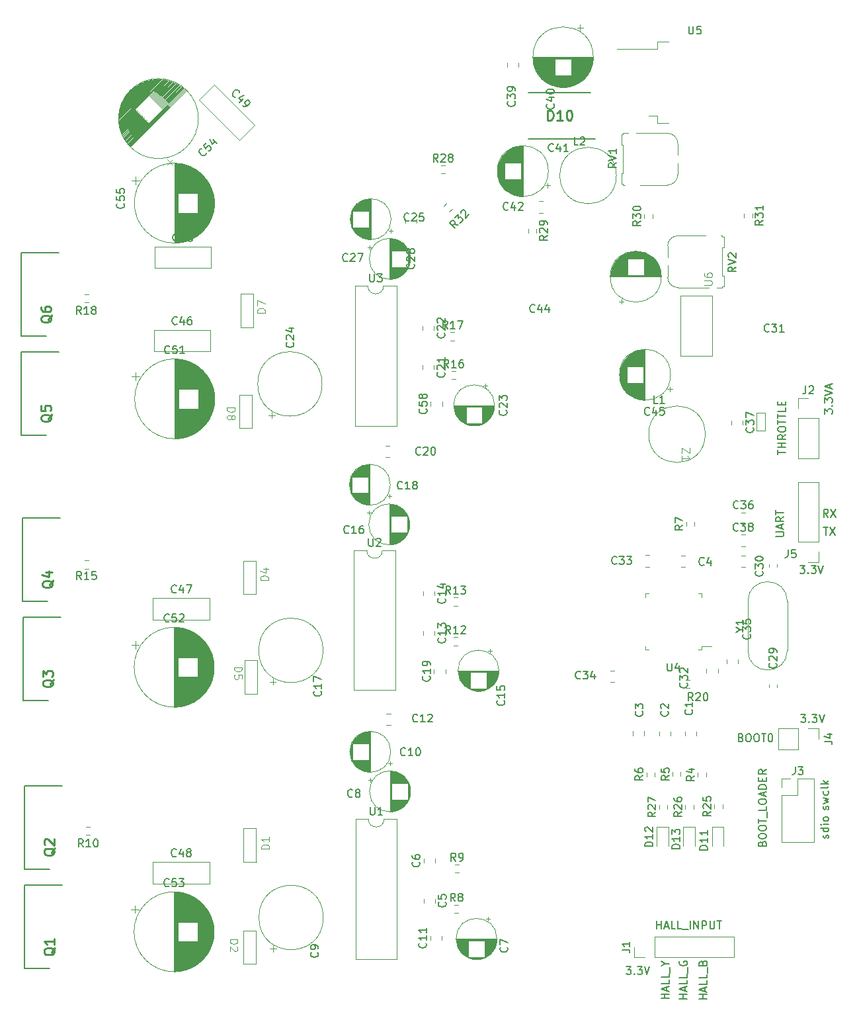
<source format=gbr>
%TF.GenerationSoftware,KiCad,Pcbnew,7.0.9*%
%TF.CreationDate,2024-01-15T08:13:50+05:30*%
%TF.ProjectId,controller_full6,636f6e74-726f-46c6-9c65-725f66756c6c,rev?*%
%TF.SameCoordinates,Original*%
%TF.FileFunction,Legend,Top*%
%TF.FilePolarity,Positive*%
%FSLAX46Y46*%
G04 Gerber Fmt 4.6, Leading zero omitted, Abs format (unit mm)*
G04 Created by KiCad (PCBNEW 7.0.9) date 2024-01-15 08:13:50*
%MOMM*%
%LPD*%
G01*
G04 APERTURE LIST*
%ADD10C,0.150000*%
%ADD11C,0.100000*%
%ADD12C,0.254000*%
%ADD13C,0.120000*%
%ADD14C,0.200000*%
G04 APERTURE END LIST*
D10*
X216181541Y-172829819D02*
X216800588Y-172829819D01*
X216800588Y-172829819D02*
X216467255Y-173210771D01*
X216467255Y-173210771D02*
X216610112Y-173210771D01*
X216610112Y-173210771D02*
X216705350Y-173258390D01*
X216705350Y-173258390D02*
X216752969Y-173306009D01*
X216752969Y-173306009D02*
X216800588Y-173401247D01*
X216800588Y-173401247D02*
X216800588Y-173639342D01*
X216800588Y-173639342D02*
X216752969Y-173734580D01*
X216752969Y-173734580D02*
X216705350Y-173782200D01*
X216705350Y-173782200D02*
X216610112Y-173829819D01*
X216610112Y-173829819D02*
X216324398Y-173829819D01*
X216324398Y-173829819D02*
X216229160Y-173782200D01*
X216229160Y-173782200D02*
X216181541Y-173734580D01*
X217229160Y-173734580D02*
X217276779Y-173782200D01*
X217276779Y-173782200D02*
X217229160Y-173829819D01*
X217229160Y-173829819D02*
X217181541Y-173782200D01*
X217181541Y-173782200D02*
X217229160Y-173734580D01*
X217229160Y-173734580D02*
X217229160Y-173829819D01*
X217610112Y-172829819D02*
X218229159Y-172829819D01*
X218229159Y-172829819D02*
X217895826Y-173210771D01*
X217895826Y-173210771D02*
X218038683Y-173210771D01*
X218038683Y-173210771D02*
X218133921Y-173258390D01*
X218133921Y-173258390D02*
X218181540Y-173306009D01*
X218181540Y-173306009D02*
X218229159Y-173401247D01*
X218229159Y-173401247D02*
X218229159Y-173639342D01*
X218229159Y-173639342D02*
X218181540Y-173734580D01*
X218181540Y-173734580D02*
X218133921Y-173782200D01*
X218133921Y-173782200D02*
X218038683Y-173829819D01*
X218038683Y-173829819D02*
X217752969Y-173829819D01*
X217752969Y-173829819D02*
X217657731Y-173782200D01*
X217657731Y-173782200D02*
X217610112Y-173734580D01*
X218514874Y-172829819D02*
X218848207Y-173829819D01*
X218848207Y-173829819D02*
X219181540Y-172829819D01*
X230880112Y-143526009D02*
X231022969Y-143573628D01*
X231022969Y-143573628D02*
X231070588Y-143621247D01*
X231070588Y-143621247D02*
X231118207Y-143716485D01*
X231118207Y-143716485D02*
X231118207Y-143859342D01*
X231118207Y-143859342D02*
X231070588Y-143954580D01*
X231070588Y-143954580D02*
X231022969Y-144002200D01*
X231022969Y-144002200D02*
X230927731Y-144049819D01*
X230927731Y-144049819D02*
X230546779Y-144049819D01*
X230546779Y-144049819D02*
X230546779Y-143049819D01*
X230546779Y-143049819D02*
X230880112Y-143049819D01*
X230880112Y-143049819D02*
X230975350Y-143097438D01*
X230975350Y-143097438D02*
X231022969Y-143145057D01*
X231022969Y-143145057D02*
X231070588Y-143240295D01*
X231070588Y-143240295D02*
X231070588Y-143335533D01*
X231070588Y-143335533D02*
X231022969Y-143430771D01*
X231022969Y-143430771D02*
X230975350Y-143478390D01*
X230975350Y-143478390D02*
X230880112Y-143526009D01*
X230880112Y-143526009D02*
X230546779Y-143526009D01*
X231737255Y-143049819D02*
X231927731Y-143049819D01*
X231927731Y-143049819D02*
X232022969Y-143097438D01*
X232022969Y-143097438D02*
X232118207Y-143192676D01*
X232118207Y-143192676D02*
X232165826Y-143383152D01*
X232165826Y-143383152D02*
X232165826Y-143716485D01*
X232165826Y-143716485D02*
X232118207Y-143906961D01*
X232118207Y-143906961D02*
X232022969Y-144002200D01*
X232022969Y-144002200D02*
X231927731Y-144049819D01*
X231927731Y-144049819D02*
X231737255Y-144049819D01*
X231737255Y-144049819D02*
X231642017Y-144002200D01*
X231642017Y-144002200D02*
X231546779Y-143906961D01*
X231546779Y-143906961D02*
X231499160Y-143716485D01*
X231499160Y-143716485D02*
X231499160Y-143383152D01*
X231499160Y-143383152D02*
X231546779Y-143192676D01*
X231546779Y-143192676D02*
X231642017Y-143097438D01*
X231642017Y-143097438D02*
X231737255Y-143049819D01*
X232784874Y-143049819D02*
X232975350Y-143049819D01*
X232975350Y-143049819D02*
X233070588Y-143097438D01*
X233070588Y-143097438D02*
X233165826Y-143192676D01*
X233165826Y-143192676D02*
X233213445Y-143383152D01*
X233213445Y-143383152D02*
X233213445Y-143716485D01*
X233213445Y-143716485D02*
X233165826Y-143906961D01*
X233165826Y-143906961D02*
X233070588Y-144002200D01*
X233070588Y-144002200D02*
X232975350Y-144049819D01*
X232975350Y-144049819D02*
X232784874Y-144049819D01*
X232784874Y-144049819D02*
X232689636Y-144002200D01*
X232689636Y-144002200D02*
X232594398Y-143906961D01*
X232594398Y-143906961D02*
X232546779Y-143716485D01*
X232546779Y-143716485D02*
X232546779Y-143383152D01*
X232546779Y-143383152D02*
X232594398Y-143192676D01*
X232594398Y-143192676D02*
X232689636Y-143097438D01*
X232689636Y-143097438D02*
X232784874Y-143049819D01*
X233499160Y-143049819D02*
X234070588Y-143049819D01*
X233784874Y-144049819D02*
X233784874Y-143049819D01*
X234594398Y-143049819D02*
X234689636Y-143049819D01*
X234689636Y-143049819D02*
X234784874Y-143097438D01*
X234784874Y-143097438D02*
X234832493Y-143145057D01*
X234832493Y-143145057D02*
X234880112Y-143240295D01*
X234880112Y-143240295D02*
X234927731Y-143430771D01*
X234927731Y-143430771D02*
X234927731Y-143668866D01*
X234927731Y-143668866D02*
X234880112Y-143859342D01*
X234880112Y-143859342D02*
X234832493Y-143954580D01*
X234832493Y-143954580D02*
X234784874Y-144002200D01*
X234784874Y-144002200D02*
X234689636Y-144049819D01*
X234689636Y-144049819D02*
X234594398Y-144049819D01*
X234594398Y-144049819D02*
X234499160Y-144002200D01*
X234499160Y-144002200D02*
X234451541Y-143954580D01*
X234451541Y-143954580D02*
X234403922Y-143859342D01*
X234403922Y-143859342D02*
X234356303Y-143668866D01*
X234356303Y-143668866D02*
X234356303Y-143430771D01*
X234356303Y-143430771D02*
X234403922Y-143240295D01*
X234403922Y-143240295D02*
X234451541Y-143145057D01*
X234451541Y-143145057D02*
X234499160Y-143097438D01*
X234499160Y-143097438D02*
X234594398Y-143049819D01*
X238541541Y-140579819D02*
X239160588Y-140579819D01*
X239160588Y-140579819D02*
X238827255Y-140960771D01*
X238827255Y-140960771D02*
X238970112Y-140960771D01*
X238970112Y-140960771D02*
X239065350Y-141008390D01*
X239065350Y-141008390D02*
X239112969Y-141056009D01*
X239112969Y-141056009D02*
X239160588Y-141151247D01*
X239160588Y-141151247D02*
X239160588Y-141389342D01*
X239160588Y-141389342D02*
X239112969Y-141484580D01*
X239112969Y-141484580D02*
X239065350Y-141532200D01*
X239065350Y-141532200D02*
X238970112Y-141579819D01*
X238970112Y-141579819D02*
X238684398Y-141579819D01*
X238684398Y-141579819D02*
X238589160Y-141532200D01*
X238589160Y-141532200D02*
X238541541Y-141484580D01*
X239589160Y-141484580D02*
X239636779Y-141532200D01*
X239636779Y-141532200D02*
X239589160Y-141579819D01*
X239589160Y-141579819D02*
X239541541Y-141532200D01*
X239541541Y-141532200D02*
X239589160Y-141484580D01*
X239589160Y-141484580D02*
X239589160Y-141579819D01*
X239970112Y-140579819D02*
X240589159Y-140579819D01*
X240589159Y-140579819D02*
X240255826Y-140960771D01*
X240255826Y-140960771D02*
X240398683Y-140960771D01*
X240398683Y-140960771D02*
X240493921Y-141008390D01*
X240493921Y-141008390D02*
X240541540Y-141056009D01*
X240541540Y-141056009D02*
X240589159Y-141151247D01*
X240589159Y-141151247D02*
X240589159Y-141389342D01*
X240589159Y-141389342D02*
X240541540Y-141484580D01*
X240541540Y-141484580D02*
X240493921Y-141532200D01*
X240493921Y-141532200D02*
X240398683Y-141579819D01*
X240398683Y-141579819D02*
X240112969Y-141579819D01*
X240112969Y-141579819D02*
X240017731Y-141532200D01*
X240017731Y-141532200D02*
X239970112Y-141484580D01*
X240874874Y-140579819D02*
X241208207Y-141579819D01*
X241208207Y-141579819D02*
X241541540Y-140579819D01*
X238421541Y-121509819D02*
X239040588Y-121509819D01*
X239040588Y-121509819D02*
X238707255Y-121890771D01*
X238707255Y-121890771D02*
X238850112Y-121890771D01*
X238850112Y-121890771D02*
X238945350Y-121938390D01*
X238945350Y-121938390D02*
X238992969Y-121986009D01*
X238992969Y-121986009D02*
X239040588Y-122081247D01*
X239040588Y-122081247D02*
X239040588Y-122319342D01*
X239040588Y-122319342D02*
X238992969Y-122414580D01*
X238992969Y-122414580D02*
X238945350Y-122462200D01*
X238945350Y-122462200D02*
X238850112Y-122509819D01*
X238850112Y-122509819D02*
X238564398Y-122509819D01*
X238564398Y-122509819D02*
X238469160Y-122462200D01*
X238469160Y-122462200D02*
X238421541Y-122414580D01*
X239469160Y-122414580D02*
X239516779Y-122462200D01*
X239516779Y-122462200D02*
X239469160Y-122509819D01*
X239469160Y-122509819D02*
X239421541Y-122462200D01*
X239421541Y-122462200D02*
X239469160Y-122414580D01*
X239469160Y-122414580D02*
X239469160Y-122509819D01*
X239850112Y-121509819D02*
X240469159Y-121509819D01*
X240469159Y-121509819D02*
X240135826Y-121890771D01*
X240135826Y-121890771D02*
X240278683Y-121890771D01*
X240278683Y-121890771D02*
X240373921Y-121938390D01*
X240373921Y-121938390D02*
X240421540Y-121986009D01*
X240421540Y-121986009D02*
X240469159Y-122081247D01*
X240469159Y-122081247D02*
X240469159Y-122319342D01*
X240469159Y-122319342D02*
X240421540Y-122414580D01*
X240421540Y-122414580D02*
X240373921Y-122462200D01*
X240373921Y-122462200D02*
X240278683Y-122509819D01*
X240278683Y-122509819D02*
X239992969Y-122509819D01*
X239992969Y-122509819D02*
X239897731Y-122462200D01*
X239897731Y-122462200D02*
X239850112Y-122414580D01*
X240754874Y-121509819D02*
X241088207Y-122509819D01*
X241088207Y-122509819D02*
X241421540Y-121509819D01*
X241569819Y-102098458D02*
X241569819Y-101479411D01*
X241569819Y-101479411D02*
X241950771Y-101812744D01*
X241950771Y-101812744D02*
X241950771Y-101669887D01*
X241950771Y-101669887D02*
X241998390Y-101574649D01*
X241998390Y-101574649D02*
X242046009Y-101527030D01*
X242046009Y-101527030D02*
X242141247Y-101479411D01*
X242141247Y-101479411D02*
X242379342Y-101479411D01*
X242379342Y-101479411D02*
X242474580Y-101527030D01*
X242474580Y-101527030D02*
X242522200Y-101574649D01*
X242522200Y-101574649D02*
X242569819Y-101669887D01*
X242569819Y-101669887D02*
X242569819Y-101955601D01*
X242569819Y-101955601D02*
X242522200Y-102050839D01*
X242522200Y-102050839D02*
X242474580Y-102098458D01*
X242474580Y-101050839D02*
X242522200Y-101003220D01*
X242522200Y-101003220D02*
X242569819Y-101050839D01*
X242569819Y-101050839D02*
X242522200Y-101098458D01*
X242522200Y-101098458D02*
X242474580Y-101050839D01*
X242474580Y-101050839D02*
X242569819Y-101050839D01*
X241569819Y-100669887D02*
X241569819Y-100050840D01*
X241569819Y-100050840D02*
X241950771Y-100384173D01*
X241950771Y-100384173D02*
X241950771Y-100241316D01*
X241950771Y-100241316D02*
X241998390Y-100146078D01*
X241998390Y-100146078D02*
X242046009Y-100098459D01*
X242046009Y-100098459D02*
X242141247Y-100050840D01*
X242141247Y-100050840D02*
X242379342Y-100050840D01*
X242379342Y-100050840D02*
X242474580Y-100098459D01*
X242474580Y-100098459D02*
X242522200Y-100146078D01*
X242522200Y-100146078D02*
X242569819Y-100241316D01*
X242569819Y-100241316D02*
X242569819Y-100527030D01*
X242569819Y-100527030D02*
X242522200Y-100622268D01*
X242522200Y-100622268D02*
X242474580Y-100669887D01*
X241569819Y-99765125D02*
X242569819Y-99431792D01*
X242569819Y-99431792D02*
X241569819Y-99098459D01*
X242284104Y-98812744D02*
X242284104Y-98336554D01*
X242569819Y-98907982D02*
X241569819Y-98574649D01*
X241569819Y-98574649D02*
X242569819Y-98241316D01*
X241443922Y-116589819D02*
X242015350Y-116589819D01*
X241729636Y-117589819D02*
X241729636Y-116589819D01*
X242253446Y-116589819D02*
X242920112Y-117589819D01*
X242920112Y-116589819D02*
X242253446Y-117589819D01*
X235349819Y-117763220D02*
X236159342Y-117763220D01*
X236159342Y-117763220D02*
X236254580Y-117715601D01*
X236254580Y-117715601D02*
X236302200Y-117667982D01*
X236302200Y-117667982D02*
X236349819Y-117572744D01*
X236349819Y-117572744D02*
X236349819Y-117382268D01*
X236349819Y-117382268D02*
X236302200Y-117287030D01*
X236302200Y-117287030D02*
X236254580Y-117239411D01*
X236254580Y-117239411D02*
X236159342Y-117191792D01*
X236159342Y-117191792D02*
X235349819Y-117191792D01*
X236064104Y-116763220D02*
X236064104Y-116287030D01*
X236349819Y-116858458D02*
X235349819Y-116525125D01*
X235349819Y-116525125D02*
X236349819Y-116191792D01*
X236349819Y-115287030D02*
X235873628Y-115620363D01*
X236349819Y-115858458D02*
X235349819Y-115858458D01*
X235349819Y-115858458D02*
X235349819Y-115477506D01*
X235349819Y-115477506D02*
X235397438Y-115382268D01*
X235397438Y-115382268D02*
X235445057Y-115334649D01*
X235445057Y-115334649D02*
X235540295Y-115287030D01*
X235540295Y-115287030D02*
X235683152Y-115287030D01*
X235683152Y-115287030D02*
X235778390Y-115334649D01*
X235778390Y-115334649D02*
X235826009Y-115382268D01*
X235826009Y-115382268D02*
X235873628Y-115477506D01*
X235873628Y-115477506D02*
X235873628Y-115858458D01*
X235349819Y-115001315D02*
X235349819Y-114429887D01*
X236349819Y-114715601D02*
X235349819Y-114715601D01*
X242028207Y-115309819D02*
X241694874Y-114833628D01*
X241456779Y-115309819D02*
X241456779Y-114309819D01*
X241456779Y-114309819D02*
X241837731Y-114309819D01*
X241837731Y-114309819D02*
X241932969Y-114357438D01*
X241932969Y-114357438D02*
X241980588Y-114405057D01*
X241980588Y-114405057D02*
X242028207Y-114500295D01*
X242028207Y-114500295D02*
X242028207Y-114643152D01*
X242028207Y-114643152D02*
X241980588Y-114738390D01*
X241980588Y-114738390D02*
X241932969Y-114786009D01*
X241932969Y-114786009D02*
X241837731Y-114833628D01*
X241837731Y-114833628D02*
X241456779Y-114833628D01*
X242361541Y-114309819D02*
X243028207Y-115309819D01*
X243028207Y-114309819D02*
X242361541Y-115309819D01*
X223989819Y-176963220D02*
X222989819Y-176963220D01*
X223466009Y-176963220D02*
X223466009Y-176391792D01*
X223989819Y-176391792D02*
X222989819Y-176391792D01*
X223704104Y-175963220D02*
X223704104Y-175487030D01*
X223989819Y-176058458D02*
X222989819Y-175725125D01*
X222989819Y-175725125D02*
X223989819Y-175391792D01*
X223989819Y-174582268D02*
X223989819Y-175058458D01*
X223989819Y-175058458D02*
X222989819Y-175058458D01*
X223989819Y-173772744D02*
X223989819Y-174248934D01*
X223989819Y-174248934D02*
X222989819Y-174248934D01*
X224085057Y-173677506D02*
X224085057Y-172915601D01*
X223037438Y-172153696D02*
X222989819Y-172248934D01*
X222989819Y-172248934D02*
X222989819Y-172391791D01*
X222989819Y-172391791D02*
X223037438Y-172534648D01*
X223037438Y-172534648D02*
X223132676Y-172629886D01*
X223132676Y-172629886D02*
X223227914Y-172677505D01*
X223227914Y-172677505D02*
X223418390Y-172725124D01*
X223418390Y-172725124D02*
X223561247Y-172725124D01*
X223561247Y-172725124D02*
X223751723Y-172677505D01*
X223751723Y-172677505D02*
X223846961Y-172629886D01*
X223846961Y-172629886D02*
X223942200Y-172534648D01*
X223942200Y-172534648D02*
X223989819Y-172391791D01*
X223989819Y-172391791D02*
X223989819Y-172296553D01*
X223989819Y-172296553D02*
X223942200Y-172153696D01*
X223942200Y-172153696D02*
X223894580Y-172106077D01*
X223894580Y-172106077D02*
X223561247Y-172106077D01*
X223561247Y-172106077D02*
X223561247Y-172296553D01*
X220086779Y-168019819D02*
X220086779Y-167019819D01*
X220086779Y-167496009D02*
X220658207Y-167496009D01*
X220658207Y-168019819D02*
X220658207Y-167019819D01*
X221086779Y-167734104D02*
X221562969Y-167734104D01*
X220991541Y-168019819D02*
X221324874Y-167019819D01*
X221324874Y-167019819D02*
X221658207Y-168019819D01*
X222467731Y-168019819D02*
X221991541Y-168019819D01*
X221991541Y-168019819D02*
X221991541Y-167019819D01*
X223277255Y-168019819D02*
X222801065Y-168019819D01*
X222801065Y-168019819D02*
X222801065Y-167019819D01*
X223372494Y-168115057D02*
X224134398Y-168115057D01*
X224372494Y-168019819D02*
X224372494Y-167019819D01*
X224848684Y-168019819D02*
X224848684Y-167019819D01*
X224848684Y-167019819D02*
X225420112Y-168019819D01*
X225420112Y-168019819D02*
X225420112Y-167019819D01*
X225896303Y-168019819D02*
X225896303Y-167019819D01*
X225896303Y-167019819D02*
X226277255Y-167019819D01*
X226277255Y-167019819D02*
X226372493Y-167067438D01*
X226372493Y-167067438D02*
X226420112Y-167115057D01*
X226420112Y-167115057D02*
X226467731Y-167210295D01*
X226467731Y-167210295D02*
X226467731Y-167353152D01*
X226467731Y-167353152D02*
X226420112Y-167448390D01*
X226420112Y-167448390D02*
X226372493Y-167496009D01*
X226372493Y-167496009D02*
X226277255Y-167543628D01*
X226277255Y-167543628D02*
X225896303Y-167543628D01*
X226896303Y-167019819D02*
X226896303Y-167829342D01*
X226896303Y-167829342D02*
X226943922Y-167924580D01*
X226943922Y-167924580D02*
X226991541Y-167972200D01*
X226991541Y-167972200D02*
X227086779Y-168019819D01*
X227086779Y-168019819D02*
X227277255Y-168019819D01*
X227277255Y-168019819D02*
X227372493Y-167972200D01*
X227372493Y-167972200D02*
X227420112Y-167924580D01*
X227420112Y-167924580D02*
X227467731Y-167829342D01*
X227467731Y-167829342D02*
X227467731Y-167019819D01*
X227801065Y-167019819D02*
X228372493Y-167019819D01*
X228086779Y-168019819D02*
X228086779Y-167019819D01*
X242042200Y-156400839D02*
X242089819Y-156305601D01*
X242089819Y-156305601D02*
X242089819Y-156115125D01*
X242089819Y-156115125D02*
X242042200Y-156019887D01*
X242042200Y-156019887D02*
X241946961Y-155972268D01*
X241946961Y-155972268D02*
X241899342Y-155972268D01*
X241899342Y-155972268D02*
X241804104Y-156019887D01*
X241804104Y-156019887D02*
X241756485Y-156115125D01*
X241756485Y-156115125D02*
X241756485Y-156257982D01*
X241756485Y-156257982D02*
X241708866Y-156353220D01*
X241708866Y-156353220D02*
X241613628Y-156400839D01*
X241613628Y-156400839D02*
X241566009Y-156400839D01*
X241566009Y-156400839D02*
X241470771Y-156353220D01*
X241470771Y-156353220D02*
X241423152Y-156257982D01*
X241423152Y-156257982D02*
X241423152Y-156115125D01*
X241423152Y-156115125D02*
X241470771Y-156019887D01*
X242089819Y-155115125D02*
X241089819Y-155115125D01*
X242042200Y-155115125D02*
X242089819Y-155210363D01*
X242089819Y-155210363D02*
X242089819Y-155400839D01*
X242089819Y-155400839D02*
X242042200Y-155496077D01*
X242042200Y-155496077D02*
X241994580Y-155543696D01*
X241994580Y-155543696D02*
X241899342Y-155591315D01*
X241899342Y-155591315D02*
X241613628Y-155591315D01*
X241613628Y-155591315D02*
X241518390Y-155543696D01*
X241518390Y-155543696D02*
X241470771Y-155496077D01*
X241470771Y-155496077D02*
X241423152Y-155400839D01*
X241423152Y-155400839D02*
X241423152Y-155210363D01*
X241423152Y-155210363D02*
X241470771Y-155115125D01*
X242089819Y-154638934D02*
X241423152Y-154638934D01*
X241089819Y-154638934D02*
X241137438Y-154686553D01*
X241137438Y-154686553D02*
X241185057Y-154638934D01*
X241185057Y-154638934D02*
X241137438Y-154591315D01*
X241137438Y-154591315D02*
X241089819Y-154638934D01*
X241089819Y-154638934D02*
X241185057Y-154638934D01*
X242089819Y-154019887D02*
X242042200Y-154115125D01*
X242042200Y-154115125D02*
X241994580Y-154162744D01*
X241994580Y-154162744D02*
X241899342Y-154210363D01*
X241899342Y-154210363D02*
X241613628Y-154210363D01*
X241613628Y-154210363D02*
X241518390Y-154162744D01*
X241518390Y-154162744D02*
X241470771Y-154115125D01*
X241470771Y-154115125D02*
X241423152Y-154019887D01*
X241423152Y-154019887D02*
X241423152Y-153877030D01*
X241423152Y-153877030D02*
X241470771Y-153781792D01*
X241470771Y-153781792D02*
X241518390Y-153734173D01*
X241518390Y-153734173D02*
X241613628Y-153686554D01*
X241613628Y-153686554D02*
X241899342Y-153686554D01*
X241899342Y-153686554D02*
X241994580Y-153734173D01*
X241994580Y-153734173D02*
X242042200Y-153781792D01*
X242042200Y-153781792D02*
X242089819Y-153877030D01*
X242089819Y-153877030D02*
X242089819Y-154019887D01*
X221649819Y-176923220D02*
X220649819Y-176923220D01*
X221126009Y-176923220D02*
X221126009Y-176351792D01*
X221649819Y-176351792D02*
X220649819Y-176351792D01*
X221364104Y-175923220D02*
X221364104Y-175447030D01*
X221649819Y-176018458D02*
X220649819Y-175685125D01*
X220649819Y-175685125D02*
X221649819Y-175351792D01*
X221649819Y-174542268D02*
X221649819Y-175018458D01*
X221649819Y-175018458D02*
X220649819Y-175018458D01*
X221649819Y-173732744D02*
X221649819Y-174208934D01*
X221649819Y-174208934D02*
X220649819Y-174208934D01*
X221745057Y-173637506D02*
X221745057Y-172875601D01*
X221173628Y-172447029D02*
X221649819Y-172447029D01*
X220649819Y-172780362D02*
X221173628Y-172447029D01*
X221173628Y-172447029D02*
X220649819Y-172113696D01*
X235609819Y-107296077D02*
X235609819Y-106724649D01*
X236609819Y-107010363D02*
X235609819Y-107010363D01*
X236609819Y-106391315D02*
X235609819Y-106391315D01*
X236086009Y-106391315D02*
X236086009Y-105819887D01*
X236609819Y-105819887D02*
X235609819Y-105819887D01*
X236609819Y-104772268D02*
X236133628Y-105105601D01*
X236609819Y-105343696D02*
X235609819Y-105343696D01*
X235609819Y-105343696D02*
X235609819Y-104962744D01*
X235609819Y-104962744D02*
X235657438Y-104867506D01*
X235657438Y-104867506D02*
X235705057Y-104819887D01*
X235705057Y-104819887D02*
X235800295Y-104772268D01*
X235800295Y-104772268D02*
X235943152Y-104772268D01*
X235943152Y-104772268D02*
X236038390Y-104819887D01*
X236038390Y-104819887D02*
X236086009Y-104867506D01*
X236086009Y-104867506D02*
X236133628Y-104962744D01*
X236133628Y-104962744D02*
X236133628Y-105343696D01*
X235609819Y-104153220D02*
X235609819Y-103962744D01*
X235609819Y-103962744D02*
X235657438Y-103867506D01*
X235657438Y-103867506D02*
X235752676Y-103772268D01*
X235752676Y-103772268D02*
X235943152Y-103724649D01*
X235943152Y-103724649D02*
X236276485Y-103724649D01*
X236276485Y-103724649D02*
X236466961Y-103772268D01*
X236466961Y-103772268D02*
X236562200Y-103867506D01*
X236562200Y-103867506D02*
X236609819Y-103962744D01*
X236609819Y-103962744D02*
X236609819Y-104153220D01*
X236609819Y-104153220D02*
X236562200Y-104248458D01*
X236562200Y-104248458D02*
X236466961Y-104343696D01*
X236466961Y-104343696D02*
X236276485Y-104391315D01*
X236276485Y-104391315D02*
X235943152Y-104391315D01*
X235943152Y-104391315D02*
X235752676Y-104343696D01*
X235752676Y-104343696D02*
X235657438Y-104248458D01*
X235657438Y-104248458D02*
X235609819Y-104153220D01*
X235609819Y-103438934D02*
X235609819Y-102867506D01*
X236609819Y-103153220D02*
X235609819Y-103153220D01*
X235609819Y-102677029D02*
X235609819Y-102105601D01*
X236609819Y-102391315D02*
X235609819Y-102391315D01*
X236609819Y-101296077D02*
X236609819Y-101772267D01*
X236609819Y-101772267D02*
X235609819Y-101772267D01*
X236086009Y-100962743D02*
X236086009Y-100629410D01*
X236609819Y-100486553D02*
X236609819Y-100962743D01*
X236609819Y-100962743D02*
X235609819Y-100962743D01*
X235609819Y-100962743D02*
X235609819Y-100486553D01*
X226529819Y-176993220D02*
X225529819Y-176993220D01*
X226006009Y-176993220D02*
X226006009Y-176421792D01*
X226529819Y-176421792D02*
X225529819Y-176421792D01*
X226244104Y-175993220D02*
X226244104Y-175517030D01*
X226529819Y-176088458D02*
X225529819Y-175755125D01*
X225529819Y-175755125D02*
X226529819Y-175421792D01*
X226529819Y-174612268D02*
X226529819Y-175088458D01*
X226529819Y-175088458D02*
X225529819Y-175088458D01*
X226529819Y-173802744D02*
X226529819Y-174278934D01*
X226529819Y-174278934D02*
X225529819Y-174278934D01*
X226625057Y-173707506D02*
X226625057Y-172945601D01*
X226006009Y-172374172D02*
X226053628Y-172231315D01*
X226053628Y-172231315D02*
X226101247Y-172183696D01*
X226101247Y-172183696D02*
X226196485Y-172136077D01*
X226196485Y-172136077D02*
X226339342Y-172136077D01*
X226339342Y-172136077D02*
X226434580Y-172183696D01*
X226434580Y-172183696D02*
X226482200Y-172231315D01*
X226482200Y-172231315D02*
X226529819Y-172326553D01*
X226529819Y-172326553D02*
X226529819Y-172707505D01*
X226529819Y-172707505D02*
X225529819Y-172707505D01*
X225529819Y-172707505D02*
X225529819Y-172374172D01*
X225529819Y-172374172D02*
X225577438Y-172278934D01*
X225577438Y-172278934D02*
X225625057Y-172231315D01*
X225625057Y-172231315D02*
X225720295Y-172183696D01*
X225720295Y-172183696D02*
X225815533Y-172183696D01*
X225815533Y-172183696D02*
X225910771Y-172231315D01*
X225910771Y-172231315D02*
X225958390Y-172278934D01*
X225958390Y-172278934D02*
X226006009Y-172374172D01*
X226006009Y-172374172D02*
X226006009Y-172707505D01*
X233586009Y-157099887D02*
X233633628Y-156957030D01*
X233633628Y-156957030D02*
X233681247Y-156909411D01*
X233681247Y-156909411D02*
X233776485Y-156861792D01*
X233776485Y-156861792D02*
X233919342Y-156861792D01*
X233919342Y-156861792D02*
X234014580Y-156909411D01*
X234014580Y-156909411D02*
X234062200Y-156957030D01*
X234062200Y-156957030D02*
X234109819Y-157052268D01*
X234109819Y-157052268D02*
X234109819Y-157433220D01*
X234109819Y-157433220D02*
X233109819Y-157433220D01*
X233109819Y-157433220D02*
X233109819Y-157099887D01*
X233109819Y-157099887D02*
X233157438Y-157004649D01*
X233157438Y-157004649D02*
X233205057Y-156957030D01*
X233205057Y-156957030D02*
X233300295Y-156909411D01*
X233300295Y-156909411D02*
X233395533Y-156909411D01*
X233395533Y-156909411D02*
X233490771Y-156957030D01*
X233490771Y-156957030D02*
X233538390Y-157004649D01*
X233538390Y-157004649D02*
X233586009Y-157099887D01*
X233586009Y-157099887D02*
X233586009Y-157433220D01*
X233109819Y-156242744D02*
X233109819Y-156052268D01*
X233109819Y-156052268D02*
X233157438Y-155957030D01*
X233157438Y-155957030D02*
X233252676Y-155861792D01*
X233252676Y-155861792D02*
X233443152Y-155814173D01*
X233443152Y-155814173D02*
X233776485Y-155814173D01*
X233776485Y-155814173D02*
X233966961Y-155861792D01*
X233966961Y-155861792D02*
X234062200Y-155957030D01*
X234062200Y-155957030D02*
X234109819Y-156052268D01*
X234109819Y-156052268D02*
X234109819Y-156242744D01*
X234109819Y-156242744D02*
X234062200Y-156337982D01*
X234062200Y-156337982D02*
X233966961Y-156433220D01*
X233966961Y-156433220D02*
X233776485Y-156480839D01*
X233776485Y-156480839D02*
X233443152Y-156480839D01*
X233443152Y-156480839D02*
X233252676Y-156433220D01*
X233252676Y-156433220D02*
X233157438Y-156337982D01*
X233157438Y-156337982D02*
X233109819Y-156242744D01*
X233109819Y-155195125D02*
X233109819Y-155004649D01*
X233109819Y-155004649D02*
X233157438Y-154909411D01*
X233157438Y-154909411D02*
X233252676Y-154814173D01*
X233252676Y-154814173D02*
X233443152Y-154766554D01*
X233443152Y-154766554D02*
X233776485Y-154766554D01*
X233776485Y-154766554D02*
X233966961Y-154814173D01*
X233966961Y-154814173D02*
X234062200Y-154909411D01*
X234062200Y-154909411D02*
X234109819Y-155004649D01*
X234109819Y-155004649D02*
X234109819Y-155195125D01*
X234109819Y-155195125D02*
X234062200Y-155290363D01*
X234062200Y-155290363D02*
X233966961Y-155385601D01*
X233966961Y-155385601D02*
X233776485Y-155433220D01*
X233776485Y-155433220D02*
X233443152Y-155433220D01*
X233443152Y-155433220D02*
X233252676Y-155385601D01*
X233252676Y-155385601D02*
X233157438Y-155290363D01*
X233157438Y-155290363D02*
X233109819Y-155195125D01*
X233109819Y-154480839D02*
X233109819Y-153909411D01*
X234109819Y-154195125D02*
X233109819Y-154195125D01*
X234205057Y-153814173D02*
X234205057Y-153052268D01*
X234109819Y-152337982D02*
X234109819Y-152814172D01*
X234109819Y-152814172D02*
X233109819Y-152814172D01*
X233109819Y-151814172D02*
X233109819Y-151623696D01*
X233109819Y-151623696D02*
X233157438Y-151528458D01*
X233157438Y-151528458D02*
X233252676Y-151433220D01*
X233252676Y-151433220D02*
X233443152Y-151385601D01*
X233443152Y-151385601D02*
X233776485Y-151385601D01*
X233776485Y-151385601D02*
X233966961Y-151433220D01*
X233966961Y-151433220D02*
X234062200Y-151528458D01*
X234062200Y-151528458D02*
X234109819Y-151623696D01*
X234109819Y-151623696D02*
X234109819Y-151814172D01*
X234109819Y-151814172D02*
X234062200Y-151909410D01*
X234062200Y-151909410D02*
X233966961Y-152004648D01*
X233966961Y-152004648D02*
X233776485Y-152052267D01*
X233776485Y-152052267D02*
X233443152Y-152052267D01*
X233443152Y-152052267D02*
X233252676Y-152004648D01*
X233252676Y-152004648D02*
X233157438Y-151909410D01*
X233157438Y-151909410D02*
X233109819Y-151814172D01*
X233824104Y-151004648D02*
X233824104Y-150528458D01*
X234109819Y-151099886D02*
X233109819Y-150766553D01*
X233109819Y-150766553D02*
X234109819Y-150433220D01*
X234109819Y-150099886D02*
X233109819Y-150099886D01*
X233109819Y-150099886D02*
X233109819Y-149861791D01*
X233109819Y-149861791D02*
X233157438Y-149718934D01*
X233157438Y-149718934D02*
X233252676Y-149623696D01*
X233252676Y-149623696D02*
X233347914Y-149576077D01*
X233347914Y-149576077D02*
X233538390Y-149528458D01*
X233538390Y-149528458D02*
X233681247Y-149528458D01*
X233681247Y-149528458D02*
X233871723Y-149576077D01*
X233871723Y-149576077D02*
X233966961Y-149623696D01*
X233966961Y-149623696D02*
X234062200Y-149718934D01*
X234062200Y-149718934D02*
X234109819Y-149861791D01*
X234109819Y-149861791D02*
X234109819Y-150099886D01*
X233586009Y-149099886D02*
X233586009Y-148766553D01*
X234109819Y-148623696D02*
X234109819Y-149099886D01*
X234109819Y-149099886D02*
X233109819Y-149099886D01*
X233109819Y-149099886D02*
X233109819Y-148623696D01*
X234109819Y-147623696D02*
X233633628Y-147957029D01*
X234109819Y-148195124D02*
X233109819Y-148195124D01*
X233109819Y-148195124D02*
X233109819Y-147814172D01*
X233109819Y-147814172D02*
X233157438Y-147718934D01*
X233157438Y-147718934D02*
X233205057Y-147671315D01*
X233205057Y-147671315D02*
X233300295Y-147623696D01*
X233300295Y-147623696D02*
X233443152Y-147623696D01*
X233443152Y-147623696D02*
X233538390Y-147671315D01*
X233538390Y-147671315D02*
X233586009Y-147718934D01*
X233586009Y-147718934D02*
X233633628Y-147814172D01*
X233633628Y-147814172D02*
X233633628Y-148195124D01*
X242042200Y-152730839D02*
X242089819Y-152635601D01*
X242089819Y-152635601D02*
X242089819Y-152445125D01*
X242089819Y-152445125D02*
X242042200Y-152349887D01*
X242042200Y-152349887D02*
X241946961Y-152302268D01*
X241946961Y-152302268D02*
X241899342Y-152302268D01*
X241899342Y-152302268D02*
X241804104Y-152349887D01*
X241804104Y-152349887D02*
X241756485Y-152445125D01*
X241756485Y-152445125D02*
X241756485Y-152587982D01*
X241756485Y-152587982D02*
X241708866Y-152683220D01*
X241708866Y-152683220D02*
X241613628Y-152730839D01*
X241613628Y-152730839D02*
X241566009Y-152730839D01*
X241566009Y-152730839D02*
X241470771Y-152683220D01*
X241470771Y-152683220D02*
X241423152Y-152587982D01*
X241423152Y-152587982D02*
X241423152Y-152445125D01*
X241423152Y-152445125D02*
X241470771Y-152349887D01*
X241423152Y-151968934D02*
X242089819Y-151778458D01*
X242089819Y-151778458D02*
X241613628Y-151587982D01*
X241613628Y-151587982D02*
X242089819Y-151397506D01*
X242089819Y-151397506D02*
X241423152Y-151207030D01*
X242042200Y-150397506D02*
X242089819Y-150492744D01*
X242089819Y-150492744D02*
X242089819Y-150683220D01*
X242089819Y-150683220D02*
X242042200Y-150778458D01*
X242042200Y-150778458D02*
X241994580Y-150826077D01*
X241994580Y-150826077D02*
X241899342Y-150873696D01*
X241899342Y-150873696D02*
X241613628Y-150873696D01*
X241613628Y-150873696D02*
X241518390Y-150826077D01*
X241518390Y-150826077D02*
X241470771Y-150778458D01*
X241470771Y-150778458D02*
X241423152Y-150683220D01*
X241423152Y-150683220D02*
X241423152Y-150492744D01*
X241423152Y-150492744D02*
X241470771Y-150397506D01*
X242089819Y-149826077D02*
X242042200Y-149921315D01*
X242042200Y-149921315D02*
X241946961Y-149968934D01*
X241946961Y-149968934D02*
X241089819Y-149968934D01*
X242089819Y-149445124D02*
X241089819Y-149445124D01*
X241708866Y-149349886D02*
X242089819Y-149064172D01*
X241423152Y-149064172D02*
X241804104Y-149445124D01*
X239166666Y-98524819D02*
X239166666Y-99239104D01*
X239166666Y-99239104D02*
X239119047Y-99381961D01*
X239119047Y-99381961D02*
X239023809Y-99477200D01*
X239023809Y-99477200D02*
X238880952Y-99524819D01*
X238880952Y-99524819D02*
X238785714Y-99524819D01*
X239595238Y-98620057D02*
X239642857Y-98572438D01*
X239642857Y-98572438D02*
X239738095Y-98524819D01*
X239738095Y-98524819D02*
X239976190Y-98524819D01*
X239976190Y-98524819D02*
X240071428Y-98572438D01*
X240071428Y-98572438D02*
X240119047Y-98620057D01*
X240119047Y-98620057D02*
X240166666Y-98715295D01*
X240166666Y-98715295D02*
X240166666Y-98810533D01*
X240166666Y-98810533D02*
X240119047Y-98953390D01*
X240119047Y-98953390D02*
X239547619Y-99524819D01*
X239547619Y-99524819D02*
X240166666Y-99524819D01*
X218044819Y-77422857D02*
X217568628Y-77756190D01*
X218044819Y-77994285D02*
X217044819Y-77994285D01*
X217044819Y-77994285D02*
X217044819Y-77613333D01*
X217044819Y-77613333D02*
X217092438Y-77518095D01*
X217092438Y-77518095D02*
X217140057Y-77470476D01*
X217140057Y-77470476D02*
X217235295Y-77422857D01*
X217235295Y-77422857D02*
X217378152Y-77422857D01*
X217378152Y-77422857D02*
X217473390Y-77470476D01*
X217473390Y-77470476D02*
X217521009Y-77518095D01*
X217521009Y-77518095D02*
X217568628Y-77613333D01*
X217568628Y-77613333D02*
X217568628Y-77994285D01*
X217044819Y-77089523D02*
X217044819Y-76470476D01*
X217044819Y-76470476D02*
X217425771Y-76803809D01*
X217425771Y-76803809D02*
X217425771Y-76660952D01*
X217425771Y-76660952D02*
X217473390Y-76565714D01*
X217473390Y-76565714D02*
X217521009Y-76518095D01*
X217521009Y-76518095D02*
X217616247Y-76470476D01*
X217616247Y-76470476D02*
X217854342Y-76470476D01*
X217854342Y-76470476D02*
X217949580Y-76518095D01*
X217949580Y-76518095D02*
X217997200Y-76565714D01*
X217997200Y-76565714D02*
X218044819Y-76660952D01*
X218044819Y-76660952D02*
X218044819Y-76946666D01*
X218044819Y-76946666D02*
X217997200Y-77041904D01*
X217997200Y-77041904D02*
X217949580Y-77089523D01*
X217044819Y-75851428D02*
X217044819Y-75756190D01*
X217044819Y-75756190D02*
X217092438Y-75660952D01*
X217092438Y-75660952D02*
X217140057Y-75613333D01*
X217140057Y-75613333D02*
X217235295Y-75565714D01*
X217235295Y-75565714D02*
X217425771Y-75518095D01*
X217425771Y-75518095D02*
X217663866Y-75518095D01*
X217663866Y-75518095D02*
X217854342Y-75565714D01*
X217854342Y-75565714D02*
X217949580Y-75613333D01*
X217949580Y-75613333D02*
X217997200Y-75660952D01*
X217997200Y-75660952D02*
X218044819Y-75756190D01*
X218044819Y-75756190D02*
X218044819Y-75851428D01*
X218044819Y-75851428D02*
X217997200Y-75946666D01*
X217997200Y-75946666D02*
X217949580Y-75994285D01*
X217949580Y-75994285D02*
X217854342Y-76041904D01*
X217854342Y-76041904D02*
X217663866Y-76089523D01*
X217663866Y-76089523D02*
X217425771Y-76089523D01*
X217425771Y-76089523D02*
X217235295Y-76041904D01*
X217235295Y-76041904D02*
X217140057Y-75994285D01*
X217140057Y-75994285D02*
X217092438Y-75946666D01*
X217092438Y-75946666D02*
X217044819Y-75851428D01*
X230733628Y-129706190D02*
X231209819Y-129706190D01*
X230209819Y-130039523D02*
X230733628Y-129706190D01*
X230733628Y-129706190D02*
X230209819Y-129372857D01*
X231209819Y-128515714D02*
X231209819Y-129087142D01*
X231209819Y-128801428D02*
X230209819Y-128801428D01*
X230209819Y-128801428D02*
X230352676Y-128896666D01*
X230352676Y-128896666D02*
X230447914Y-128991904D01*
X230447914Y-128991904D02*
X230495533Y-129087142D01*
X194687036Y-77936174D02*
X194114617Y-77835159D01*
X194282975Y-78340235D02*
X193575869Y-77633128D01*
X193575869Y-77633128D02*
X193845243Y-77363754D01*
X193845243Y-77363754D02*
X193946258Y-77330082D01*
X193946258Y-77330082D02*
X194013601Y-77330082D01*
X194013601Y-77330082D02*
X194114617Y-77363754D01*
X194114617Y-77363754D02*
X194215632Y-77464769D01*
X194215632Y-77464769D02*
X194249304Y-77565785D01*
X194249304Y-77565785D02*
X194249304Y-77633128D01*
X194249304Y-77633128D02*
X194215632Y-77734143D01*
X194215632Y-77734143D02*
X193946258Y-78003517D01*
X194215632Y-76993365D02*
X194653365Y-76555632D01*
X194653365Y-76555632D02*
X194687036Y-77060708D01*
X194687036Y-77060708D02*
X194788052Y-76959693D01*
X194788052Y-76959693D02*
X194889067Y-76926021D01*
X194889067Y-76926021D02*
X194956410Y-76926021D01*
X194956410Y-76926021D02*
X195057426Y-76959693D01*
X195057426Y-76959693D02*
X195225784Y-77128052D01*
X195225784Y-77128052D02*
X195259456Y-77229067D01*
X195259456Y-77229067D02*
X195259456Y-77296411D01*
X195259456Y-77296411D02*
X195225784Y-77397426D01*
X195225784Y-77397426D02*
X195023754Y-77599456D01*
X195023754Y-77599456D02*
X194922739Y-77633128D01*
X194922739Y-77633128D02*
X194855395Y-77633128D01*
X194990082Y-76353601D02*
X194990082Y-76286258D01*
X194990082Y-76286258D02*
X195023754Y-76185243D01*
X195023754Y-76185243D02*
X195192113Y-76016884D01*
X195192113Y-76016884D02*
X195293128Y-75983212D01*
X195293128Y-75983212D02*
X195360472Y-75983212D01*
X195360472Y-75983212D02*
X195461487Y-76016884D01*
X195461487Y-76016884D02*
X195528830Y-76084227D01*
X195528830Y-76084227D02*
X195596174Y-76218914D01*
X195596174Y-76218914D02*
X195596174Y-77027036D01*
X195596174Y-77027036D02*
X196033907Y-76589304D01*
X157637142Y-162489580D02*
X157589523Y-162537200D01*
X157589523Y-162537200D02*
X157446666Y-162584819D01*
X157446666Y-162584819D02*
X157351428Y-162584819D01*
X157351428Y-162584819D02*
X157208571Y-162537200D01*
X157208571Y-162537200D02*
X157113333Y-162441961D01*
X157113333Y-162441961D02*
X157065714Y-162346723D01*
X157065714Y-162346723D02*
X157018095Y-162156247D01*
X157018095Y-162156247D02*
X157018095Y-162013390D01*
X157018095Y-162013390D02*
X157065714Y-161822914D01*
X157065714Y-161822914D02*
X157113333Y-161727676D01*
X157113333Y-161727676D02*
X157208571Y-161632438D01*
X157208571Y-161632438D02*
X157351428Y-161584819D01*
X157351428Y-161584819D02*
X157446666Y-161584819D01*
X157446666Y-161584819D02*
X157589523Y-161632438D01*
X157589523Y-161632438D02*
X157637142Y-161680057D01*
X158541904Y-161584819D02*
X158065714Y-161584819D01*
X158065714Y-161584819D02*
X158018095Y-162061009D01*
X158018095Y-162061009D02*
X158065714Y-162013390D01*
X158065714Y-162013390D02*
X158160952Y-161965771D01*
X158160952Y-161965771D02*
X158399047Y-161965771D01*
X158399047Y-161965771D02*
X158494285Y-162013390D01*
X158494285Y-162013390D02*
X158541904Y-162061009D01*
X158541904Y-162061009D02*
X158589523Y-162156247D01*
X158589523Y-162156247D02*
X158589523Y-162394342D01*
X158589523Y-162394342D02*
X158541904Y-162489580D01*
X158541904Y-162489580D02*
X158494285Y-162537200D01*
X158494285Y-162537200D02*
X158399047Y-162584819D01*
X158399047Y-162584819D02*
X158160952Y-162584819D01*
X158160952Y-162584819D02*
X158065714Y-162537200D01*
X158065714Y-162537200D02*
X158018095Y-162489580D01*
X158922857Y-161584819D02*
X159541904Y-161584819D01*
X159541904Y-161584819D02*
X159208571Y-161965771D01*
X159208571Y-161965771D02*
X159351428Y-161965771D01*
X159351428Y-161965771D02*
X159446666Y-162013390D01*
X159446666Y-162013390D02*
X159494285Y-162061009D01*
X159494285Y-162061009D02*
X159541904Y-162156247D01*
X159541904Y-162156247D02*
X159541904Y-162394342D01*
X159541904Y-162394342D02*
X159494285Y-162489580D01*
X159494285Y-162489580D02*
X159446666Y-162537200D01*
X159446666Y-162537200D02*
X159351428Y-162584819D01*
X159351428Y-162584819D02*
X159065714Y-162584819D01*
X159065714Y-162584819D02*
X158970476Y-162537200D01*
X158970476Y-162537200D02*
X158922857Y-162489580D01*
X237816666Y-147254819D02*
X237816666Y-147969104D01*
X237816666Y-147969104D02*
X237769047Y-148111961D01*
X237769047Y-148111961D02*
X237673809Y-148207200D01*
X237673809Y-148207200D02*
X237530952Y-148254819D01*
X237530952Y-148254819D02*
X237435714Y-148254819D01*
X238197619Y-147254819D02*
X238816666Y-147254819D01*
X238816666Y-147254819D02*
X238483333Y-147635771D01*
X238483333Y-147635771D02*
X238626190Y-147635771D01*
X238626190Y-147635771D02*
X238721428Y-147683390D01*
X238721428Y-147683390D02*
X238769047Y-147731009D01*
X238769047Y-147731009D02*
X238816666Y-147826247D01*
X238816666Y-147826247D02*
X238816666Y-148064342D01*
X238816666Y-148064342D02*
X238769047Y-148159580D01*
X238769047Y-148159580D02*
X238721428Y-148207200D01*
X238721428Y-148207200D02*
X238626190Y-148254819D01*
X238626190Y-148254819D02*
X238340476Y-148254819D01*
X238340476Y-148254819D02*
X238245238Y-148207200D01*
X238245238Y-148207200D02*
X238197619Y-148159580D01*
X158577142Y-124909580D02*
X158529523Y-124957200D01*
X158529523Y-124957200D02*
X158386666Y-125004819D01*
X158386666Y-125004819D02*
X158291428Y-125004819D01*
X158291428Y-125004819D02*
X158148571Y-124957200D01*
X158148571Y-124957200D02*
X158053333Y-124861961D01*
X158053333Y-124861961D02*
X158005714Y-124766723D01*
X158005714Y-124766723D02*
X157958095Y-124576247D01*
X157958095Y-124576247D02*
X157958095Y-124433390D01*
X157958095Y-124433390D02*
X158005714Y-124242914D01*
X158005714Y-124242914D02*
X158053333Y-124147676D01*
X158053333Y-124147676D02*
X158148571Y-124052438D01*
X158148571Y-124052438D02*
X158291428Y-124004819D01*
X158291428Y-124004819D02*
X158386666Y-124004819D01*
X158386666Y-124004819D02*
X158529523Y-124052438D01*
X158529523Y-124052438D02*
X158577142Y-124100057D01*
X159434285Y-124338152D02*
X159434285Y-125004819D01*
X159196190Y-123957200D02*
X158958095Y-124671485D01*
X158958095Y-124671485D02*
X159577142Y-124671485D01*
X159862857Y-124004819D02*
X160529523Y-124004819D01*
X160529523Y-124004819D02*
X160100952Y-125004819D01*
X201057142Y-75929580D02*
X201009523Y-75977200D01*
X201009523Y-75977200D02*
X200866666Y-76024819D01*
X200866666Y-76024819D02*
X200771428Y-76024819D01*
X200771428Y-76024819D02*
X200628571Y-75977200D01*
X200628571Y-75977200D02*
X200533333Y-75881961D01*
X200533333Y-75881961D02*
X200485714Y-75786723D01*
X200485714Y-75786723D02*
X200438095Y-75596247D01*
X200438095Y-75596247D02*
X200438095Y-75453390D01*
X200438095Y-75453390D02*
X200485714Y-75262914D01*
X200485714Y-75262914D02*
X200533333Y-75167676D01*
X200533333Y-75167676D02*
X200628571Y-75072438D01*
X200628571Y-75072438D02*
X200771428Y-75024819D01*
X200771428Y-75024819D02*
X200866666Y-75024819D01*
X200866666Y-75024819D02*
X201009523Y-75072438D01*
X201009523Y-75072438D02*
X201057142Y-75120057D01*
X201914285Y-75358152D02*
X201914285Y-76024819D01*
X201676190Y-74977200D02*
X201438095Y-75691485D01*
X201438095Y-75691485D02*
X202057142Y-75691485D01*
X202390476Y-75120057D02*
X202438095Y-75072438D01*
X202438095Y-75072438D02*
X202533333Y-75024819D01*
X202533333Y-75024819D02*
X202771428Y-75024819D01*
X202771428Y-75024819D02*
X202866666Y-75072438D01*
X202866666Y-75072438D02*
X202914285Y-75120057D01*
X202914285Y-75120057D02*
X202961904Y-75215295D01*
X202961904Y-75215295D02*
X202961904Y-75310533D01*
X202961904Y-75310533D02*
X202914285Y-75453390D01*
X202914285Y-75453390D02*
X202342857Y-76024819D01*
X202342857Y-76024819D02*
X202961904Y-76024819D01*
D11*
X165982580Y-134521905D02*
X166982580Y-134521905D01*
X166982580Y-134521905D02*
X166982580Y-134760000D01*
X166982580Y-134760000D02*
X166934961Y-134902857D01*
X166934961Y-134902857D02*
X166839723Y-134998095D01*
X166839723Y-134998095D02*
X166744485Y-135045714D01*
X166744485Y-135045714D02*
X166554009Y-135093333D01*
X166554009Y-135093333D02*
X166411152Y-135093333D01*
X166411152Y-135093333D02*
X166220676Y-135045714D01*
X166220676Y-135045714D02*
X166125438Y-134998095D01*
X166125438Y-134998095D02*
X166030200Y-134902857D01*
X166030200Y-134902857D02*
X165982580Y-134760000D01*
X165982580Y-134760000D02*
X165982580Y-134521905D01*
X166982580Y-135998095D02*
X166982580Y-135521905D01*
X166982580Y-135521905D02*
X166506390Y-135474286D01*
X166506390Y-135474286D02*
X166554009Y-135521905D01*
X166554009Y-135521905D02*
X166601628Y-135617143D01*
X166601628Y-135617143D02*
X166601628Y-135855238D01*
X166601628Y-135855238D02*
X166554009Y-135950476D01*
X166554009Y-135950476D02*
X166506390Y-135998095D01*
X166506390Y-135998095D02*
X166411152Y-136045714D01*
X166411152Y-136045714D02*
X166173057Y-136045714D01*
X166173057Y-136045714D02*
X166077819Y-135998095D01*
X166077819Y-135998095D02*
X166030200Y-135950476D01*
X166030200Y-135950476D02*
X165982580Y-135855238D01*
X165982580Y-135855238D02*
X165982580Y-135617143D01*
X165982580Y-135617143D02*
X166030200Y-135521905D01*
X166030200Y-135521905D02*
X166077819Y-135474286D01*
D10*
X192087142Y-69844819D02*
X191753809Y-69368628D01*
X191515714Y-69844819D02*
X191515714Y-68844819D01*
X191515714Y-68844819D02*
X191896666Y-68844819D01*
X191896666Y-68844819D02*
X191991904Y-68892438D01*
X191991904Y-68892438D02*
X192039523Y-68940057D01*
X192039523Y-68940057D02*
X192087142Y-69035295D01*
X192087142Y-69035295D02*
X192087142Y-69178152D01*
X192087142Y-69178152D02*
X192039523Y-69273390D01*
X192039523Y-69273390D02*
X191991904Y-69321009D01*
X191991904Y-69321009D02*
X191896666Y-69368628D01*
X191896666Y-69368628D02*
X191515714Y-69368628D01*
X192468095Y-68940057D02*
X192515714Y-68892438D01*
X192515714Y-68892438D02*
X192610952Y-68844819D01*
X192610952Y-68844819D02*
X192849047Y-68844819D01*
X192849047Y-68844819D02*
X192944285Y-68892438D01*
X192944285Y-68892438D02*
X192991904Y-68940057D01*
X192991904Y-68940057D02*
X193039523Y-69035295D01*
X193039523Y-69035295D02*
X193039523Y-69130533D01*
X193039523Y-69130533D02*
X192991904Y-69273390D01*
X192991904Y-69273390D02*
X192420476Y-69844819D01*
X192420476Y-69844819D02*
X193039523Y-69844819D01*
X193610952Y-69273390D02*
X193515714Y-69225771D01*
X193515714Y-69225771D02*
X193468095Y-69178152D01*
X193468095Y-69178152D02*
X193420476Y-69082914D01*
X193420476Y-69082914D02*
X193420476Y-69035295D01*
X193420476Y-69035295D02*
X193468095Y-68940057D01*
X193468095Y-68940057D02*
X193515714Y-68892438D01*
X193515714Y-68892438D02*
X193610952Y-68844819D01*
X193610952Y-68844819D02*
X193801428Y-68844819D01*
X193801428Y-68844819D02*
X193896666Y-68892438D01*
X193896666Y-68892438D02*
X193944285Y-68940057D01*
X193944285Y-68940057D02*
X193991904Y-69035295D01*
X193991904Y-69035295D02*
X193991904Y-69082914D01*
X193991904Y-69082914D02*
X193944285Y-69178152D01*
X193944285Y-69178152D02*
X193896666Y-69225771D01*
X193896666Y-69225771D02*
X193801428Y-69273390D01*
X193801428Y-69273390D02*
X193610952Y-69273390D01*
X193610952Y-69273390D02*
X193515714Y-69321009D01*
X193515714Y-69321009D02*
X193468095Y-69368628D01*
X193468095Y-69368628D02*
X193420476Y-69463866D01*
X193420476Y-69463866D02*
X193420476Y-69654342D01*
X193420476Y-69654342D02*
X193468095Y-69749580D01*
X193468095Y-69749580D02*
X193515714Y-69797200D01*
X193515714Y-69797200D02*
X193610952Y-69844819D01*
X193610952Y-69844819D02*
X193801428Y-69844819D01*
X193801428Y-69844819D02*
X193896666Y-69797200D01*
X193896666Y-69797200D02*
X193944285Y-69749580D01*
X193944285Y-69749580D02*
X193991904Y-69654342D01*
X193991904Y-69654342D02*
X193991904Y-69463866D01*
X193991904Y-69463866D02*
X193944285Y-69368628D01*
X193944285Y-69368628D02*
X193896666Y-69321009D01*
X193896666Y-69321009D02*
X193801428Y-69273390D01*
X193019580Y-164574166D02*
X193067200Y-164621785D01*
X193067200Y-164621785D02*
X193114819Y-164764642D01*
X193114819Y-164764642D02*
X193114819Y-164859880D01*
X193114819Y-164859880D02*
X193067200Y-165002737D01*
X193067200Y-165002737D02*
X192971961Y-165097975D01*
X192971961Y-165097975D02*
X192876723Y-165145594D01*
X192876723Y-165145594D02*
X192686247Y-165193213D01*
X192686247Y-165193213D02*
X192543390Y-165193213D01*
X192543390Y-165193213D02*
X192352914Y-165145594D01*
X192352914Y-165145594D02*
X192257676Y-165097975D01*
X192257676Y-165097975D02*
X192162438Y-165002737D01*
X192162438Y-165002737D02*
X192114819Y-164859880D01*
X192114819Y-164859880D02*
X192114819Y-164764642D01*
X192114819Y-164764642D02*
X192162438Y-164621785D01*
X192162438Y-164621785D02*
X192210057Y-164574166D01*
X192114819Y-163669404D02*
X192114819Y-164145594D01*
X192114819Y-164145594D02*
X192591009Y-164193213D01*
X192591009Y-164193213D02*
X192543390Y-164145594D01*
X192543390Y-164145594D02*
X192495771Y-164050356D01*
X192495771Y-164050356D02*
X192495771Y-163812261D01*
X192495771Y-163812261D02*
X192543390Y-163717023D01*
X192543390Y-163717023D02*
X192591009Y-163669404D01*
X192591009Y-163669404D02*
X192686247Y-163621785D01*
X192686247Y-163621785D02*
X192924342Y-163621785D01*
X192924342Y-163621785D02*
X193019580Y-163669404D01*
X193019580Y-163669404D02*
X193067200Y-163717023D01*
X193067200Y-163717023D02*
X193114819Y-163812261D01*
X193114819Y-163812261D02*
X193114819Y-164050356D01*
X193114819Y-164050356D02*
X193067200Y-164145594D01*
X193067200Y-164145594D02*
X193019580Y-164193213D01*
X146647142Y-157519819D02*
X146313809Y-157043628D01*
X146075714Y-157519819D02*
X146075714Y-156519819D01*
X146075714Y-156519819D02*
X146456666Y-156519819D01*
X146456666Y-156519819D02*
X146551904Y-156567438D01*
X146551904Y-156567438D02*
X146599523Y-156615057D01*
X146599523Y-156615057D02*
X146647142Y-156710295D01*
X146647142Y-156710295D02*
X146647142Y-156853152D01*
X146647142Y-156853152D02*
X146599523Y-156948390D01*
X146599523Y-156948390D02*
X146551904Y-156996009D01*
X146551904Y-156996009D02*
X146456666Y-157043628D01*
X146456666Y-157043628D02*
X146075714Y-157043628D01*
X147599523Y-157519819D02*
X147028095Y-157519819D01*
X147313809Y-157519819D02*
X147313809Y-156519819D01*
X147313809Y-156519819D02*
X147218571Y-156662676D01*
X147218571Y-156662676D02*
X147123333Y-156757914D01*
X147123333Y-156757914D02*
X147028095Y-156805533D01*
X148218571Y-156519819D02*
X148313809Y-156519819D01*
X148313809Y-156519819D02*
X148409047Y-156567438D01*
X148409047Y-156567438D02*
X148456666Y-156615057D01*
X148456666Y-156615057D02*
X148504285Y-156710295D01*
X148504285Y-156710295D02*
X148551904Y-156900771D01*
X148551904Y-156900771D02*
X148551904Y-157138866D01*
X148551904Y-157138866D02*
X148504285Y-157329342D01*
X148504285Y-157329342D02*
X148456666Y-157424580D01*
X148456666Y-157424580D02*
X148409047Y-157472200D01*
X148409047Y-157472200D02*
X148313809Y-157519819D01*
X148313809Y-157519819D02*
X148218571Y-157519819D01*
X148218571Y-157519819D02*
X148123333Y-157472200D01*
X148123333Y-157472200D02*
X148075714Y-157424580D01*
X148075714Y-157424580D02*
X148028095Y-157329342D01*
X148028095Y-157329342D02*
X147980476Y-157138866D01*
X147980476Y-157138866D02*
X147980476Y-156900771D01*
X147980476Y-156900771D02*
X148028095Y-156710295D01*
X148028095Y-156710295D02*
X148075714Y-156615057D01*
X148075714Y-156615057D02*
X148123333Y-156567438D01*
X148123333Y-156567438D02*
X148218571Y-156519819D01*
X176672136Y-171024110D02*
X176719756Y-171071729D01*
X176719756Y-171071729D02*
X176767375Y-171214586D01*
X176767375Y-171214586D02*
X176767375Y-171309824D01*
X176767375Y-171309824D02*
X176719756Y-171452681D01*
X176719756Y-171452681D02*
X176624517Y-171547919D01*
X176624517Y-171547919D02*
X176529279Y-171595538D01*
X176529279Y-171595538D02*
X176338803Y-171643157D01*
X176338803Y-171643157D02*
X176195946Y-171643157D01*
X176195946Y-171643157D02*
X176005470Y-171595538D01*
X176005470Y-171595538D02*
X175910232Y-171547919D01*
X175910232Y-171547919D02*
X175814994Y-171452681D01*
X175814994Y-171452681D02*
X175767375Y-171309824D01*
X175767375Y-171309824D02*
X175767375Y-171214586D01*
X175767375Y-171214586D02*
X175814994Y-171071729D01*
X175814994Y-171071729D02*
X175862613Y-171024110D01*
X176767375Y-170547919D02*
X176767375Y-170357443D01*
X176767375Y-170357443D02*
X176719756Y-170262205D01*
X176719756Y-170262205D02*
X176672136Y-170214586D01*
X176672136Y-170214586D02*
X176529279Y-170119348D01*
X176529279Y-170119348D02*
X176338803Y-170071729D01*
X176338803Y-170071729D02*
X175957851Y-170071729D01*
X175957851Y-170071729D02*
X175862613Y-170119348D01*
X175862613Y-170119348D02*
X175814994Y-170166967D01*
X175814994Y-170166967D02*
X175767375Y-170262205D01*
X175767375Y-170262205D02*
X175767375Y-170452681D01*
X175767375Y-170452681D02*
X175814994Y-170547919D01*
X175814994Y-170547919D02*
X175862613Y-170595538D01*
X175862613Y-170595538D02*
X175957851Y-170643157D01*
X175957851Y-170643157D02*
X176195946Y-170643157D01*
X176195946Y-170643157D02*
X176291184Y-170595538D01*
X176291184Y-170595538D02*
X176338803Y-170547919D01*
X176338803Y-170547919D02*
X176386422Y-170452681D01*
X176386422Y-170452681D02*
X176386422Y-170262205D01*
X176386422Y-170262205D02*
X176338803Y-170166967D01*
X176338803Y-170166967D02*
X176291184Y-170119348D01*
X176291184Y-170119348D02*
X176195946Y-170071729D01*
X158757142Y-79929580D02*
X158709523Y-79977200D01*
X158709523Y-79977200D02*
X158566666Y-80024819D01*
X158566666Y-80024819D02*
X158471428Y-80024819D01*
X158471428Y-80024819D02*
X158328571Y-79977200D01*
X158328571Y-79977200D02*
X158233333Y-79881961D01*
X158233333Y-79881961D02*
X158185714Y-79786723D01*
X158185714Y-79786723D02*
X158138095Y-79596247D01*
X158138095Y-79596247D02*
X158138095Y-79453390D01*
X158138095Y-79453390D02*
X158185714Y-79262914D01*
X158185714Y-79262914D02*
X158233333Y-79167676D01*
X158233333Y-79167676D02*
X158328571Y-79072438D01*
X158328571Y-79072438D02*
X158471428Y-79024819D01*
X158471428Y-79024819D02*
X158566666Y-79024819D01*
X158566666Y-79024819D02*
X158709523Y-79072438D01*
X158709523Y-79072438D02*
X158757142Y-79120057D01*
X159661904Y-79024819D02*
X159185714Y-79024819D01*
X159185714Y-79024819D02*
X159138095Y-79501009D01*
X159138095Y-79501009D02*
X159185714Y-79453390D01*
X159185714Y-79453390D02*
X159280952Y-79405771D01*
X159280952Y-79405771D02*
X159519047Y-79405771D01*
X159519047Y-79405771D02*
X159614285Y-79453390D01*
X159614285Y-79453390D02*
X159661904Y-79501009D01*
X159661904Y-79501009D02*
X159709523Y-79596247D01*
X159709523Y-79596247D02*
X159709523Y-79834342D01*
X159709523Y-79834342D02*
X159661904Y-79929580D01*
X159661904Y-79929580D02*
X159614285Y-79977200D01*
X159614285Y-79977200D02*
X159519047Y-80024819D01*
X159519047Y-80024819D02*
X159280952Y-80024819D01*
X159280952Y-80024819D02*
X159185714Y-79977200D01*
X159185714Y-79977200D02*
X159138095Y-79929580D01*
X160328571Y-79024819D02*
X160423809Y-79024819D01*
X160423809Y-79024819D02*
X160519047Y-79072438D01*
X160519047Y-79072438D02*
X160566666Y-79120057D01*
X160566666Y-79120057D02*
X160614285Y-79215295D01*
X160614285Y-79215295D02*
X160661904Y-79405771D01*
X160661904Y-79405771D02*
X160661904Y-79643866D01*
X160661904Y-79643866D02*
X160614285Y-79834342D01*
X160614285Y-79834342D02*
X160566666Y-79929580D01*
X160566666Y-79929580D02*
X160519047Y-79977200D01*
X160519047Y-79977200D02*
X160423809Y-80024819D01*
X160423809Y-80024819D02*
X160328571Y-80024819D01*
X160328571Y-80024819D02*
X160233333Y-79977200D01*
X160233333Y-79977200D02*
X160185714Y-79929580D01*
X160185714Y-79929580D02*
X160138095Y-79834342D01*
X160138095Y-79834342D02*
X160090476Y-79643866D01*
X160090476Y-79643866D02*
X160090476Y-79405771D01*
X160090476Y-79405771D02*
X160138095Y-79215295D01*
X160138095Y-79215295D02*
X160185714Y-79120057D01*
X160185714Y-79120057D02*
X160233333Y-79072438D01*
X160233333Y-79072438D02*
X160328571Y-79024819D01*
X223284819Y-153052857D02*
X222808628Y-153386190D01*
X223284819Y-153624285D02*
X222284819Y-153624285D01*
X222284819Y-153624285D02*
X222284819Y-153243333D01*
X222284819Y-153243333D02*
X222332438Y-153148095D01*
X222332438Y-153148095D02*
X222380057Y-153100476D01*
X222380057Y-153100476D02*
X222475295Y-153052857D01*
X222475295Y-153052857D02*
X222618152Y-153052857D01*
X222618152Y-153052857D02*
X222713390Y-153100476D01*
X222713390Y-153100476D02*
X222761009Y-153148095D01*
X222761009Y-153148095D02*
X222808628Y-153243333D01*
X222808628Y-153243333D02*
X222808628Y-153624285D01*
X222380057Y-152671904D02*
X222332438Y-152624285D01*
X222332438Y-152624285D02*
X222284819Y-152529047D01*
X222284819Y-152529047D02*
X222284819Y-152290952D01*
X222284819Y-152290952D02*
X222332438Y-152195714D01*
X222332438Y-152195714D02*
X222380057Y-152148095D01*
X222380057Y-152148095D02*
X222475295Y-152100476D01*
X222475295Y-152100476D02*
X222570533Y-152100476D01*
X222570533Y-152100476D02*
X222713390Y-152148095D01*
X222713390Y-152148095D02*
X223284819Y-152719523D01*
X223284819Y-152719523D02*
X223284819Y-152100476D01*
X222284819Y-151243333D02*
X222284819Y-151433809D01*
X222284819Y-151433809D02*
X222332438Y-151529047D01*
X222332438Y-151529047D02*
X222380057Y-151576666D01*
X222380057Y-151576666D02*
X222522914Y-151671904D01*
X222522914Y-151671904D02*
X222713390Y-151719523D01*
X222713390Y-151719523D02*
X223094342Y-151719523D01*
X223094342Y-151719523D02*
X223189580Y-151671904D01*
X223189580Y-151671904D02*
X223237200Y-151624285D01*
X223237200Y-151624285D02*
X223284819Y-151529047D01*
X223284819Y-151529047D02*
X223284819Y-151338571D01*
X223284819Y-151338571D02*
X223237200Y-151243333D01*
X223237200Y-151243333D02*
X223189580Y-151195714D01*
X223189580Y-151195714D02*
X223094342Y-151148095D01*
X223094342Y-151148095D02*
X222856247Y-151148095D01*
X222856247Y-151148095D02*
X222761009Y-151195714D01*
X222761009Y-151195714D02*
X222713390Y-151243333D01*
X222713390Y-151243333D02*
X222665771Y-151338571D01*
X222665771Y-151338571D02*
X222665771Y-151529047D01*
X222665771Y-151529047D02*
X222713390Y-151624285D01*
X222713390Y-151624285D02*
X222761009Y-151671904D01*
X222761009Y-151671904D02*
X222856247Y-151719523D01*
X221664819Y-148386666D02*
X221188628Y-148719999D01*
X221664819Y-148958094D02*
X220664819Y-148958094D01*
X220664819Y-148958094D02*
X220664819Y-148577142D01*
X220664819Y-148577142D02*
X220712438Y-148481904D01*
X220712438Y-148481904D02*
X220760057Y-148434285D01*
X220760057Y-148434285D02*
X220855295Y-148386666D01*
X220855295Y-148386666D02*
X220998152Y-148386666D01*
X220998152Y-148386666D02*
X221093390Y-148434285D01*
X221093390Y-148434285D02*
X221141009Y-148481904D01*
X221141009Y-148481904D02*
X221188628Y-148577142D01*
X221188628Y-148577142D02*
X221188628Y-148958094D01*
X220664819Y-147481904D02*
X220664819Y-147958094D01*
X220664819Y-147958094D02*
X221141009Y-148005713D01*
X221141009Y-148005713D02*
X221093390Y-147958094D01*
X221093390Y-147958094D02*
X221045771Y-147862856D01*
X221045771Y-147862856D02*
X221045771Y-147624761D01*
X221045771Y-147624761D02*
X221093390Y-147529523D01*
X221093390Y-147529523D02*
X221141009Y-147481904D01*
X221141009Y-147481904D02*
X221236247Y-147434285D01*
X221236247Y-147434285D02*
X221474342Y-147434285D01*
X221474342Y-147434285D02*
X221569580Y-147481904D01*
X221569580Y-147481904D02*
X221617200Y-147529523D01*
X221617200Y-147529523D02*
X221664819Y-147624761D01*
X221664819Y-147624761D02*
X221664819Y-147862856D01*
X221664819Y-147862856D02*
X221617200Y-147958094D01*
X221617200Y-147958094D02*
X221569580Y-148005713D01*
D12*
X142635270Y-89460952D02*
X142574794Y-89581904D01*
X142574794Y-89581904D02*
X142453842Y-89702857D01*
X142453842Y-89702857D02*
X142272413Y-89884285D01*
X142272413Y-89884285D02*
X142211937Y-90005238D01*
X142211937Y-90005238D02*
X142211937Y-90126190D01*
X142514318Y-90065714D02*
X142453842Y-90186666D01*
X142453842Y-90186666D02*
X142332889Y-90307619D01*
X142332889Y-90307619D02*
X142090984Y-90368095D01*
X142090984Y-90368095D02*
X141667651Y-90368095D01*
X141667651Y-90368095D02*
X141425746Y-90307619D01*
X141425746Y-90307619D02*
X141304794Y-90186666D01*
X141304794Y-90186666D02*
X141244318Y-90065714D01*
X141244318Y-90065714D02*
X141244318Y-89823809D01*
X141244318Y-89823809D02*
X141304794Y-89702857D01*
X141304794Y-89702857D02*
X141425746Y-89581904D01*
X141425746Y-89581904D02*
X141667651Y-89521428D01*
X141667651Y-89521428D02*
X142090984Y-89521428D01*
X142090984Y-89521428D02*
X142332889Y-89581904D01*
X142332889Y-89581904D02*
X142453842Y-89702857D01*
X142453842Y-89702857D02*
X142514318Y-89823809D01*
X142514318Y-89823809D02*
X142514318Y-90065714D01*
X141244318Y-88432857D02*
X141244318Y-88674762D01*
X141244318Y-88674762D02*
X141304794Y-88795714D01*
X141304794Y-88795714D02*
X141365270Y-88856190D01*
X141365270Y-88856190D02*
X141546699Y-88977143D01*
X141546699Y-88977143D02*
X141788603Y-89037619D01*
X141788603Y-89037619D02*
X142272413Y-89037619D01*
X142272413Y-89037619D02*
X142393365Y-88977143D01*
X142393365Y-88977143D02*
X142453842Y-88916666D01*
X142453842Y-88916666D02*
X142514318Y-88795714D01*
X142514318Y-88795714D02*
X142514318Y-88553809D01*
X142514318Y-88553809D02*
X142453842Y-88432857D01*
X142453842Y-88432857D02*
X142393365Y-88372381D01*
X142393365Y-88372381D02*
X142272413Y-88311904D01*
X142272413Y-88311904D02*
X141970032Y-88311904D01*
X141970032Y-88311904D02*
X141849080Y-88372381D01*
X141849080Y-88372381D02*
X141788603Y-88432857D01*
X141788603Y-88432857D02*
X141728127Y-88553809D01*
X141728127Y-88553809D02*
X141728127Y-88795714D01*
X141728127Y-88795714D02*
X141788603Y-88916666D01*
X141788603Y-88916666D02*
X141849080Y-88977143D01*
X141849080Y-88977143D02*
X141970032Y-89037619D01*
D10*
X188357142Y-77319580D02*
X188309523Y-77367200D01*
X188309523Y-77367200D02*
X188166666Y-77414819D01*
X188166666Y-77414819D02*
X188071428Y-77414819D01*
X188071428Y-77414819D02*
X187928571Y-77367200D01*
X187928571Y-77367200D02*
X187833333Y-77271961D01*
X187833333Y-77271961D02*
X187785714Y-77176723D01*
X187785714Y-77176723D02*
X187738095Y-76986247D01*
X187738095Y-76986247D02*
X187738095Y-76843390D01*
X187738095Y-76843390D02*
X187785714Y-76652914D01*
X187785714Y-76652914D02*
X187833333Y-76557676D01*
X187833333Y-76557676D02*
X187928571Y-76462438D01*
X187928571Y-76462438D02*
X188071428Y-76414819D01*
X188071428Y-76414819D02*
X188166666Y-76414819D01*
X188166666Y-76414819D02*
X188309523Y-76462438D01*
X188309523Y-76462438D02*
X188357142Y-76510057D01*
X188738095Y-76510057D02*
X188785714Y-76462438D01*
X188785714Y-76462438D02*
X188880952Y-76414819D01*
X188880952Y-76414819D02*
X189119047Y-76414819D01*
X189119047Y-76414819D02*
X189214285Y-76462438D01*
X189214285Y-76462438D02*
X189261904Y-76510057D01*
X189261904Y-76510057D02*
X189309523Y-76605295D01*
X189309523Y-76605295D02*
X189309523Y-76700533D01*
X189309523Y-76700533D02*
X189261904Y-76843390D01*
X189261904Y-76843390D02*
X188690476Y-77414819D01*
X188690476Y-77414819D02*
X189309523Y-77414819D01*
X190214285Y-76414819D02*
X189738095Y-76414819D01*
X189738095Y-76414819D02*
X189690476Y-76891009D01*
X189690476Y-76891009D02*
X189738095Y-76843390D01*
X189738095Y-76843390D02*
X189833333Y-76795771D01*
X189833333Y-76795771D02*
X190071428Y-76795771D01*
X190071428Y-76795771D02*
X190166666Y-76843390D01*
X190166666Y-76843390D02*
X190214285Y-76891009D01*
X190214285Y-76891009D02*
X190261904Y-76986247D01*
X190261904Y-76986247D02*
X190261904Y-77224342D01*
X190261904Y-77224342D02*
X190214285Y-77319580D01*
X190214285Y-77319580D02*
X190166666Y-77367200D01*
X190166666Y-77367200D02*
X190071428Y-77414819D01*
X190071428Y-77414819D02*
X189833333Y-77414819D01*
X189833333Y-77414819D02*
X189738095Y-77367200D01*
X189738095Y-77367200D02*
X189690476Y-77319580D01*
X234470476Y-91507192D02*
X234422857Y-91554812D01*
X234422857Y-91554812D02*
X234280000Y-91602431D01*
X234280000Y-91602431D02*
X234184762Y-91602431D01*
X234184762Y-91602431D02*
X234041905Y-91554812D01*
X234041905Y-91554812D02*
X233946667Y-91459573D01*
X233946667Y-91459573D02*
X233899048Y-91364335D01*
X233899048Y-91364335D02*
X233851429Y-91173859D01*
X233851429Y-91173859D02*
X233851429Y-91031002D01*
X233851429Y-91031002D02*
X233899048Y-90840526D01*
X233899048Y-90840526D02*
X233946667Y-90745288D01*
X233946667Y-90745288D02*
X234041905Y-90650050D01*
X234041905Y-90650050D02*
X234184762Y-90602431D01*
X234184762Y-90602431D02*
X234280000Y-90602431D01*
X234280000Y-90602431D02*
X234422857Y-90650050D01*
X234422857Y-90650050D02*
X234470476Y-90697669D01*
X234803810Y-90602431D02*
X235422857Y-90602431D01*
X235422857Y-90602431D02*
X235089524Y-90983383D01*
X235089524Y-90983383D02*
X235232381Y-90983383D01*
X235232381Y-90983383D02*
X235327619Y-91031002D01*
X235327619Y-91031002D02*
X235375238Y-91078621D01*
X235375238Y-91078621D02*
X235422857Y-91173859D01*
X235422857Y-91173859D02*
X235422857Y-91411954D01*
X235422857Y-91411954D02*
X235375238Y-91507192D01*
X235375238Y-91507192D02*
X235327619Y-91554812D01*
X235327619Y-91554812D02*
X235232381Y-91602431D01*
X235232381Y-91602431D02*
X234946667Y-91602431D01*
X234946667Y-91602431D02*
X234851429Y-91554812D01*
X234851429Y-91554812D02*
X234803810Y-91507192D01*
X236375238Y-91602431D02*
X235803810Y-91602431D01*
X236089524Y-91602431D02*
X236089524Y-90602431D01*
X236089524Y-90602431D02*
X235994286Y-90745288D01*
X235994286Y-90745288D02*
X235899048Y-90840526D01*
X235899048Y-90840526D02*
X235803810Y-90888145D01*
X190569580Y-101462857D02*
X190617200Y-101510476D01*
X190617200Y-101510476D02*
X190664819Y-101653333D01*
X190664819Y-101653333D02*
X190664819Y-101748571D01*
X190664819Y-101748571D02*
X190617200Y-101891428D01*
X190617200Y-101891428D02*
X190521961Y-101986666D01*
X190521961Y-101986666D02*
X190426723Y-102034285D01*
X190426723Y-102034285D02*
X190236247Y-102081904D01*
X190236247Y-102081904D02*
X190093390Y-102081904D01*
X190093390Y-102081904D02*
X189902914Y-102034285D01*
X189902914Y-102034285D02*
X189807676Y-101986666D01*
X189807676Y-101986666D02*
X189712438Y-101891428D01*
X189712438Y-101891428D02*
X189664819Y-101748571D01*
X189664819Y-101748571D02*
X189664819Y-101653333D01*
X189664819Y-101653333D02*
X189712438Y-101510476D01*
X189712438Y-101510476D02*
X189760057Y-101462857D01*
X189664819Y-100558095D02*
X189664819Y-101034285D01*
X189664819Y-101034285D02*
X190141009Y-101081904D01*
X190141009Y-101081904D02*
X190093390Y-101034285D01*
X190093390Y-101034285D02*
X190045771Y-100939047D01*
X190045771Y-100939047D02*
X190045771Y-100700952D01*
X190045771Y-100700952D02*
X190093390Y-100605714D01*
X190093390Y-100605714D02*
X190141009Y-100558095D01*
X190141009Y-100558095D02*
X190236247Y-100510476D01*
X190236247Y-100510476D02*
X190474342Y-100510476D01*
X190474342Y-100510476D02*
X190569580Y-100558095D01*
X190569580Y-100558095D02*
X190617200Y-100605714D01*
X190617200Y-100605714D02*
X190664819Y-100700952D01*
X190664819Y-100700952D02*
X190664819Y-100939047D01*
X190664819Y-100939047D02*
X190617200Y-101034285D01*
X190617200Y-101034285D02*
X190569580Y-101081904D01*
X190093390Y-99939047D02*
X190045771Y-100034285D01*
X190045771Y-100034285D02*
X189998152Y-100081904D01*
X189998152Y-100081904D02*
X189902914Y-100129523D01*
X189902914Y-100129523D02*
X189855295Y-100129523D01*
X189855295Y-100129523D02*
X189760057Y-100081904D01*
X189760057Y-100081904D02*
X189712438Y-100034285D01*
X189712438Y-100034285D02*
X189664819Y-99939047D01*
X189664819Y-99939047D02*
X189664819Y-99748571D01*
X189664819Y-99748571D02*
X189712438Y-99653333D01*
X189712438Y-99653333D02*
X189760057Y-99605714D01*
X189760057Y-99605714D02*
X189855295Y-99558095D01*
X189855295Y-99558095D02*
X189902914Y-99558095D01*
X189902914Y-99558095D02*
X189998152Y-99605714D01*
X189998152Y-99605714D02*
X190045771Y-99653333D01*
X190045771Y-99653333D02*
X190093390Y-99748571D01*
X190093390Y-99748571D02*
X190093390Y-99939047D01*
X190093390Y-99939047D02*
X190141009Y-100034285D01*
X190141009Y-100034285D02*
X190188628Y-100081904D01*
X190188628Y-100081904D02*
X190283866Y-100129523D01*
X190283866Y-100129523D02*
X190474342Y-100129523D01*
X190474342Y-100129523D02*
X190569580Y-100081904D01*
X190569580Y-100081904D02*
X190617200Y-100034285D01*
X190617200Y-100034285D02*
X190664819Y-99939047D01*
X190664819Y-99939047D02*
X190664819Y-99748571D01*
X190664819Y-99748571D02*
X190617200Y-99653333D01*
X190617200Y-99653333D02*
X190569580Y-99605714D01*
X190569580Y-99605714D02*
X190474342Y-99558095D01*
X190474342Y-99558095D02*
X190283866Y-99558095D01*
X190283866Y-99558095D02*
X190188628Y-99605714D01*
X190188628Y-99605714D02*
X190141009Y-99653333D01*
X190141009Y-99653333D02*
X190093390Y-99748571D01*
D12*
X143025270Y-157661176D02*
X142964794Y-157782128D01*
X142964794Y-157782128D02*
X142843842Y-157903081D01*
X142843842Y-157903081D02*
X142662413Y-158084509D01*
X142662413Y-158084509D02*
X142601937Y-158205462D01*
X142601937Y-158205462D02*
X142601937Y-158326414D01*
X142904318Y-158265938D02*
X142843842Y-158386890D01*
X142843842Y-158386890D02*
X142722889Y-158507843D01*
X142722889Y-158507843D02*
X142480984Y-158568319D01*
X142480984Y-158568319D02*
X142057651Y-158568319D01*
X142057651Y-158568319D02*
X141815746Y-158507843D01*
X141815746Y-158507843D02*
X141694794Y-158386890D01*
X141694794Y-158386890D02*
X141634318Y-158265938D01*
X141634318Y-158265938D02*
X141634318Y-158024033D01*
X141634318Y-158024033D02*
X141694794Y-157903081D01*
X141694794Y-157903081D02*
X141815746Y-157782128D01*
X141815746Y-157782128D02*
X142057651Y-157721652D01*
X142057651Y-157721652D02*
X142480984Y-157721652D01*
X142480984Y-157721652D02*
X142722889Y-157782128D01*
X142722889Y-157782128D02*
X142843842Y-157903081D01*
X142843842Y-157903081D02*
X142904318Y-158024033D01*
X142904318Y-158024033D02*
X142904318Y-158265938D01*
X141755270Y-157237843D02*
X141694794Y-157177367D01*
X141694794Y-157177367D02*
X141634318Y-157056414D01*
X141634318Y-157056414D02*
X141634318Y-156754033D01*
X141634318Y-156754033D02*
X141694794Y-156633081D01*
X141694794Y-156633081D02*
X141755270Y-156572605D01*
X141755270Y-156572605D02*
X141876222Y-156512128D01*
X141876222Y-156512128D02*
X141997175Y-156512128D01*
X141997175Y-156512128D02*
X142178603Y-156572605D01*
X142178603Y-156572605D02*
X142904318Y-157298319D01*
X142904318Y-157298319D02*
X142904318Y-156512128D01*
D10*
X218239580Y-140166666D02*
X218287200Y-140214285D01*
X218287200Y-140214285D02*
X218334819Y-140357142D01*
X218334819Y-140357142D02*
X218334819Y-140452380D01*
X218334819Y-140452380D02*
X218287200Y-140595237D01*
X218287200Y-140595237D02*
X218191961Y-140690475D01*
X218191961Y-140690475D02*
X218096723Y-140738094D01*
X218096723Y-140738094D02*
X217906247Y-140785713D01*
X217906247Y-140785713D02*
X217763390Y-140785713D01*
X217763390Y-140785713D02*
X217572914Y-140738094D01*
X217572914Y-140738094D02*
X217477676Y-140690475D01*
X217477676Y-140690475D02*
X217382438Y-140595237D01*
X217382438Y-140595237D02*
X217334819Y-140452380D01*
X217334819Y-140452380D02*
X217334819Y-140357142D01*
X217334819Y-140357142D02*
X217382438Y-140214285D01*
X217382438Y-140214285D02*
X217430057Y-140166666D01*
X217334819Y-139833332D02*
X217334819Y-139214285D01*
X217334819Y-139214285D02*
X217715771Y-139547618D01*
X217715771Y-139547618D02*
X217715771Y-139404761D01*
X217715771Y-139404761D02*
X217763390Y-139309523D01*
X217763390Y-139309523D02*
X217811009Y-139261904D01*
X217811009Y-139261904D02*
X217906247Y-139214285D01*
X217906247Y-139214285D02*
X218144342Y-139214285D01*
X218144342Y-139214285D02*
X218239580Y-139261904D01*
X218239580Y-139261904D02*
X218287200Y-139309523D01*
X218287200Y-139309523D02*
X218334819Y-139404761D01*
X218334819Y-139404761D02*
X218334819Y-139690475D01*
X218334819Y-139690475D02*
X218287200Y-139785713D01*
X218287200Y-139785713D02*
X218239580Y-139833332D01*
X192867024Y-91747913D02*
X192914644Y-91795532D01*
X192914644Y-91795532D02*
X192962263Y-91938389D01*
X192962263Y-91938389D02*
X192962263Y-92033627D01*
X192962263Y-92033627D02*
X192914644Y-92176484D01*
X192914644Y-92176484D02*
X192819405Y-92271722D01*
X192819405Y-92271722D02*
X192724167Y-92319341D01*
X192724167Y-92319341D02*
X192533691Y-92366960D01*
X192533691Y-92366960D02*
X192390834Y-92366960D01*
X192390834Y-92366960D02*
X192200358Y-92319341D01*
X192200358Y-92319341D02*
X192105120Y-92271722D01*
X192105120Y-92271722D02*
X192009882Y-92176484D01*
X192009882Y-92176484D02*
X191962263Y-92033627D01*
X191962263Y-92033627D02*
X191962263Y-91938389D01*
X191962263Y-91938389D02*
X192009882Y-91795532D01*
X192009882Y-91795532D02*
X192057501Y-91747913D01*
X192057501Y-91366960D02*
X192009882Y-91319341D01*
X192009882Y-91319341D02*
X191962263Y-91224103D01*
X191962263Y-91224103D02*
X191962263Y-90986008D01*
X191962263Y-90986008D02*
X192009882Y-90890770D01*
X192009882Y-90890770D02*
X192057501Y-90843151D01*
X192057501Y-90843151D02*
X192152739Y-90795532D01*
X192152739Y-90795532D02*
X192247977Y-90795532D01*
X192247977Y-90795532D02*
X192390834Y-90843151D01*
X192390834Y-90843151D02*
X192962263Y-91414579D01*
X192962263Y-91414579D02*
X192962263Y-90795532D01*
X192057501Y-90414579D02*
X192009882Y-90366960D01*
X192009882Y-90366960D02*
X191962263Y-90271722D01*
X191962263Y-90271722D02*
X191962263Y-90033627D01*
X191962263Y-90033627D02*
X192009882Y-89938389D01*
X192009882Y-89938389D02*
X192057501Y-89890770D01*
X192057501Y-89890770D02*
X192152739Y-89843151D01*
X192152739Y-89843151D02*
X192247977Y-89843151D01*
X192247977Y-89843151D02*
X192390834Y-89890770D01*
X192390834Y-89890770D02*
X192962263Y-90462198D01*
X192962263Y-90462198D02*
X192962263Y-89843151D01*
X214924819Y-69985238D02*
X214448628Y-70318571D01*
X214924819Y-70556666D02*
X213924819Y-70556666D01*
X213924819Y-70556666D02*
X213924819Y-70175714D01*
X213924819Y-70175714D02*
X213972438Y-70080476D01*
X213972438Y-70080476D02*
X214020057Y-70032857D01*
X214020057Y-70032857D02*
X214115295Y-69985238D01*
X214115295Y-69985238D02*
X214258152Y-69985238D01*
X214258152Y-69985238D02*
X214353390Y-70032857D01*
X214353390Y-70032857D02*
X214401009Y-70080476D01*
X214401009Y-70080476D02*
X214448628Y-70175714D01*
X214448628Y-70175714D02*
X214448628Y-70556666D01*
X213924819Y-69699523D02*
X214924819Y-69366190D01*
X214924819Y-69366190D02*
X213924819Y-69032857D01*
X214924819Y-68175714D02*
X214924819Y-68747142D01*
X214924819Y-68461428D02*
X213924819Y-68461428D01*
X213924819Y-68461428D02*
X214067676Y-68556666D01*
X214067676Y-68556666D02*
X214162914Y-68651904D01*
X214162914Y-68651904D02*
X214210533Y-68747142D01*
X226594819Y-157881785D02*
X225594819Y-157881785D01*
X225594819Y-157881785D02*
X225594819Y-157643690D01*
X225594819Y-157643690D02*
X225642438Y-157500833D01*
X225642438Y-157500833D02*
X225737676Y-157405595D01*
X225737676Y-157405595D02*
X225832914Y-157357976D01*
X225832914Y-157357976D02*
X226023390Y-157310357D01*
X226023390Y-157310357D02*
X226166247Y-157310357D01*
X226166247Y-157310357D02*
X226356723Y-157357976D01*
X226356723Y-157357976D02*
X226451961Y-157405595D01*
X226451961Y-157405595D02*
X226547200Y-157500833D01*
X226547200Y-157500833D02*
X226594819Y-157643690D01*
X226594819Y-157643690D02*
X226594819Y-157881785D01*
X226594819Y-156357976D02*
X226594819Y-156929404D01*
X226594819Y-156643690D02*
X225594819Y-156643690D01*
X225594819Y-156643690D02*
X225737676Y-156738928D01*
X225737676Y-156738928D02*
X225832914Y-156834166D01*
X225832914Y-156834166D02*
X225880533Y-156929404D01*
X226594819Y-155405595D02*
X226594819Y-155977023D01*
X226594819Y-155691309D02*
X225594819Y-155691309D01*
X225594819Y-155691309D02*
X225737676Y-155786547D01*
X225737676Y-155786547D02*
X225832914Y-155881785D01*
X225832914Y-155881785D02*
X225880533Y-155977023D01*
X189467142Y-141434580D02*
X189419523Y-141482200D01*
X189419523Y-141482200D02*
X189276666Y-141529819D01*
X189276666Y-141529819D02*
X189181428Y-141529819D01*
X189181428Y-141529819D02*
X189038571Y-141482200D01*
X189038571Y-141482200D02*
X188943333Y-141386961D01*
X188943333Y-141386961D02*
X188895714Y-141291723D01*
X188895714Y-141291723D02*
X188848095Y-141101247D01*
X188848095Y-141101247D02*
X188848095Y-140958390D01*
X188848095Y-140958390D02*
X188895714Y-140767914D01*
X188895714Y-140767914D02*
X188943333Y-140672676D01*
X188943333Y-140672676D02*
X189038571Y-140577438D01*
X189038571Y-140577438D02*
X189181428Y-140529819D01*
X189181428Y-140529819D02*
X189276666Y-140529819D01*
X189276666Y-140529819D02*
X189419523Y-140577438D01*
X189419523Y-140577438D02*
X189467142Y-140625057D01*
X190419523Y-141529819D02*
X189848095Y-141529819D01*
X190133809Y-141529819D02*
X190133809Y-140529819D01*
X190133809Y-140529819D02*
X190038571Y-140672676D01*
X190038571Y-140672676D02*
X189943333Y-140767914D01*
X189943333Y-140767914D02*
X189848095Y-140815533D01*
X190800476Y-140625057D02*
X190848095Y-140577438D01*
X190848095Y-140577438D02*
X190943333Y-140529819D01*
X190943333Y-140529819D02*
X191181428Y-140529819D01*
X191181428Y-140529819D02*
X191276666Y-140577438D01*
X191276666Y-140577438D02*
X191324285Y-140625057D01*
X191324285Y-140625057D02*
X191371904Y-140720295D01*
X191371904Y-140720295D02*
X191371904Y-140815533D01*
X191371904Y-140815533D02*
X191324285Y-140958390D01*
X191324285Y-140958390D02*
X190752857Y-141529819D01*
X190752857Y-141529819D02*
X191371904Y-141529819D01*
X177069580Y-137610206D02*
X177117200Y-137657825D01*
X177117200Y-137657825D02*
X177164819Y-137800682D01*
X177164819Y-137800682D02*
X177164819Y-137895920D01*
X177164819Y-137895920D02*
X177117200Y-138038777D01*
X177117200Y-138038777D02*
X177021961Y-138134015D01*
X177021961Y-138134015D02*
X176926723Y-138181634D01*
X176926723Y-138181634D02*
X176736247Y-138229253D01*
X176736247Y-138229253D02*
X176593390Y-138229253D01*
X176593390Y-138229253D02*
X176402914Y-138181634D01*
X176402914Y-138181634D02*
X176307676Y-138134015D01*
X176307676Y-138134015D02*
X176212438Y-138038777D01*
X176212438Y-138038777D02*
X176164819Y-137895920D01*
X176164819Y-137895920D02*
X176164819Y-137800682D01*
X176164819Y-137800682D02*
X176212438Y-137657825D01*
X176212438Y-137657825D02*
X176260057Y-137610206D01*
X177164819Y-136657825D02*
X177164819Y-137229253D01*
X177164819Y-136943539D02*
X176164819Y-136943539D01*
X176164819Y-136943539D02*
X176307676Y-137038777D01*
X176307676Y-137038777D02*
X176402914Y-137134015D01*
X176402914Y-137134015D02*
X176450533Y-137229253D01*
X176164819Y-136324491D02*
X176164819Y-135657825D01*
X176164819Y-135657825D02*
X177164819Y-136086396D01*
X200912136Y-170354110D02*
X200959756Y-170401729D01*
X200959756Y-170401729D02*
X201007375Y-170544586D01*
X201007375Y-170544586D02*
X201007375Y-170639824D01*
X201007375Y-170639824D02*
X200959756Y-170782681D01*
X200959756Y-170782681D02*
X200864517Y-170877919D01*
X200864517Y-170877919D02*
X200769279Y-170925538D01*
X200769279Y-170925538D02*
X200578803Y-170973157D01*
X200578803Y-170973157D02*
X200435946Y-170973157D01*
X200435946Y-170973157D02*
X200245470Y-170925538D01*
X200245470Y-170925538D02*
X200150232Y-170877919D01*
X200150232Y-170877919D02*
X200054994Y-170782681D01*
X200054994Y-170782681D02*
X200007375Y-170639824D01*
X200007375Y-170639824D02*
X200007375Y-170544586D01*
X200007375Y-170544586D02*
X200054994Y-170401729D01*
X200054994Y-170401729D02*
X200102613Y-170354110D01*
X200007375Y-170020776D02*
X200007375Y-169354110D01*
X200007375Y-169354110D02*
X201007375Y-169782681D01*
X192859580Y-96772857D02*
X192907200Y-96820476D01*
X192907200Y-96820476D02*
X192954819Y-96963333D01*
X192954819Y-96963333D02*
X192954819Y-97058571D01*
X192954819Y-97058571D02*
X192907200Y-97201428D01*
X192907200Y-97201428D02*
X192811961Y-97296666D01*
X192811961Y-97296666D02*
X192716723Y-97344285D01*
X192716723Y-97344285D02*
X192526247Y-97391904D01*
X192526247Y-97391904D02*
X192383390Y-97391904D01*
X192383390Y-97391904D02*
X192192914Y-97344285D01*
X192192914Y-97344285D02*
X192097676Y-97296666D01*
X192097676Y-97296666D02*
X192002438Y-97201428D01*
X192002438Y-97201428D02*
X191954819Y-97058571D01*
X191954819Y-97058571D02*
X191954819Y-96963333D01*
X191954819Y-96963333D02*
X192002438Y-96820476D01*
X192002438Y-96820476D02*
X192050057Y-96772857D01*
X192050057Y-96391904D02*
X192002438Y-96344285D01*
X192002438Y-96344285D02*
X191954819Y-96249047D01*
X191954819Y-96249047D02*
X191954819Y-96010952D01*
X191954819Y-96010952D02*
X192002438Y-95915714D01*
X192002438Y-95915714D02*
X192050057Y-95868095D01*
X192050057Y-95868095D02*
X192145295Y-95820476D01*
X192145295Y-95820476D02*
X192240533Y-95820476D01*
X192240533Y-95820476D02*
X192383390Y-95868095D01*
X192383390Y-95868095D02*
X192954819Y-96439523D01*
X192954819Y-96439523D02*
X192954819Y-95820476D01*
X192954819Y-94868095D02*
X192954819Y-95439523D01*
X192954819Y-95153809D02*
X191954819Y-95153809D01*
X191954819Y-95153809D02*
X192097676Y-95249047D01*
X192097676Y-95249047D02*
X192192914Y-95344285D01*
X192192914Y-95344285D02*
X192240533Y-95439523D01*
X187517142Y-111629580D02*
X187469523Y-111677200D01*
X187469523Y-111677200D02*
X187326666Y-111724819D01*
X187326666Y-111724819D02*
X187231428Y-111724819D01*
X187231428Y-111724819D02*
X187088571Y-111677200D01*
X187088571Y-111677200D02*
X186993333Y-111581961D01*
X186993333Y-111581961D02*
X186945714Y-111486723D01*
X186945714Y-111486723D02*
X186898095Y-111296247D01*
X186898095Y-111296247D02*
X186898095Y-111153390D01*
X186898095Y-111153390D02*
X186945714Y-110962914D01*
X186945714Y-110962914D02*
X186993333Y-110867676D01*
X186993333Y-110867676D02*
X187088571Y-110772438D01*
X187088571Y-110772438D02*
X187231428Y-110724819D01*
X187231428Y-110724819D02*
X187326666Y-110724819D01*
X187326666Y-110724819D02*
X187469523Y-110772438D01*
X187469523Y-110772438D02*
X187517142Y-110820057D01*
X188469523Y-111724819D02*
X187898095Y-111724819D01*
X188183809Y-111724819D02*
X188183809Y-110724819D01*
X188183809Y-110724819D02*
X188088571Y-110867676D01*
X188088571Y-110867676D02*
X187993333Y-110962914D01*
X187993333Y-110962914D02*
X187898095Y-111010533D01*
X189040952Y-111153390D02*
X188945714Y-111105771D01*
X188945714Y-111105771D02*
X188898095Y-111058152D01*
X188898095Y-111058152D02*
X188850476Y-110962914D01*
X188850476Y-110962914D02*
X188850476Y-110915295D01*
X188850476Y-110915295D02*
X188898095Y-110820057D01*
X188898095Y-110820057D02*
X188945714Y-110772438D01*
X188945714Y-110772438D02*
X189040952Y-110724819D01*
X189040952Y-110724819D02*
X189231428Y-110724819D01*
X189231428Y-110724819D02*
X189326666Y-110772438D01*
X189326666Y-110772438D02*
X189374285Y-110820057D01*
X189374285Y-110820057D02*
X189421904Y-110915295D01*
X189421904Y-110915295D02*
X189421904Y-110962914D01*
X189421904Y-110962914D02*
X189374285Y-111058152D01*
X189374285Y-111058152D02*
X189326666Y-111105771D01*
X189326666Y-111105771D02*
X189231428Y-111153390D01*
X189231428Y-111153390D02*
X189040952Y-111153390D01*
X189040952Y-111153390D02*
X188945714Y-111201009D01*
X188945714Y-111201009D02*
X188898095Y-111248628D01*
X188898095Y-111248628D02*
X188850476Y-111343866D01*
X188850476Y-111343866D02*
X188850476Y-111534342D01*
X188850476Y-111534342D02*
X188898095Y-111629580D01*
X188898095Y-111629580D02*
X188945714Y-111677200D01*
X188945714Y-111677200D02*
X189040952Y-111724819D01*
X189040952Y-111724819D02*
X189231428Y-111724819D01*
X189231428Y-111724819D02*
X189326666Y-111677200D01*
X189326666Y-111677200D02*
X189374285Y-111629580D01*
X189374285Y-111629580D02*
X189421904Y-111534342D01*
X189421904Y-111534342D02*
X189421904Y-111343866D01*
X189421904Y-111343866D02*
X189374285Y-111248628D01*
X189374285Y-111248628D02*
X189326666Y-111201009D01*
X189326666Y-111201009D02*
X189231428Y-111153390D01*
X219944819Y-153062857D02*
X219468628Y-153396190D01*
X219944819Y-153634285D02*
X218944819Y-153634285D01*
X218944819Y-153634285D02*
X218944819Y-153253333D01*
X218944819Y-153253333D02*
X218992438Y-153158095D01*
X218992438Y-153158095D02*
X219040057Y-153110476D01*
X219040057Y-153110476D02*
X219135295Y-153062857D01*
X219135295Y-153062857D02*
X219278152Y-153062857D01*
X219278152Y-153062857D02*
X219373390Y-153110476D01*
X219373390Y-153110476D02*
X219421009Y-153158095D01*
X219421009Y-153158095D02*
X219468628Y-153253333D01*
X219468628Y-153253333D02*
X219468628Y-153634285D01*
X219040057Y-152681904D02*
X218992438Y-152634285D01*
X218992438Y-152634285D02*
X218944819Y-152539047D01*
X218944819Y-152539047D02*
X218944819Y-152300952D01*
X218944819Y-152300952D02*
X218992438Y-152205714D01*
X218992438Y-152205714D02*
X219040057Y-152158095D01*
X219040057Y-152158095D02*
X219135295Y-152110476D01*
X219135295Y-152110476D02*
X219230533Y-152110476D01*
X219230533Y-152110476D02*
X219373390Y-152158095D01*
X219373390Y-152158095D02*
X219944819Y-152729523D01*
X219944819Y-152729523D02*
X219944819Y-152110476D01*
X218944819Y-151777142D02*
X218944819Y-151110476D01*
X218944819Y-151110476D02*
X219944819Y-151539047D01*
X193689642Y-130225043D02*
X193356309Y-129748852D01*
X193118214Y-130225043D02*
X193118214Y-129225043D01*
X193118214Y-129225043D02*
X193499166Y-129225043D01*
X193499166Y-129225043D02*
X193594404Y-129272662D01*
X193594404Y-129272662D02*
X193642023Y-129320281D01*
X193642023Y-129320281D02*
X193689642Y-129415519D01*
X193689642Y-129415519D02*
X193689642Y-129558376D01*
X193689642Y-129558376D02*
X193642023Y-129653614D01*
X193642023Y-129653614D02*
X193594404Y-129701233D01*
X193594404Y-129701233D02*
X193499166Y-129748852D01*
X193499166Y-129748852D02*
X193118214Y-129748852D01*
X194642023Y-130225043D02*
X194070595Y-130225043D01*
X194356309Y-130225043D02*
X194356309Y-129225043D01*
X194356309Y-129225043D02*
X194261071Y-129367900D01*
X194261071Y-129367900D02*
X194165833Y-129463138D01*
X194165833Y-129463138D02*
X194070595Y-129510757D01*
X195022976Y-129320281D02*
X195070595Y-129272662D01*
X195070595Y-129272662D02*
X195165833Y-129225043D01*
X195165833Y-129225043D02*
X195403928Y-129225043D01*
X195403928Y-129225043D02*
X195499166Y-129272662D01*
X195499166Y-129272662D02*
X195546785Y-129320281D01*
X195546785Y-129320281D02*
X195594404Y-129415519D01*
X195594404Y-129415519D02*
X195594404Y-129510757D01*
X195594404Y-129510757D02*
X195546785Y-129653614D01*
X195546785Y-129653614D02*
X194975357Y-130225043D01*
X194975357Y-130225043D02*
X195594404Y-130225043D01*
X241554819Y-144003333D02*
X242269104Y-144003333D01*
X242269104Y-144003333D02*
X242411961Y-144050952D01*
X242411961Y-144050952D02*
X242507200Y-144146190D01*
X242507200Y-144146190D02*
X242554819Y-144289047D01*
X242554819Y-144289047D02*
X242554819Y-144384285D01*
X241888152Y-143098571D02*
X242554819Y-143098571D01*
X241507200Y-143336666D02*
X242221485Y-143574761D01*
X242221485Y-143574761D02*
X242221485Y-142955714D01*
D11*
X170477419Y-157778094D02*
X169477419Y-157778094D01*
X169477419Y-157778094D02*
X169477419Y-157539999D01*
X169477419Y-157539999D02*
X169525038Y-157397142D01*
X169525038Y-157397142D02*
X169620276Y-157301904D01*
X169620276Y-157301904D02*
X169715514Y-157254285D01*
X169715514Y-157254285D02*
X169905990Y-157206666D01*
X169905990Y-157206666D02*
X170048847Y-157206666D01*
X170048847Y-157206666D02*
X170239323Y-157254285D01*
X170239323Y-157254285D02*
X170334561Y-157301904D01*
X170334561Y-157301904D02*
X170429800Y-157397142D01*
X170429800Y-157397142D02*
X170477419Y-157539999D01*
X170477419Y-157539999D02*
X170477419Y-157778094D01*
X170477419Y-156254285D02*
X170477419Y-156825713D01*
X170477419Y-156539999D02*
X169477419Y-156539999D01*
X169477419Y-156539999D02*
X169620276Y-156635237D01*
X169620276Y-156635237D02*
X169715514Y-156730475D01*
X169715514Y-156730475D02*
X169763133Y-156825713D01*
D10*
X193689642Y-125145043D02*
X193356309Y-124668852D01*
X193118214Y-125145043D02*
X193118214Y-124145043D01*
X193118214Y-124145043D02*
X193499166Y-124145043D01*
X193499166Y-124145043D02*
X193594404Y-124192662D01*
X193594404Y-124192662D02*
X193642023Y-124240281D01*
X193642023Y-124240281D02*
X193689642Y-124335519D01*
X193689642Y-124335519D02*
X193689642Y-124478376D01*
X193689642Y-124478376D02*
X193642023Y-124573614D01*
X193642023Y-124573614D02*
X193594404Y-124621233D01*
X193594404Y-124621233D02*
X193499166Y-124668852D01*
X193499166Y-124668852D02*
X193118214Y-124668852D01*
X194642023Y-125145043D02*
X194070595Y-125145043D01*
X194356309Y-125145043D02*
X194356309Y-124145043D01*
X194356309Y-124145043D02*
X194261071Y-124287900D01*
X194261071Y-124287900D02*
X194165833Y-124383138D01*
X194165833Y-124383138D02*
X194070595Y-124430757D01*
X194975357Y-124145043D02*
X195594404Y-124145043D01*
X195594404Y-124145043D02*
X195261071Y-124525995D01*
X195261071Y-124525995D02*
X195403928Y-124525995D01*
X195403928Y-124525995D02*
X195499166Y-124573614D01*
X195499166Y-124573614D02*
X195546785Y-124621233D01*
X195546785Y-124621233D02*
X195594404Y-124716471D01*
X195594404Y-124716471D02*
X195594404Y-124954566D01*
X195594404Y-124954566D02*
X195546785Y-125049804D01*
X195546785Y-125049804D02*
X195499166Y-125097424D01*
X195499166Y-125097424D02*
X195403928Y-125145043D01*
X195403928Y-125145043D02*
X195118214Y-125145043D01*
X195118214Y-125145043D02*
X195022976Y-125097424D01*
X195022976Y-125097424D02*
X194975357Y-125049804D01*
X210013221Y-67689707D02*
X209537031Y-67689707D01*
X209537031Y-67689707D02*
X209537031Y-66689707D01*
X210298936Y-66784945D02*
X210346555Y-66737326D01*
X210346555Y-66737326D02*
X210441793Y-66689707D01*
X210441793Y-66689707D02*
X210679888Y-66689707D01*
X210679888Y-66689707D02*
X210775126Y-66737326D01*
X210775126Y-66737326D02*
X210822745Y-66784945D01*
X210822745Y-66784945D02*
X210870364Y-66880183D01*
X210870364Y-66880183D02*
X210870364Y-66975421D01*
X210870364Y-66975421D02*
X210822745Y-67118278D01*
X210822745Y-67118278D02*
X210251317Y-67689707D01*
X210251317Y-67689707D02*
X210870364Y-67689707D01*
X233684819Y-77332857D02*
X233208628Y-77666190D01*
X233684819Y-77904285D02*
X232684819Y-77904285D01*
X232684819Y-77904285D02*
X232684819Y-77523333D01*
X232684819Y-77523333D02*
X232732438Y-77428095D01*
X232732438Y-77428095D02*
X232780057Y-77380476D01*
X232780057Y-77380476D02*
X232875295Y-77332857D01*
X232875295Y-77332857D02*
X233018152Y-77332857D01*
X233018152Y-77332857D02*
X233113390Y-77380476D01*
X233113390Y-77380476D02*
X233161009Y-77428095D01*
X233161009Y-77428095D02*
X233208628Y-77523333D01*
X233208628Y-77523333D02*
X233208628Y-77904285D01*
X232684819Y-76999523D02*
X232684819Y-76380476D01*
X232684819Y-76380476D02*
X233065771Y-76713809D01*
X233065771Y-76713809D02*
X233065771Y-76570952D01*
X233065771Y-76570952D02*
X233113390Y-76475714D01*
X233113390Y-76475714D02*
X233161009Y-76428095D01*
X233161009Y-76428095D02*
X233256247Y-76380476D01*
X233256247Y-76380476D02*
X233494342Y-76380476D01*
X233494342Y-76380476D02*
X233589580Y-76428095D01*
X233589580Y-76428095D02*
X233637200Y-76475714D01*
X233637200Y-76475714D02*
X233684819Y-76570952D01*
X233684819Y-76570952D02*
X233684819Y-76856666D01*
X233684819Y-76856666D02*
X233637200Y-76951904D01*
X233637200Y-76951904D02*
X233589580Y-76999523D01*
X233684819Y-75428095D02*
X233684819Y-75999523D01*
X233684819Y-75713809D02*
X232684819Y-75713809D01*
X232684819Y-75713809D02*
X232827676Y-75809047D01*
X232827676Y-75809047D02*
X232922914Y-75904285D01*
X232922914Y-75904285D02*
X232970533Y-75999523D01*
X188979580Y-82895357D02*
X189027200Y-82942976D01*
X189027200Y-82942976D02*
X189074819Y-83085833D01*
X189074819Y-83085833D02*
X189074819Y-83181071D01*
X189074819Y-83181071D02*
X189027200Y-83323928D01*
X189027200Y-83323928D02*
X188931961Y-83419166D01*
X188931961Y-83419166D02*
X188836723Y-83466785D01*
X188836723Y-83466785D02*
X188646247Y-83514404D01*
X188646247Y-83514404D02*
X188503390Y-83514404D01*
X188503390Y-83514404D02*
X188312914Y-83466785D01*
X188312914Y-83466785D02*
X188217676Y-83419166D01*
X188217676Y-83419166D02*
X188122438Y-83323928D01*
X188122438Y-83323928D02*
X188074819Y-83181071D01*
X188074819Y-83181071D02*
X188074819Y-83085833D01*
X188074819Y-83085833D02*
X188122438Y-82942976D01*
X188122438Y-82942976D02*
X188170057Y-82895357D01*
X188170057Y-82514404D02*
X188122438Y-82466785D01*
X188122438Y-82466785D02*
X188074819Y-82371547D01*
X188074819Y-82371547D02*
X188074819Y-82133452D01*
X188074819Y-82133452D02*
X188122438Y-82038214D01*
X188122438Y-82038214D02*
X188170057Y-81990595D01*
X188170057Y-81990595D02*
X188265295Y-81942976D01*
X188265295Y-81942976D02*
X188360533Y-81942976D01*
X188360533Y-81942976D02*
X188503390Y-81990595D01*
X188503390Y-81990595D02*
X189074819Y-82562023D01*
X189074819Y-82562023D02*
X189074819Y-81942976D01*
X188503390Y-81371547D02*
X188455771Y-81466785D01*
X188455771Y-81466785D02*
X188408152Y-81514404D01*
X188408152Y-81514404D02*
X188312914Y-81562023D01*
X188312914Y-81562023D02*
X188265295Y-81562023D01*
X188265295Y-81562023D02*
X188170057Y-81514404D01*
X188170057Y-81514404D02*
X188122438Y-81466785D01*
X188122438Y-81466785D02*
X188074819Y-81371547D01*
X188074819Y-81371547D02*
X188074819Y-81181071D01*
X188074819Y-81181071D02*
X188122438Y-81085833D01*
X188122438Y-81085833D02*
X188170057Y-81038214D01*
X188170057Y-81038214D02*
X188265295Y-80990595D01*
X188265295Y-80990595D02*
X188312914Y-80990595D01*
X188312914Y-80990595D02*
X188408152Y-81038214D01*
X188408152Y-81038214D02*
X188455771Y-81085833D01*
X188455771Y-81085833D02*
X188503390Y-81181071D01*
X188503390Y-81181071D02*
X188503390Y-81371547D01*
X188503390Y-81371547D02*
X188551009Y-81466785D01*
X188551009Y-81466785D02*
X188598628Y-81514404D01*
X188598628Y-81514404D02*
X188693866Y-81562023D01*
X188693866Y-81562023D02*
X188884342Y-81562023D01*
X188884342Y-81562023D02*
X188979580Y-81514404D01*
X188979580Y-81514404D02*
X189027200Y-81466785D01*
X189027200Y-81466785D02*
X189074819Y-81371547D01*
X189074819Y-81371547D02*
X189074819Y-81181071D01*
X189074819Y-81181071D02*
X189027200Y-81085833D01*
X189027200Y-81085833D02*
X188979580Y-81038214D01*
X188979580Y-81038214D02*
X188884342Y-80990595D01*
X188884342Y-80990595D02*
X188693866Y-80990595D01*
X188693866Y-80990595D02*
X188598628Y-81038214D01*
X188598628Y-81038214D02*
X188551009Y-81085833D01*
X188551009Y-81085833D02*
X188503390Y-81181071D01*
D12*
X142645270Y-102156978D02*
X142584794Y-102277930D01*
X142584794Y-102277930D02*
X142463842Y-102398883D01*
X142463842Y-102398883D02*
X142282413Y-102580311D01*
X142282413Y-102580311D02*
X142221937Y-102701264D01*
X142221937Y-102701264D02*
X142221937Y-102822216D01*
X142524318Y-102761740D02*
X142463842Y-102882692D01*
X142463842Y-102882692D02*
X142342889Y-103003645D01*
X142342889Y-103003645D02*
X142100984Y-103064121D01*
X142100984Y-103064121D02*
X141677651Y-103064121D01*
X141677651Y-103064121D02*
X141435746Y-103003645D01*
X141435746Y-103003645D02*
X141314794Y-102882692D01*
X141314794Y-102882692D02*
X141254318Y-102761740D01*
X141254318Y-102761740D02*
X141254318Y-102519835D01*
X141254318Y-102519835D02*
X141314794Y-102398883D01*
X141314794Y-102398883D02*
X141435746Y-102277930D01*
X141435746Y-102277930D02*
X141677651Y-102217454D01*
X141677651Y-102217454D02*
X142100984Y-102217454D01*
X142100984Y-102217454D02*
X142342889Y-102277930D01*
X142342889Y-102277930D02*
X142463842Y-102398883D01*
X142463842Y-102398883D02*
X142524318Y-102519835D01*
X142524318Y-102519835D02*
X142524318Y-102761740D01*
X141254318Y-101068407D02*
X141254318Y-101673169D01*
X141254318Y-101673169D02*
X141859080Y-101733645D01*
X141859080Y-101733645D02*
X141798603Y-101673169D01*
X141798603Y-101673169D02*
X141738127Y-101552216D01*
X141738127Y-101552216D02*
X141738127Y-101249835D01*
X141738127Y-101249835D02*
X141798603Y-101128883D01*
X141798603Y-101128883D02*
X141859080Y-101068407D01*
X141859080Y-101068407D02*
X141980032Y-101007930D01*
X141980032Y-101007930D02*
X142282413Y-101007930D01*
X142282413Y-101007930D02*
X142403365Y-101068407D01*
X142403365Y-101068407D02*
X142463842Y-101128883D01*
X142463842Y-101128883D02*
X142524318Y-101249835D01*
X142524318Y-101249835D02*
X142524318Y-101552216D01*
X142524318Y-101552216D02*
X142463842Y-101673169D01*
X142463842Y-101673169D02*
X142403365Y-101733645D01*
D10*
X218314819Y-148396666D02*
X217838628Y-148729999D01*
X218314819Y-148968094D02*
X217314819Y-148968094D01*
X217314819Y-148968094D02*
X217314819Y-148587142D01*
X217314819Y-148587142D02*
X217362438Y-148491904D01*
X217362438Y-148491904D02*
X217410057Y-148444285D01*
X217410057Y-148444285D02*
X217505295Y-148396666D01*
X217505295Y-148396666D02*
X217648152Y-148396666D01*
X217648152Y-148396666D02*
X217743390Y-148444285D01*
X217743390Y-148444285D02*
X217791009Y-148491904D01*
X217791009Y-148491904D02*
X217838628Y-148587142D01*
X217838628Y-148587142D02*
X217838628Y-148968094D01*
X217314819Y-147539523D02*
X217314819Y-147729999D01*
X217314819Y-147729999D02*
X217362438Y-147825237D01*
X217362438Y-147825237D02*
X217410057Y-147872856D01*
X217410057Y-147872856D02*
X217552914Y-147968094D01*
X217552914Y-147968094D02*
X217743390Y-148015713D01*
X217743390Y-148015713D02*
X218124342Y-148015713D01*
X218124342Y-148015713D02*
X218219580Y-147968094D01*
X218219580Y-147968094D02*
X218267200Y-147920475D01*
X218267200Y-147920475D02*
X218314819Y-147825237D01*
X218314819Y-147825237D02*
X218314819Y-147634761D01*
X218314819Y-147634761D02*
X218267200Y-147539523D01*
X218267200Y-147539523D02*
X218219580Y-147491904D01*
X218219580Y-147491904D02*
X218124342Y-147444285D01*
X218124342Y-147444285D02*
X217886247Y-147444285D01*
X217886247Y-147444285D02*
X217791009Y-147491904D01*
X217791009Y-147491904D02*
X217743390Y-147539523D01*
X217743390Y-147539523D02*
X217695771Y-147634761D01*
X217695771Y-147634761D02*
X217695771Y-147825237D01*
X217695771Y-147825237D02*
X217743390Y-147920475D01*
X217743390Y-147920475D02*
X217791009Y-147968094D01*
X217791009Y-147968094D02*
X217886247Y-148015713D01*
X187907142Y-145739580D02*
X187859523Y-145787200D01*
X187859523Y-145787200D02*
X187716666Y-145834819D01*
X187716666Y-145834819D02*
X187621428Y-145834819D01*
X187621428Y-145834819D02*
X187478571Y-145787200D01*
X187478571Y-145787200D02*
X187383333Y-145691961D01*
X187383333Y-145691961D02*
X187335714Y-145596723D01*
X187335714Y-145596723D02*
X187288095Y-145406247D01*
X187288095Y-145406247D02*
X187288095Y-145263390D01*
X187288095Y-145263390D02*
X187335714Y-145072914D01*
X187335714Y-145072914D02*
X187383333Y-144977676D01*
X187383333Y-144977676D02*
X187478571Y-144882438D01*
X187478571Y-144882438D02*
X187621428Y-144834819D01*
X187621428Y-144834819D02*
X187716666Y-144834819D01*
X187716666Y-144834819D02*
X187859523Y-144882438D01*
X187859523Y-144882438D02*
X187907142Y-144930057D01*
X188859523Y-145834819D02*
X188288095Y-145834819D01*
X188573809Y-145834819D02*
X188573809Y-144834819D01*
X188573809Y-144834819D02*
X188478571Y-144977676D01*
X188478571Y-144977676D02*
X188383333Y-145072914D01*
X188383333Y-145072914D02*
X188288095Y-145120533D01*
X189478571Y-144834819D02*
X189573809Y-144834819D01*
X189573809Y-144834819D02*
X189669047Y-144882438D01*
X189669047Y-144882438D02*
X189716666Y-144930057D01*
X189716666Y-144930057D02*
X189764285Y-145025295D01*
X189764285Y-145025295D02*
X189811904Y-145215771D01*
X189811904Y-145215771D02*
X189811904Y-145453866D01*
X189811904Y-145453866D02*
X189764285Y-145644342D01*
X189764285Y-145644342D02*
X189716666Y-145739580D01*
X189716666Y-145739580D02*
X189669047Y-145787200D01*
X189669047Y-145787200D02*
X189573809Y-145834819D01*
X189573809Y-145834819D02*
X189478571Y-145834819D01*
X189478571Y-145834819D02*
X189383333Y-145787200D01*
X189383333Y-145787200D02*
X189335714Y-145739580D01*
X189335714Y-145739580D02*
X189288095Y-145644342D01*
X189288095Y-145644342D02*
X189240476Y-145453866D01*
X189240476Y-145453866D02*
X189240476Y-145215771D01*
X189240476Y-145215771D02*
X189288095Y-145025295D01*
X189288095Y-145025295D02*
X189335714Y-144930057D01*
X189335714Y-144930057D02*
X189383333Y-144882438D01*
X189383333Y-144882438D02*
X189478571Y-144834819D01*
X151839580Y-75162857D02*
X151887200Y-75210476D01*
X151887200Y-75210476D02*
X151934819Y-75353333D01*
X151934819Y-75353333D02*
X151934819Y-75448571D01*
X151934819Y-75448571D02*
X151887200Y-75591428D01*
X151887200Y-75591428D02*
X151791961Y-75686666D01*
X151791961Y-75686666D02*
X151696723Y-75734285D01*
X151696723Y-75734285D02*
X151506247Y-75781904D01*
X151506247Y-75781904D02*
X151363390Y-75781904D01*
X151363390Y-75781904D02*
X151172914Y-75734285D01*
X151172914Y-75734285D02*
X151077676Y-75686666D01*
X151077676Y-75686666D02*
X150982438Y-75591428D01*
X150982438Y-75591428D02*
X150934819Y-75448571D01*
X150934819Y-75448571D02*
X150934819Y-75353333D01*
X150934819Y-75353333D02*
X150982438Y-75210476D01*
X150982438Y-75210476D02*
X151030057Y-75162857D01*
X150934819Y-74258095D02*
X150934819Y-74734285D01*
X150934819Y-74734285D02*
X151411009Y-74781904D01*
X151411009Y-74781904D02*
X151363390Y-74734285D01*
X151363390Y-74734285D02*
X151315771Y-74639047D01*
X151315771Y-74639047D02*
X151315771Y-74400952D01*
X151315771Y-74400952D02*
X151363390Y-74305714D01*
X151363390Y-74305714D02*
X151411009Y-74258095D01*
X151411009Y-74258095D02*
X151506247Y-74210476D01*
X151506247Y-74210476D02*
X151744342Y-74210476D01*
X151744342Y-74210476D02*
X151839580Y-74258095D01*
X151839580Y-74258095D02*
X151887200Y-74305714D01*
X151887200Y-74305714D02*
X151934819Y-74400952D01*
X151934819Y-74400952D02*
X151934819Y-74639047D01*
X151934819Y-74639047D02*
X151887200Y-74734285D01*
X151887200Y-74734285D02*
X151839580Y-74781904D01*
X150934819Y-73305714D02*
X150934819Y-73781904D01*
X150934819Y-73781904D02*
X151411009Y-73829523D01*
X151411009Y-73829523D02*
X151363390Y-73781904D01*
X151363390Y-73781904D02*
X151315771Y-73686666D01*
X151315771Y-73686666D02*
X151315771Y-73448571D01*
X151315771Y-73448571D02*
X151363390Y-73353333D01*
X151363390Y-73353333D02*
X151411009Y-73305714D01*
X151411009Y-73305714D02*
X151506247Y-73258095D01*
X151506247Y-73258095D02*
X151744342Y-73258095D01*
X151744342Y-73258095D02*
X151839580Y-73305714D01*
X151839580Y-73305714D02*
X151887200Y-73353333D01*
X151887200Y-73353333D02*
X151934819Y-73448571D01*
X151934819Y-73448571D02*
X151934819Y-73686666D01*
X151934819Y-73686666D02*
X151887200Y-73781904D01*
X151887200Y-73781904D02*
X151839580Y-73829523D01*
D12*
X206107856Y-64514318D02*
X206107856Y-63244318D01*
X206107856Y-63244318D02*
X206410237Y-63244318D01*
X206410237Y-63244318D02*
X206591666Y-63304794D01*
X206591666Y-63304794D02*
X206712618Y-63425746D01*
X206712618Y-63425746D02*
X206773095Y-63546699D01*
X206773095Y-63546699D02*
X206833571Y-63788603D01*
X206833571Y-63788603D02*
X206833571Y-63970032D01*
X206833571Y-63970032D02*
X206773095Y-64211937D01*
X206773095Y-64211937D02*
X206712618Y-64332889D01*
X206712618Y-64332889D02*
X206591666Y-64453842D01*
X206591666Y-64453842D02*
X206410237Y-64514318D01*
X206410237Y-64514318D02*
X206107856Y-64514318D01*
X208043095Y-64514318D02*
X207317380Y-64514318D01*
X207680237Y-64514318D02*
X207680237Y-63244318D01*
X207680237Y-63244318D02*
X207559285Y-63425746D01*
X207559285Y-63425746D02*
X207438333Y-63546699D01*
X207438333Y-63546699D02*
X207317380Y-63607175D01*
X208829285Y-63244318D02*
X208950238Y-63244318D01*
X208950238Y-63244318D02*
X209071190Y-63304794D01*
X209071190Y-63304794D02*
X209131666Y-63365270D01*
X209131666Y-63365270D02*
X209192142Y-63486222D01*
X209192142Y-63486222D02*
X209252619Y-63728127D01*
X209252619Y-63728127D02*
X209252619Y-64030508D01*
X209252619Y-64030508D02*
X209192142Y-64272413D01*
X209192142Y-64272413D02*
X209131666Y-64393365D01*
X209131666Y-64393365D02*
X209071190Y-64453842D01*
X209071190Y-64453842D02*
X208950238Y-64514318D01*
X208950238Y-64514318D02*
X208829285Y-64514318D01*
X208829285Y-64514318D02*
X208708333Y-64453842D01*
X208708333Y-64453842D02*
X208647857Y-64393365D01*
X208647857Y-64393365D02*
X208587380Y-64272413D01*
X208587380Y-64272413D02*
X208526904Y-64030508D01*
X208526904Y-64030508D02*
X208526904Y-63728127D01*
X208526904Y-63728127D02*
X208587380Y-63486222D01*
X208587380Y-63486222D02*
X208647857Y-63365270D01*
X208647857Y-63365270D02*
X208708333Y-63304794D01*
X208708333Y-63304794D02*
X208829285Y-63244318D01*
D10*
X220223333Y-100754819D02*
X219747143Y-100754819D01*
X219747143Y-100754819D02*
X219747143Y-99754819D01*
X221080476Y-100754819D02*
X220509048Y-100754819D01*
X220794762Y-100754819D02*
X220794762Y-99754819D01*
X220794762Y-99754819D02*
X220699524Y-99897676D01*
X220699524Y-99897676D02*
X220604286Y-99992914D01*
X220604286Y-99992914D02*
X220509048Y-100040533D01*
X206869580Y-62452857D02*
X206917200Y-62500476D01*
X206917200Y-62500476D02*
X206964819Y-62643333D01*
X206964819Y-62643333D02*
X206964819Y-62738571D01*
X206964819Y-62738571D02*
X206917200Y-62881428D01*
X206917200Y-62881428D02*
X206821961Y-62976666D01*
X206821961Y-62976666D02*
X206726723Y-63024285D01*
X206726723Y-63024285D02*
X206536247Y-63071904D01*
X206536247Y-63071904D02*
X206393390Y-63071904D01*
X206393390Y-63071904D02*
X206202914Y-63024285D01*
X206202914Y-63024285D02*
X206107676Y-62976666D01*
X206107676Y-62976666D02*
X206012438Y-62881428D01*
X206012438Y-62881428D02*
X205964819Y-62738571D01*
X205964819Y-62738571D02*
X205964819Y-62643333D01*
X205964819Y-62643333D02*
X206012438Y-62500476D01*
X206012438Y-62500476D02*
X206060057Y-62452857D01*
X206298152Y-61595714D02*
X206964819Y-61595714D01*
X205917200Y-61833809D02*
X206631485Y-62071904D01*
X206631485Y-62071904D02*
X206631485Y-61452857D01*
X205964819Y-60881428D02*
X205964819Y-60786190D01*
X205964819Y-60786190D02*
X206012438Y-60690952D01*
X206012438Y-60690952D02*
X206060057Y-60643333D01*
X206060057Y-60643333D02*
X206155295Y-60595714D01*
X206155295Y-60595714D02*
X206345771Y-60548095D01*
X206345771Y-60548095D02*
X206583866Y-60548095D01*
X206583866Y-60548095D02*
X206774342Y-60595714D01*
X206774342Y-60595714D02*
X206869580Y-60643333D01*
X206869580Y-60643333D02*
X206917200Y-60690952D01*
X206917200Y-60690952D02*
X206964819Y-60786190D01*
X206964819Y-60786190D02*
X206964819Y-60881428D01*
X206964819Y-60881428D02*
X206917200Y-60976666D01*
X206917200Y-60976666D02*
X206869580Y-61024285D01*
X206869580Y-61024285D02*
X206774342Y-61071904D01*
X206774342Y-61071904D02*
X206583866Y-61119523D01*
X206583866Y-61119523D02*
X206345771Y-61119523D01*
X206345771Y-61119523D02*
X206155295Y-61071904D01*
X206155295Y-61071904D02*
X206060057Y-61024285D01*
X206060057Y-61024285D02*
X206012438Y-60976666D01*
X206012438Y-60976666D02*
X205964819Y-60881428D01*
D12*
X142805270Y-123410952D02*
X142744794Y-123531904D01*
X142744794Y-123531904D02*
X142623842Y-123652857D01*
X142623842Y-123652857D02*
X142442413Y-123834285D01*
X142442413Y-123834285D02*
X142381937Y-123955238D01*
X142381937Y-123955238D02*
X142381937Y-124076190D01*
X142684318Y-124015714D02*
X142623842Y-124136666D01*
X142623842Y-124136666D02*
X142502889Y-124257619D01*
X142502889Y-124257619D02*
X142260984Y-124318095D01*
X142260984Y-124318095D02*
X141837651Y-124318095D01*
X141837651Y-124318095D02*
X141595746Y-124257619D01*
X141595746Y-124257619D02*
X141474794Y-124136666D01*
X141474794Y-124136666D02*
X141414318Y-124015714D01*
X141414318Y-124015714D02*
X141414318Y-123773809D01*
X141414318Y-123773809D02*
X141474794Y-123652857D01*
X141474794Y-123652857D02*
X141595746Y-123531904D01*
X141595746Y-123531904D02*
X141837651Y-123471428D01*
X141837651Y-123471428D02*
X142260984Y-123471428D01*
X142260984Y-123471428D02*
X142502889Y-123531904D01*
X142502889Y-123531904D02*
X142623842Y-123652857D01*
X142623842Y-123652857D02*
X142684318Y-123773809D01*
X142684318Y-123773809D02*
X142684318Y-124015714D01*
X141837651Y-122382857D02*
X142684318Y-122382857D01*
X141353842Y-122685238D02*
X142260984Y-122987619D01*
X142260984Y-122987619D02*
X142260984Y-122201428D01*
D10*
X226133333Y-121389580D02*
X226085714Y-121437200D01*
X226085714Y-121437200D02*
X225942857Y-121484819D01*
X225942857Y-121484819D02*
X225847619Y-121484819D01*
X225847619Y-121484819D02*
X225704762Y-121437200D01*
X225704762Y-121437200D02*
X225609524Y-121341961D01*
X225609524Y-121341961D02*
X225561905Y-121246723D01*
X225561905Y-121246723D02*
X225514286Y-121056247D01*
X225514286Y-121056247D02*
X225514286Y-120913390D01*
X225514286Y-120913390D02*
X225561905Y-120722914D01*
X225561905Y-120722914D02*
X225609524Y-120627676D01*
X225609524Y-120627676D02*
X225704762Y-120532438D01*
X225704762Y-120532438D02*
X225847619Y-120484819D01*
X225847619Y-120484819D02*
X225942857Y-120484819D01*
X225942857Y-120484819D02*
X226085714Y-120532438D01*
X226085714Y-120532438D02*
X226133333Y-120580057D01*
X226990476Y-120818152D02*
X226990476Y-121484819D01*
X226752381Y-120437200D02*
X226514286Y-121151485D01*
X226514286Y-121151485D02*
X227133333Y-121151485D01*
X183400651Y-152432263D02*
X183400651Y-153241786D01*
X183400651Y-153241786D02*
X183448270Y-153337024D01*
X183448270Y-153337024D02*
X183495889Y-153384644D01*
X183495889Y-153384644D02*
X183591127Y-153432263D01*
X183591127Y-153432263D02*
X183781603Y-153432263D01*
X183781603Y-153432263D02*
X183876841Y-153384644D01*
X183876841Y-153384644D02*
X183924460Y-153337024D01*
X183924460Y-153337024D02*
X183972079Y-153241786D01*
X183972079Y-153241786D02*
X183972079Y-152432263D01*
X184972079Y-153432263D02*
X184400651Y-153432263D01*
X184686365Y-153432263D02*
X184686365Y-152432263D01*
X184686365Y-152432263D02*
X184591127Y-152575120D01*
X184591127Y-152575120D02*
X184495889Y-152670358D01*
X184495889Y-152670358D02*
X184400651Y-152717977D01*
X236906666Y-119484819D02*
X236906666Y-120199104D01*
X236906666Y-120199104D02*
X236859047Y-120341961D01*
X236859047Y-120341961D02*
X236763809Y-120437200D01*
X236763809Y-120437200D02*
X236620952Y-120484819D01*
X236620952Y-120484819D02*
X236525714Y-120484819D01*
X237859047Y-119484819D02*
X237382857Y-119484819D01*
X237382857Y-119484819D02*
X237335238Y-119961009D01*
X237335238Y-119961009D02*
X237382857Y-119913390D01*
X237382857Y-119913390D02*
X237478095Y-119865771D01*
X237478095Y-119865771D02*
X237716190Y-119865771D01*
X237716190Y-119865771D02*
X237811428Y-119913390D01*
X237811428Y-119913390D02*
X237859047Y-119961009D01*
X237859047Y-119961009D02*
X237906666Y-120056247D01*
X237906666Y-120056247D02*
X237906666Y-120294342D01*
X237906666Y-120294342D02*
X237859047Y-120389580D01*
X237859047Y-120389580D02*
X237811428Y-120437200D01*
X237811428Y-120437200D02*
X237716190Y-120484819D01*
X237716190Y-120484819D02*
X237478095Y-120484819D01*
X237478095Y-120484819D02*
X237382857Y-120437200D01*
X237382857Y-120437200D02*
X237335238Y-120389580D01*
X224914819Y-148426666D02*
X224438628Y-148759999D01*
X224914819Y-148998094D02*
X223914819Y-148998094D01*
X223914819Y-148998094D02*
X223914819Y-148617142D01*
X223914819Y-148617142D02*
X223962438Y-148521904D01*
X223962438Y-148521904D02*
X224010057Y-148474285D01*
X224010057Y-148474285D02*
X224105295Y-148426666D01*
X224105295Y-148426666D02*
X224248152Y-148426666D01*
X224248152Y-148426666D02*
X224343390Y-148474285D01*
X224343390Y-148474285D02*
X224391009Y-148521904D01*
X224391009Y-148521904D02*
X224438628Y-148617142D01*
X224438628Y-148617142D02*
X224438628Y-148998094D01*
X224248152Y-147569523D02*
X224914819Y-147569523D01*
X223867200Y-147807618D02*
X224581485Y-148045713D01*
X224581485Y-148045713D02*
X224581485Y-147426666D01*
X157717142Y-94279580D02*
X157669523Y-94327200D01*
X157669523Y-94327200D02*
X157526666Y-94374819D01*
X157526666Y-94374819D02*
X157431428Y-94374819D01*
X157431428Y-94374819D02*
X157288571Y-94327200D01*
X157288571Y-94327200D02*
X157193333Y-94231961D01*
X157193333Y-94231961D02*
X157145714Y-94136723D01*
X157145714Y-94136723D02*
X157098095Y-93946247D01*
X157098095Y-93946247D02*
X157098095Y-93803390D01*
X157098095Y-93803390D02*
X157145714Y-93612914D01*
X157145714Y-93612914D02*
X157193333Y-93517676D01*
X157193333Y-93517676D02*
X157288571Y-93422438D01*
X157288571Y-93422438D02*
X157431428Y-93374819D01*
X157431428Y-93374819D02*
X157526666Y-93374819D01*
X157526666Y-93374819D02*
X157669523Y-93422438D01*
X157669523Y-93422438D02*
X157717142Y-93470057D01*
X158621904Y-93374819D02*
X158145714Y-93374819D01*
X158145714Y-93374819D02*
X158098095Y-93851009D01*
X158098095Y-93851009D02*
X158145714Y-93803390D01*
X158145714Y-93803390D02*
X158240952Y-93755771D01*
X158240952Y-93755771D02*
X158479047Y-93755771D01*
X158479047Y-93755771D02*
X158574285Y-93803390D01*
X158574285Y-93803390D02*
X158621904Y-93851009D01*
X158621904Y-93851009D02*
X158669523Y-93946247D01*
X158669523Y-93946247D02*
X158669523Y-94184342D01*
X158669523Y-94184342D02*
X158621904Y-94279580D01*
X158621904Y-94279580D02*
X158574285Y-94327200D01*
X158574285Y-94327200D02*
X158479047Y-94374819D01*
X158479047Y-94374819D02*
X158240952Y-94374819D01*
X158240952Y-94374819D02*
X158145714Y-94327200D01*
X158145714Y-94327200D02*
X158098095Y-94279580D01*
X159621904Y-94374819D02*
X159050476Y-94374819D01*
X159336190Y-94374819D02*
X159336190Y-93374819D01*
X159336190Y-93374819D02*
X159240952Y-93517676D01*
X159240952Y-93517676D02*
X159145714Y-93612914D01*
X159145714Y-93612914D02*
X159050476Y-93660533D01*
X180667142Y-117299580D02*
X180619523Y-117347200D01*
X180619523Y-117347200D02*
X180476666Y-117394819D01*
X180476666Y-117394819D02*
X180381428Y-117394819D01*
X180381428Y-117394819D02*
X180238571Y-117347200D01*
X180238571Y-117347200D02*
X180143333Y-117251961D01*
X180143333Y-117251961D02*
X180095714Y-117156723D01*
X180095714Y-117156723D02*
X180048095Y-116966247D01*
X180048095Y-116966247D02*
X180048095Y-116823390D01*
X180048095Y-116823390D02*
X180095714Y-116632914D01*
X180095714Y-116632914D02*
X180143333Y-116537676D01*
X180143333Y-116537676D02*
X180238571Y-116442438D01*
X180238571Y-116442438D02*
X180381428Y-116394819D01*
X180381428Y-116394819D02*
X180476666Y-116394819D01*
X180476666Y-116394819D02*
X180619523Y-116442438D01*
X180619523Y-116442438D02*
X180667142Y-116490057D01*
X181619523Y-117394819D02*
X181048095Y-117394819D01*
X181333809Y-117394819D02*
X181333809Y-116394819D01*
X181333809Y-116394819D02*
X181238571Y-116537676D01*
X181238571Y-116537676D02*
X181143333Y-116632914D01*
X181143333Y-116632914D02*
X181048095Y-116680533D01*
X182476666Y-116394819D02*
X182286190Y-116394819D01*
X182286190Y-116394819D02*
X182190952Y-116442438D01*
X182190952Y-116442438D02*
X182143333Y-116490057D01*
X182143333Y-116490057D02*
X182048095Y-116632914D01*
X182048095Y-116632914D02*
X182000476Y-116823390D01*
X182000476Y-116823390D02*
X182000476Y-117204342D01*
X182000476Y-117204342D02*
X182048095Y-117299580D01*
X182048095Y-117299580D02*
X182095714Y-117347200D01*
X182095714Y-117347200D02*
X182190952Y-117394819D01*
X182190952Y-117394819D02*
X182381428Y-117394819D01*
X182381428Y-117394819D02*
X182476666Y-117347200D01*
X182476666Y-117347200D02*
X182524285Y-117299580D01*
X182524285Y-117299580D02*
X182571904Y-117204342D01*
X182571904Y-117204342D02*
X182571904Y-116966247D01*
X182571904Y-116966247D02*
X182524285Y-116871009D01*
X182524285Y-116871009D02*
X182476666Y-116823390D01*
X182476666Y-116823390D02*
X182381428Y-116775771D01*
X182381428Y-116775771D02*
X182190952Y-116775771D01*
X182190952Y-116775771D02*
X182095714Y-116823390D01*
X182095714Y-116823390D02*
X182048095Y-116871009D01*
X182048095Y-116871009D02*
X182000476Y-116966247D01*
X157657142Y-128629580D02*
X157609523Y-128677200D01*
X157609523Y-128677200D02*
X157466666Y-128724819D01*
X157466666Y-128724819D02*
X157371428Y-128724819D01*
X157371428Y-128724819D02*
X157228571Y-128677200D01*
X157228571Y-128677200D02*
X157133333Y-128581961D01*
X157133333Y-128581961D02*
X157085714Y-128486723D01*
X157085714Y-128486723D02*
X157038095Y-128296247D01*
X157038095Y-128296247D02*
X157038095Y-128153390D01*
X157038095Y-128153390D02*
X157085714Y-127962914D01*
X157085714Y-127962914D02*
X157133333Y-127867676D01*
X157133333Y-127867676D02*
X157228571Y-127772438D01*
X157228571Y-127772438D02*
X157371428Y-127724819D01*
X157371428Y-127724819D02*
X157466666Y-127724819D01*
X157466666Y-127724819D02*
X157609523Y-127772438D01*
X157609523Y-127772438D02*
X157657142Y-127820057D01*
X158561904Y-127724819D02*
X158085714Y-127724819D01*
X158085714Y-127724819D02*
X158038095Y-128201009D01*
X158038095Y-128201009D02*
X158085714Y-128153390D01*
X158085714Y-128153390D02*
X158180952Y-128105771D01*
X158180952Y-128105771D02*
X158419047Y-128105771D01*
X158419047Y-128105771D02*
X158514285Y-128153390D01*
X158514285Y-128153390D02*
X158561904Y-128201009D01*
X158561904Y-128201009D02*
X158609523Y-128296247D01*
X158609523Y-128296247D02*
X158609523Y-128534342D01*
X158609523Y-128534342D02*
X158561904Y-128629580D01*
X158561904Y-128629580D02*
X158514285Y-128677200D01*
X158514285Y-128677200D02*
X158419047Y-128724819D01*
X158419047Y-128724819D02*
X158180952Y-128724819D01*
X158180952Y-128724819D02*
X158085714Y-128677200D01*
X158085714Y-128677200D02*
X158038095Y-128629580D01*
X158990476Y-127820057D02*
X159038095Y-127772438D01*
X159038095Y-127772438D02*
X159133333Y-127724819D01*
X159133333Y-127724819D02*
X159371428Y-127724819D01*
X159371428Y-127724819D02*
X159466666Y-127772438D01*
X159466666Y-127772438D02*
X159514285Y-127820057D01*
X159514285Y-127820057D02*
X159561904Y-127915295D01*
X159561904Y-127915295D02*
X159561904Y-128010533D01*
X159561904Y-128010533D02*
X159514285Y-128153390D01*
X159514285Y-128153390D02*
X158942857Y-128724819D01*
X158942857Y-128724819D02*
X159561904Y-128724819D01*
X193439642Y-96174819D02*
X193106309Y-95698628D01*
X192868214Y-96174819D02*
X192868214Y-95174819D01*
X192868214Y-95174819D02*
X193249166Y-95174819D01*
X193249166Y-95174819D02*
X193344404Y-95222438D01*
X193344404Y-95222438D02*
X193392023Y-95270057D01*
X193392023Y-95270057D02*
X193439642Y-95365295D01*
X193439642Y-95365295D02*
X193439642Y-95508152D01*
X193439642Y-95508152D02*
X193392023Y-95603390D01*
X193392023Y-95603390D02*
X193344404Y-95651009D01*
X193344404Y-95651009D02*
X193249166Y-95698628D01*
X193249166Y-95698628D02*
X192868214Y-95698628D01*
X194392023Y-96174819D02*
X193820595Y-96174819D01*
X194106309Y-96174819D02*
X194106309Y-95174819D01*
X194106309Y-95174819D02*
X194011071Y-95317676D01*
X194011071Y-95317676D02*
X193915833Y-95412914D01*
X193915833Y-95412914D02*
X193820595Y-95460533D01*
X195249166Y-95174819D02*
X195058690Y-95174819D01*
X195058690Y-95174819D02*
X194963452Y-95222438D01*
X194963452Y-95222438D02*
X194915833Y-95270057D01*
X194915833Y-95270057D02*
X194820595Y-95412914D01*
X194820595Y-95412914D02*
X194772976Y-95603390D01*
X194772976Y-95603390D02*
X194772976Y-95984342D01*
X194772976Y-95984342D02*
X194820595Y-96079580D01*
X194820595Y-96079580D02*
X194868214Y-96127200D01*
X194868214Y-96127200D02*
X194963452Y-96174819D01*
X194963452Y-96174819D02*
X195153928Y-96174819D01*
X195153928Y-96174819D02*
X195249166Y-96127200D01*
X195249166Y-96127200D02*
X195296785Y-96079580D01*
X195296785Y-96079580D02*
X195344404Y-95984342D01*
X195344404Y-95984342D02*
X195344404Y-95746247D01*
X195344404Y-95746247D02*
X195296785Y-95651009D01*
X195296785Y-95651009D02*
X195249166Y-95603390D01*
X195249166Y-95603390D02*
X195153928Y-95555771D01*
X195153928Y-95555771D02*
X194963452Y-95555771D01*
X194963452Y-95555771D02*
X194868214Y-95603390D01*
X194868214Y-95603390D02*
X194820595Y-95651009D01*
X194820595Y-95651009D02*
X194772976Y-95746247D01*
X194288389Y-164472263D02*
X193955056Y-163996072D01*
X193716961Y-164472263D02*
X193716961Y-163472263D01*
X193716961Y-163472263D02*
X194097913Y-163472263D01*
X194097913Y-163472263D02*
X194193151Y-163519882D01*
X194193151Y-163519882D02*
X194240770Y-163567501D01*
X194240770Y-163567501D02*
X194288389Y-163662739D01*
X194288389Y-163662739D02*
X194288389Y-163805596D01*
X194288389Y-163805596D02*
X194240770Y-163900834D01*
X194240770Y-163900834D02*
X194193151Y-163948453D01*
X194193151Y-163948453D02*
X194097913Y-163996072D01*
X194097913Y-163996072D02*
X193716961Y-163996072D01*
X194859818Y-163900834D02*
X194764580Y-163853215D01*
X194764580Y-163853215D02*
X194716961Y-163805596D01*
X194716961Y-163805596D02*
X194669342Y-163710358D01*
X194669342Y-163710358D02*
X194669342Y-163662739D01*
X194669342Y-163662739D02*
X194716961Y-163567501D01*
X194716961Y-163567501D02*
X194764580Y-163519882D01*
X194764580Y-163519882D02*
X194859818Y-163472263D01*
X194859818Y-163472263D02*
X195050294Y-163472263D01*
X195050294Y-163472263D02*
X195145532Y-163519882D01*
X195145532Y-163519882D02*
X195193151Y-163567501D01*
X195193151Y-163567501D02*
X195240770Y-163662739D01*
X195240770Y-163662739D02*
X195240770Y-163710358D01*
X195240770Y-163710358D02*
X195193151Y-163805596D01*
X195193151Y-163805596D02*
X195145532Y-163853215D01*
X195145532Y-163853215D02*
X195050294Y-163900834D01*
X195050294Y-163900834D02*
X194859818Y-163900834D01*
X194859818Y-163900834D02*
X194764580Y-163948453D01*
X194764580Y-163948453D02*
X194716961Y-163996072D01*
X194716961Y-163996072D02*
X194669342Y-164091310D01*
X194669342Y-164091310D02*
X194669342Y-164281786D01*
X194669342Y-164281786D02*
X194716961Y-164377024D01*
X194716961Y-164377024D02*
X194764580Y-164424644D01*
X194764580Y-164424644D02*
X194859818Y-164472263D01*
X194859818Y-164472263D02*
X195050294Y-164472263D01*
X195050294Y-164472263D02*
X195145532Y-164424644D01*
X195145532Y-164424644D02*
X195193151Y-164377024D01*
X195193151Y-164377024D02*
X195240770Y-164281786D01*
X195240770Y-164281786D02*
X195240770Y-164091310D01*
X195240770Y-164091310D02*
X195193151Y-163996072D01*
X195193151Y-163996072D02*
X195145532Y-163948453D01*
X195145532Y-163948453D02*
X195050294Y-163900834D01*
X223044819Y-157746785D02*
X222044819Y-157746785D01*
X222044819Y-157746785D02*
X222044819Y-157508690D01*
X222044819Y-157508690D02*
X222092438Y-157365833D01*
X222092438Y-157365833D02*
X222187676Y-157270595D01*
X222187676Y-157270595D02*
X222282914Y-157222976D01*
X222282914Y-157222976D02*
X222473390Y-157175357D01*
X222473390Y-157175357D02*
X222616247Y-157175357D01*
X222616247Y-157175357D02*
X222806723Y-157222976D01*
X222806723Y-157222976D02*
X222901961Y-157270595D01*
X222901961Y-157270595D02*
X222997200Y-157365833D01*
X222997200Y-157365833D02*
X223044819Y-157508690D01*
X223044819Y-157508690D02*
X223044819Y-157746785D01*
X223044819Y-156222976D02*
X223044819Y-156794404D01*
X223044819Y-156508690D02*
X222044819Y-156508690D01*
X222044819Y-156508690D02*
X222187676Y-156603928D01*
X222187676Y-156603928D02*
X222282914Y-156699166D01*
X222282914Y-156699166D02*
X222330533Y-156794404D01*
X222044819Y-155889642D02*
X222044819Y-155270595D01*
X222044819Y-155270595D02*
X222425771Y-155603928D01*
X222425771Y-155603928D02*
X222425771Y-155461071D01*
X222425771Y-155461071D02*
X222473390Y-155365833D01*
X222473390Y-155365833D02*
X222521009Y-155318214D01*
X222521009Y-155318214D02*
X222616247Y-155270595D01*
X222616247Y-155270595D02*
X222854342Y-155270595D01*
X222854342Y-155270595D02*
X222949580Y-155318214D01*
X222949580Y-155318214D02*
X222997200Y-155365833D01*
X222997200Y-155365833D02*
X223044819Y-155461071D01*
X223044819Y-155461071D02*
X223044819Y-155746785D01*
X223044819Y-155746785D02*
X222997200Y-155842023D01*
X222997200Y-155842023D02*
X222949580Y-155889642D01*
X224589580Y-139959166D02*
X224637200Y-140006785D01*
X224637200Y-140006785D02*
X224684819Y-140149642D01*
X224684819Y-140149642D02*
X224684819Y-140244880D01*
X224684819Y-140244880D02*
X224637200Y-140387737D01*
X224637200Y-140387737D02*
X224541961Y-140482975D01*
X224541961Y-140482975D02*
X224446723Y-140530594D01*
X224446723Y-140530594D02*
X224256247Y-140578213D01*
X224256247Y-140578213D02*
X224113390Y-140578213D01*
X224113390Y-140578213D02*
X223922914Y-140530594D01*
X223922914Y-140530594D02*
X223827676Y-140482975D01*
X223827676Y-140482975D02*
X223732438Y-140387737D01*
X223732438Y-140387737D02*
X223684819Y-140244880D01*
X223684819Y-140244880D02*
X223684819Y-140149642D01*
X223684819Y-140149642D02*
X223732438Y-140006785D01*
X223732438Y-140006785D02*
X223780057Y-139959166D01*
X224684819Y-139006785D02*
X224684819Y-139578213D01*
X224684819Y-139292499D02*
X223684819Y-139292499D01*
X223684819Y-139292499D02*
X223827676Y-139387737D01*
X223827676Y-139387737D02*
X223922914Y-139482975D01*
X223922914Y-139482975D02*
X223970533Y-139578213D01*
X183348095Y-84191069D02*
X183348095Y-85000592D01*
X183348095Y-85000592D02*
X183395714Y-85095830D01*
X183395714Y-85095830D02*
X183443333Y-85143450D01*
X183443333Y-85143450D02*
X183538571Y-85191069D01*
X183538571Y-85191069D02*
X183729047Y-85191069D01*
X183729047Y-85191069D02*
X183824285Y-85143450D01*
X183824285Y-85143450D02*
X183871904Y-85095830D01*
X183871904Y-85095830D02*
X183919523Y-85000592D01*
X183919523Y-85000592D02*
X183919523Y-84191069D01*
X184300476Y-84191069D02*
X184919523Y-84191069D01*
X184919523Y-84191069D02*
X184586190Y-84572021D01*
X184586190Y-84572021D02*
X184729047Y-84572021D01*
X184729047Y-84572021D02*
X184824285Y-84619640D01*
X184824285Y-84619640D02*
X184871904Y-84667259D01*
X184871904Y-84667259D02*
X184919523Y-84762497D01*
X184919523Y-84762497D02*
X184919523Y-85000592D01*
X184919523Y-85000592D02*
X184871904Y-85095830D01*
X184871904Y-85095830D02*
X184824285Y-85143450D01*
X184824285Y-85143450D02*
X184729047Y-85191069D01*
X184729047Y-85191069D02*
X184443333Y-85191069D01*
X184443333Y-85191069D02*
X184348095Y-85143450D01*
X184348095Y-85143450D02*
X184300476Y-85095830D01*
X224729642Y-138804819D02*
X224396309Y-138328628D01*
X224158214Y-138804819D02*
X224158214Y-137804819D01*
X224158214Y-137804819D02*
X224539166Y-137804819D01*
X224539166Y-137804819D02*
X224634404Y-137852438D01*
X224634404Y-137852438D02*
X224682023Y-137900057D01*
X224682023Y-137900057D02*
X224729642Y-137995295D01*
X224729642Y-137995295D02*
X224729642Y-138138152D01*
X224729642Y-138138152D02*
X224682023Y-138233390D01*
X224682023Y-138233390D02*
X224634404Y-138281009D01*
X224634404Y-138281009D02*
X224539166Y-138328628D01*
X224539166Y-138328628D02*
X224158214Y-138328628D01*
X225110595Y-137900057D02*
X225158214Y-137852438D01*
X225158214Y-137852438D02*
X225253452Y-137804819D01*
X225253452Y-137804819D02*
X225491547Y-137804819D01*
X225491547Y-137804819D02*
X225586785Y-137852438D01*
X225586785Y-137852438D02*
X225634404Y-137900057D01*
X225634404Y-137900057D02*
X225682023Y-137995295D01*
X225682023Y-137995295D02*
X225682023Y-138090533D01*
X225682023Y-138090533D02*
X225634404Y-138233390D01*
X225634404Y-138233390D02*
X225062976Y-138804819D01*
X225062976Y-138804819D02*
X225682023Y-138804819D01*
X226301071Y-137804819D02*
X226396309Y-137804819D01*
X226396309Y-137804819D02*
X226491547Y-137852438D01*
X226491547Y-137852438D02*
X226539166Y-137900057D01*
X226539166Y-137900057D02*
X226586785Y-137995295D01*
X226586785Y-137995295D02*
X226634404Y-138185771D01*
X226634404Y-138185771D02*
X226634404Y-138423866D01*
X226634404Y-138423866D02*
X226586785Y-138614342D01*
X226586785Y-138614342D02*
X226539166Y-138709580D01*
X226539166Y-138709580D02*
X226491547Y-138757200D01*
X226491547Y-138757200D02*
X226396309Y-138804819D01*
X226396309Y-138804819D02*
X226301071Y-138804819D01*
X226301071Y-138804819D02*
X226205833Y-138757200D01*
X226205833Y-138757200D02*
X226158214Y-138709580D01*
X226158214Y-138709580D02*
X226110595Y-138614342D01*
X226110595Y-138614342D02*
X226062976Y-138423866D01*
X226062976Y-138423866D02*
X226062976Y-138185771D01*
X226062976Y-138185771D02*
X226110595Y-137995295D01*
X226110595Y-137995295D02*
X226158214Y-137900057D01*
X226158214Y-137900057D02*
X226205833Y-137852438D01*
X226205833Y-137852438D02*
X226301071Y-137804819D01*
X146392142Y-89344819D02*
X146058809Y-88868628D01*
X145820714Y-89344819D02*
X145820714Y-88344819D01*
X145820714Y-88344819D02*
X146201666Y-88344819D01*
X146201666Y-88344819D02*
X146296904Y-88392438D01*
X146296904Y-88392438D02*
X146344523Y-88440057D01*
X146344523Y-88440057D02*
X146392142Y-88535295D01*
X146392142Y-88535295D02*
X146392142Y-88678152D01*
X146392142Y-88678152D02*
X146344523Y-88773390D01*
X146344523Y-88773390D02*
X146296904Y-88821009D01*
X146296904Y-88821009D02*
X146201666Y-88868628D01*
X146201666Y-88868628D02*
X145820714Y-88868628D01*
X147344523Y-89344819D02*
X146773095Y-89344819D01*
X147058809Y-89344819D02*
X147058809Y-88344819D01*
X147058809Y-88344819D02*
X146963571Y-88487676D01*
X146963571Y-88487676D02*
X146868333Y-88582914D01*
X146868333Y-88582914D02*
X146773095Y-88630533D01*
X147915952Y-88773390D02*
X147820714Y-88725771D01*
X147820714Y-88725771D02*
X147773095Y-88678152D01*
X147773095Y-88678152D02*
X147725476Y-88582914D01*
X147725476Y-88582914D02*
X147725476Y-88535295D01*
X147725476Y-88535295D02*
X147773095Y-88440057D01*
X147773095Y-88440057D02*
X147820714Y-88392438D01*
X147820714Y-88392438D02*
X147915952Y-88344819D01*
X147915952Y-88344819D02*
X148106428Y-88344819D01*
X148106428Y-88344819D02*
X148201666Y-88392438D01*
X148201666Y-88392438D02*
X148249285Y-88440057D01*
X148249285Y-88440057D02*
X148296904Y-88535295D01*
X148296904Y-88535295D02*
X148296904Y-88582914D01*
X148296904Y-88582914D02*
X148249285Y-88678152D01*
X148249285Y-88678152D02*
X148201666Y-88725771D01*
X148201666Y-88725771D02*
X148106428Y-88773390D01*
X148106428Y-88773390D02*
X147915952Y-88773390D01*
X147915952Y-88773390D02*
X147820714Y-88821009D01*
X147820714Y-88821009D02*
X147773095Y-88868628D01*
X147773095Y-88868628D02*
X147725476Y-88963866D01*
X147725476Y-88963866D02*
X147725476Y-89154342D01*
X147725476Y-89154342D02*
X147773095Y-89249580D01*
X147773095Y-89249580D02*
X147820714Y-89297200D01*
X147820714Y-89297200D02*
X147915952Y-89344819D01*
X147915952Y-89344819D02*
X148106428Y-89344819D01*
X148106428Y-89344819D02*
X148201666Y-89297200D01*
X148201666Y-89297200D02*
X148249285Y-89249580D01*
X148249285Y-89249580D02*
X148296904Y-89154342D01*
X148296904Y-89154342D02*
X148296904Y-88963866D01*
X148296904Y-88963866D02*
X148249285Y-88868628D01*
X148249285Y-88868628D02*
X148201666Y-88821009D01*
X148201666Y-88821009D02*
X148106428Y-88773390D01*
X190512136Y-169820301D02*
X190559756Y-169867920D01*
X190559756Y-169867920D02*
X190607375Y-170010777D01*
X190607375Y-170010777D02*
X190607375Y-170106015D01*
X190607375Y-170106015D02*
X190559756Y-170248872D01*
X190559756Y-170248872D02*
X190464517Y-170344110D01*
X190464517Y-170344110D02*
X190369279Y-170391729D01*
X190369279Y-170391729D02*
X190178803Y-170439348D01*
X190178803Y-170439348D02*
X190035946Y-170439348D01*
X190035946Y-170439348D02*
X189845470Y-170391729D01*
X189845470Y-170391729D02*
X189750232Y-170344110D01*
X189750232Y-170344110D02*
X189654994Y-170248872D01*
X189654994Y-170248872D02*
X189607375Y-170106015D01*
X189607375Y-170106015D02*
X189607375Y-170010777D01*
X189607375Y-170010777D02*
X189654994Y-169867920D01*
X189654994Y-169867920D02*
X189702613Y-169820301D01*
X190607375Y-168867920D02*
X190607375Y-169439348D01*
X190607375Y-169153634D02*
X189607375Y-169153634D01*
X189607375Y-169153634D02*
X189750232Y-169248872D01*
X189750232Y-169248872D02*
X189845470Y-169344110D01*
X189845470Y-169344110D02*
X189893089Y-169439348D01*
X190607375Y-167915539D02*
X190607375Y-168486967D01*
X190607375Y-168201253D02*
X189607375Y-168201253D01*
X189607375Y-168201253D02*
X189750232Y-168296491D01*
X189750232Y-168296491D02*
X189845470Y-168391729D01*
X189845470Y-168391729D02*
X189893089Y-168486967D01*
X194358389Y-159322263D02*
X194025056Y-158846072D01*
X193786961Y-159322263D02*
X193786961Y-158322263D01*
X193786961Y-158322263D02*
X194167913Y-158322263D01*
X194167913Y-158322263D02*
X194263151Y-158369882D01*
X194263151Y-158369882D02*
X194310770Y-158417501D01*
X194310770Y-158417501D02*
X194358389Y-158512739D01*
X194358389Y-158512739D02*
X194358389Y-158655596D01*
X194358389Y-158655596D02*
X194310770Y-158750834D01*
X194310770Y-158750834D02*
X194263151Y-158798453D01*
X194263151Y-158798453D02*
X194167913Y-158846072D01*
X194167913Y-158846072D02*
X193786961Y-158846072D01*
X194834580Y-159322263D02*
X195025056Y-159322263D01*
X195025056Y-159322263D02*
X195120294Y-159274644D01*
X195120294Y-159274644D02*
X195167913Y-159227024D01*
X195167913Y-159227024D02*
X195263151Y-159084167D01*
X195263151Y-159084167D02*
X195310770Y-158893691D01*
X195310770Y-158893691D02*
X195310770Y-158512739D01*
X195310770Y-158512739D02*
X195263151Y-158417501D01*
X195263151Y-158417501D02*
X195215532Y-158369882D01*
X195215532Y-158369882D02*
X195120294Y-158322263D01*
X195120294Y-158322263D02*
X194929818Y-158322263D01*
X194929818Y-158322263D02*
X194834580Y-158369882D01*
X194834580Y-158369882D02*
X194786961Y-158417501D01*
X194786961Y-158417501D02*
X194739342Y-158512739D01*
X194739342Y-158512739D02*
X194739342Y-158750834D01*
X194739342Y-158750834D02*
X194786961Y-158846072D01*
X194786961Y-158846072D02*
X194834580Y-158893691D01*
X194834580Y-158893691D02*
X194929818Y-158941310D01*
X194929818Y-158941310D02*
X195120294Y-158941310D01*
X195120294Y-158941310D02*
X195215532Y-158893691D01*
X195215532Y-158893691D02*
X195263151Y-158846072D01*
X195263151Y-158846072D02*
X195310770Y-158750834D01*
X223414819Y-116359166D02*
X222938628Y-116692499D01*
X223414819Y-116930594D02*
X222414819Y-116930594D01*
X222414819Y-116930594D02*
X222414819Y-116549642D01*
X222414819Y-116549642D02*
X222462438Y-116454404D01*
X222462438Y-116454404D02*
X222510057Y-116406785D01*
X222510057Y-116406785D02*
X222605295Y-116359166D01*
X222605295Y-116359166D02*
X222748152Y-116359166D01*
X222748152Y-116359166D02*
X222843390Y-116406785D01*
X222843390Y-116406785D02*
X222891009Y-116454404D01*
X222891009Y-116454404D02*
X222938628Y-116549642D01*
X222938628Y-116549642D02*
X222938628Y-116930594D01*
X222414819Y-116025832D02*
X222414819Y-115359166D01*
X222414819Y-115359166D02*
X223414819Y-115787737D01*
D11*
X165082580Y-101301905D02*
X166082580Y-101301905D01*
X166082580Y-101301905D02*
X166082580Y-101540000D01*
X166082580Y-101540000D02*
X166034961Y-101682857D01*
X166034961Y-101682857D02*
X165939723Y-101778095D01*
X165939723Y-101778095D02*
X165844485Y-101825714D01*
X165844485Y-101825714D02*
X165654009Y-101873333D01*
X165654009Y-101873333D02*
X165511152Y-101873333D01*
X165511152Y-101873333D02*
X165320676Y-101825714D01*
X165320676Y-101825714D02*
X165225438Y-101778095D01*
X165225438Y-101778095D02*
X165130200Y-101682857D01*
X165130200Y-101682857D02*
X165082580Y-101540000D01*
X165082580Y-101540000D02*
X165082580Y-101301905D01*
X165654009Y-102444762D02*
X165701628Y-102349524D01*
X165701628Y-102349524D02*
X165749247Y-102301905D01*
X165749247Y-102301905D02*
X165844485Y-102254286D01*
X165844485Y-102254286D02*
X165892104Y-102254286D01*
X165892104Y-102254286D02*
X165987342Y-102301905D01*
X165987342Y-102301905D02*
X166034961Y-102349524D01*
X166034961Y-102349524D02*
X166082580Y-102444762D01*
X166082580Y-102444762D02*
X166082580Y-102635238D01*
X166082580Y-102635238D02*
X166034961Y-102730476D01*
X166034961Y-102730476D02*
X165987342Y-102778095D01*
X165987342Y-102778095D02*
X165892104Y-102825714D01*
X165892104Y-102825714D02*
X165844485Y-102825714D01*
X165844485Y-102825714D02*
X165749247Y-102778095D01*
X165749247Y-102778095D02*
X165701628Y-102730476D01*
X165701628Y-102730476D02*
X165654009Y-102635238D01*
X165654009Y-102635238D02*
X165654009Y-102444762D01*
X165654009Y-102444762D02*
X165606390Y-102349524D01*
X165606390Y-102349524D02*
X165558771Y-102301905D01*
X165558771Y-102301905D02*
X165463533Y-102254286D01*
X165463533Y-102254286D02*
X165273057Y-102254286D01*
X165273057Y-102254286D02*
X165177819Y-102301905D01*
X165177819Y-102301905D02*
X165130200Y-102349524D01*
X165130200Y-102349524D02*
X165082580Y-102444762D01*
X165082580Y-102444762D02*
X165082580Y-102635238D01*
X165082580Y-102635238D02*
X165130200Y-102730476D01*
X165130200Y-102730476D02*
X165177819Y-102778095D01*
X165177819Y-102778095D02*
X165273057Y-102825714D01*
X165273057Y-102825714D02*
X165463533Y-102825714D01*
X165463533Y-102825714D02*
X165558771Y-102778095D01*
X165558771Y-102778095D02*
X165606390Y-102730476D01*
X165606390Y-102730476D02*
X165654009Y-102635238D01*
D10*
X221509580Y-140159166D02*
X221557200Y-140206785D01*
X221557200Y-140206785D02*
X221604819Y-140349642D01*
X221604819Y-140349642D02*
X221604819Y-140444880D01*
X221604819Y-140444880D02*
X221557200Y-140587737D01*
X221557200Y-140587737D02*
X221461961Y-140682975D01*
X221461961Y-140682975D02*
X221366723Y-140730594D01*
X221366723Y-140730594D02*
X221176247Y-140778213D01*
X221176247Y-140778213D02*
X221033390Y-140778213D01*
X221033390Y-140778213D02*
X220842914Y-140730594D01*
X220842914Y-140730594D02*
X220747676Y-140682975D01*
X220747676Y-140682975D02*
X220652438Y-140587737D01*
X220652438Y-140587737D02*
X220604819Y-140444880D01*
X220604819Y-140444880D02*
X220604819Y-140349642D01*
X220604819Y-140349642D02*
X220652438Y-140206785D01*
X220652438Y-140206785D02*
X220700057Y-140159166D01*
X220700057Y-139778213D02*
X220652438Y-139730594D01*
X220652438Y-139730594D02*
X220604819Y-139635356D01*
X220604819Y-139635356D02*
X220604819Y-139397261D01*
X220604819Y-139397261D02*
X220652438Y-139302023D01*
X220652438Y-139302023D02*
X220700057Y-139254404D01*
X220700057Y-139254404D02*
X220795295Y-139206785D01*
X220795295Y-139206785D02*
X220890533Y-139206785D01*
X220890533Y-139206785D02*
X221033390Y-139254404D01*
X221033390Y-139254404D02*
X221604819Y-139825832D01*
X221604819Y-139825832D02*
X221604819Y-139206785D01*
D11*
X165432580Y-169351905D02*
X166432580Y-169351905D01*
X166432580Y-169351905D02*
X166432580Y-169590000D01*
X166432580Y-169590000D02*
X166384961Y-169732857D01*
X166384961Y-169732857D02*
X166289723Y-169828095D01*
X166289723Y-169828095D02*
X166194485Y-169875714D01*
X166194485Y-169875714D02*
X166004009Y-169923333D01*
X166004009Y-169923333D02*
X165861152Y-169923333D01*
X165861152Y-169923333D02*
X165670676Y-169875714D01*
X165670676Y-169875714D02*
X165575438Y-169828095D01*
X165575438Y-169828095D02*
X165480200Y-169732857D01*
X165480200Y-169732857D02*
X165432580Y-169590000D01*
X165432580Y-169590000D02*
X165432580Y-169351905D01*
X166337342Y-170304286D02*
X166384961Y-170351905D01*
X166384961Y-170351905D02*
X166432580Y-170447143D01*
X166432580Y-170447143D02*
X166432580Y-170685238D01*
X166432580Y-170685238D02*
X166384961Y-170780476D01*
X166384961Y-170780476D02*
X166337342Y-170828095D01*
X166337342Y-170828095D02*
X166242104Y-170875714D01*
X166242104Y-170875714D02*
X166146866Y-170875714D01*
X166146866Y-170875714D02*
X166004009Y-170828095D01*
X166004009Y-170828095D02*
X165432580Y-170256667D01*
X165432580Y-170256667D02*
X165432580Y-170875714D01*
X224302580Y-106480476D02*
X224302580Y-107147142D01*
X224302580Y-107147142D02*
X223302580Y-106480476D01*
X223302580Y-106480476D02*
X223302580Y-107147142D01*
X223302580Y-108051904D02*
X223302580Y-107480476D01*
X223302580Y-107766190D02*
X224302580Y-107766190D01*
X224302580Y-107766190D02*
X224159723Y-107670952D01*
X224159723Y-107670952D02*
X224064485Y-107575714D01*
X224064485Y-107575714D02*
X224016866Y-107480476D01*
D10*
X206849522Y-68414580D02*
X206801903Y-68462200D01*
X206801903Y-68462200D02*
X206659046Y-68509819D01*
X206659046Y-68509819D02*
X206563808Y-68509819D01*
X206563808Y-68509819D02*
X206420951Y-68462200D01*
X206420951Y-68462200D02*
X206325713Y-68366961D01*
X206325713Y-68366961D02*
X206278094Y-68271723D01*
X206278094Y-68271723D02*
X206230475Y-68081247D01*
X206230475Y-68081247D02*
X206230475Y-67938390D01*
X206230475Y-67938390D02*
X206278094Y-67747914D01*
X206278094Y-67747914D02*
X206325713Y-67652676D01*
X206325713Y-67652676D02*
X206420951Y-67557438D01*
X206420951Y-67557438D02*
X206563808Y-67509819D01*
X206563808Y-67509819D02*
X206659046Y-67509819D01*
X206659046Y-67509819D02*
X206801903Y-67557438D01*
X206801903Y-67557438D02*
X206849522Y-67605057D01*
X207706665Y-67843152D02*
X207706665Y-68509819D01*
X207468570Y-67462200D02*
X207230475Y-68176485D01*
X207230475Y-68176485D02*
X207849522Y-68176485D01*
X208754284Y-68509819D02*
X208182856Y-68509819D01*
X208468570Y-68509819D02*
X208468570Y-67509819D01*
X208468570Y-67509819D02*
X208373332Y-67652676D01*
X208373332Y-67652676D02*
X208278094Y-67747914D01*
X208278094Y-67747914D02*
X208182856Y-67795533D01*
X227014819Y-152982857D02*
X226538628Y-153316190D01*
X227014819Y-153554285D02*
X226014819Y-153554285D01*
X226014819Y-153554285D02*
X226014819Y-153173333D01*
X226014819Y-153173333D02*
X226062438Y-153078095D01*
X226062438Y-153078095D02*
X226110057Y-153030476D01*
X226110057Y-153030476D02*
X226205295Y-152982857D01*
X226205295Y-152982857D02*
X226348152Y-152982857D01*
X226348152Y-152982857D02*
X226443390Y-153030476D01*
X226443390Y-153030476D02*
X226491009Y-153078095D01*
X226491009Y-153078095D02*
X226538628Y-153173333D01*
X226538628Y-153173333D02*
X226538628Y-153554285D01*
X226110057Y-152601904D02*
X226062438Y-152554285D01*
X226062438Y-152554285D02*
X226014819Y-152459047D01*
X226014819Y-152459047D02*
X226014819Y-152220952D01*
X226014819Y-152220952D02*
X226062438Y-152125714D01*
X226062438Y-152125714D02*
X226110057Y-152078095D01*
X226110057Y-152078095D02*
X226205295Y-152030476D01*
X226205295Y-152030476D02*
X226300533Y-152030476D01*
X226300533Y-152030476D02*
X226443390Y-152078095D01*
X226443390Y-152078095D02*
X227014819Y-152649523D01*
X227014819Y-152649523D02*
X227014819Y-152030476D01*
X226014819Y-151125714D02*
X226014819Y-151601904D01*
X226014819Y-151601904D02*
X226491009Y-151649523D01*
X226491009Y-151649523D02*
X226443390Y-151601904D01*
X226443390Y-151601904D02*
X226395771Y-151506666D01*
X226395771Y-151506666D02*
X226395771Y-151268571D01*
X226395771Y-151268571D02*
X226443390Y-151173333D01*
X226443390Y-151173333D02*
X226491009Y-151125714D01*
X226491009Y-151125714D02*
X226586247Y-151078095D01*
X226586247Y-151078095D02*
X226824342Y-151078095D01*
X226824342Y-151078095D02*
X226919580Y-151125714D01*
X226919580Y-151125714D02*
X226967200Y-151173333D01*
X226967200Y-151173333D02*
X227014819Y-151268571D01*
X227014819Y-151268571D02*
X227014819Y-151506666D01*
X227014819Y-151506666D02*
X226967200Y-151601904D01*
X226967200Y-151601904D02*
X226919580Y-151649523D01*
X219154763Y-102159580D02*
X219107144Y-102207200D01*
X219107144Y-102207200D02*
X218964287Y-102254819D01*
X218964287Y-102254819D02*
X218869049Y-102254819D01*
X218869049Y-102254819D02*
X218726192Y-102207200D01*
X218726192Y-102207200D02*
X218630954Y-102111961D01*
X218630954Y-102111961D02*
X218583335Y-102016723D01*
X218583335Y-102016723D02*
X218535716Y-101826247D01*
X218535716Y-101826247D02*
X218535716Y-101683390D01*
X218535716Y-101683390D02*
X218583335Y-101492914D01*
X218583335Y-101492914D02*
X218630954Y-101397676D01*
X218630954Y-101397676D02*
X218726192Y-101302438D01*
X218726192Y-101302438D02*
X218869049Y-101254819D01*
X218869049Y-101254819D02*
X218964287Y-101254819D01*
X218964287Y-101254819D02*
X219107144Y-101302438D01*
X219107144Y-101302438D02*
X219154763Y-101350057D01*
X220011906Y-101588152D02*
X220011906Y-102254819D01*
X219773811Y-101207200D02*
X219535716Y-101921485D01*
X219535716Y-101921485D02*
X220154763Y-101921485D01*
X221011906Y-101254819D02*
X220535716Y-101254819D01*
X220535716Y-101254819D02*
X220488097Y-101731009D01*
X220488097Y-101731009D02*
X220535716Y-101683390D01*
X220535716Y-101683390D02*
X220630954Y-101635771D01*
X220630954Y-101635771D02*
X220869049Y-101635771D01*
X220869049Y-101635771D02*
X220964287Y-101683390D01*
X220964287Y-101683390D02*
X221011906Y-101731009D01*
X221011906Y-101731009D02*
X221059525Y-101826247D01*
X221059525Y-101826247D02*
X221059525Y-102064342D01*
X221059525Y-102064342D02*
X221011906Y-102159580D01*
X221011906Y-102159580D02*
X220964287Y-102207200D01*
X220964287Y-102207200D02*
X220869049Y-102254819D01*
X220869049Y-102254819D02*
X220630954Y-102254819D01*
X220630954Y-102254819D02*
X220535716Y-102207200D01*
X220535716Y-102207200D02*
X220488097Y-102159580D01*
X215634819Y-170673333D02*
X216349104Y-170673333D01*
X216349104Y-170673333D02*
X216491961Y-170720952D01*
X216491961Y-170720952D02*
X216587200Y-170816190D01*
X216587200Y-170816190D02*
X216634819Y-170959047D01*
X216634819Y-170959047D02*
X216634819Y-171054285D01*
X216634819Y-169673333D02*
X216634819Y-170244761D01*
X216634819Y-169959047D02*
X215634819Y-169959047D01*
X215634819Y-169959047D02*
X215777676Y-170054285D01*
X215777676Y-170054285D02*
X215872914Y-170149523D01*
X215872914Y-170149523D02*
X215920533Y-170244761D01*
X210317142Y-135939580D02*
X210269523Y-135987200D01*
X210269523Y-135987200D02*
X210126666Y-136034819D01*
X210126666Y-136034819D02*
X210031428Y-136034819D01*
X210031428Y-136034819D02*
X209888571Y-135987200D01*
X209888571Y-135987200D02*
X209793333Y-135891961D01*
X209793333Y-135891961D02*
X209745714Y-135796723D01*
X209745714Y-135796723D02*
X209698095Y-135606247D01*
X209698095Y-135606247D02*
X209698095Y-135463390D01*
X209698095Y-135463390D02*
X209745714Y-135272914D01*
X209745714Y-135272914D02*
X209793333Y-135177676D01*
X209793333Y-135177676D02*
X209888571Y-135082438D01*
X209888571Y-135082438D02*
X210031428Y-135034819D01*
X210031428Y-135034819D02*
X210126666Y-135034819D01*
X210126666Y-135034819D02*
X210269523Y-135082438D01*
X210269523Y-135082438D02*
X210317142Y-135130057D01*
X210650476Y-135034819D02*
X211269523Y-135034819D01*
X211269523Y-135034819D02*
X210936190Y-135415771D01*
X210936190Y-135415771D02*
X211079047Y-135415771D01*
X211079047Y-135415771D02*
X211174285Y-135463390D01*
X211174285Y-135463390D02*
X211221904Y-135511009D01*
X211221904Y-135511009D02*
X211269523Y-135606247D01*
X211269523Y-135606247D02*
X211269523Y-135844342D01*
X211269523Y-135844342D02*
X211221904Y-135939580D01*
X211221904Y-135939580D02*
X211174285Y-135987200D01*
X211174285Y-135987200D02*
X211079047Y-136034819D01*
X211079047Y-136034819D02*
X210793333Y-136034819D01*
X210793333Y-136034819D02*
X210698095Y-135987200D01*
X210698095Y-135987200D02*
X210650476Y-135939580D01*
X212126666Y-135368152D02*
X212126666Y-136034819D01*
X211888571Y-134987200D02*
X211650476Y-135701485D01*
X211650476Y-135701485D02*
X212269523Y-135701485D01*
X183198095Y-118029819D02*
X183198095Y-118839342D01*
X183198095Y-118839342D02*
X183245714Y-118934580D01*
X183245714Y-118934580D02*
X183293333Y-118982200D01*
X183293333Y-118982200D02*
X183388571Y-119029819D01*
X183388571Y-119029819D02*
X183579047Y-119029819D01*
X183579047Y-119029819D02*
X183674285Y-118982200D01*
X183674285Y-118982200D02*
X183721904Y-118934580D01*
X183721904Y-118934580D02*
X183769523Y-118839342D01*
X183769523Y-118839342D02*
X183769523Y-118029819D01*
X184198095Y-118125057D02*
X184245714Y-118077438D01*
X184245714Y-118077438D02*
X184340952Y-118029819D01*
X184340952Y-118029819D02*
X184579047Y-118029819D01*
X184579047Y-118029819D02*
X184674285Y-118077438D01*
X184674285Y-118077438D02*
X184721904Y-118125057D01*
X184721904Y-118125057D02*
X184769523Y-118220295D01*
X184769523Y-118220295D02*
X184769523Y-118315533D01*
X184769523Y-118315533D02*
X184721904Y-118458390D01*
X184721904Y-118458390D02*
X184150476Y-119029819D01*
X184150476Y-119029819D02*
X184769523Y-119029819D01*
X181133333Y-151059580D02*
X181085714Y-151107200D01*
X181085714Y-151107200D02*
X180942857Y-151154819D01*
X180942857Y-151154819D02*
X180847619Y-151154819D01*
X180847619Y-151154819D02*
X180704762Y-151107200D01*
X180704762Y-151107200D02*
X180609524Y-151011961D01*
X180609524Y-151011961D02*
X180561905Y-150916723D01*
X180561905Y-150916723D02*
X180514286Y-150726247D01*
X180514286Y-150726247D02*
X180514286Y-150583390D01*
X180514286Y-150583390D02*
X180561905Y-150392914D01*
X180561905Y-150392914D02*
X180609524Y-150297676D01*
X180609524Y-150297676D02*
X180704762Y-150202438D01*
X180704762Y-150202438D02*
X180847619Y-150154819D01*
X180847619Y-150154819D02*
X180942857Y-150154819D01*
X180942857Y-150154819D02*
X181085714Y-150202438D01*
X181085714Y-150202438D02*
X181133333Y-150250057D01*
X181704762Y-150583390D02*
X181609524Y-150535771D01*
X181609524Y-150535771D02*
X181561905Y-150488152D01*
X181561905Y-150488152D02*
X181514286Y-150392914D01*
X181514286Y-150392914D02*
X181514286Y-150345295D01*
X181514286Y-150345295D02*
X181561905Y-150250057D01*
X181561905Y-150250057D02*
X181609524Y-150202438D01*
X181609524Y-150202438D02*
X181704762Y-150154819D01*
X181704762Y-150154819D02*
X181895238Y-150154819D01*
X181895238Y-150154819D02*
X181990476Y-150202438D01*
X181990476Y-150202438D02*
X182038095Y-150250057D01*
X182038095Y-150250057D02*
X182085714Y-150345295D01*
X182085714Y-150345295D02*
X182085714Y-150392914D01*
X182085714Y-150392914D02*
X182038095Y-150488152D01*
X182038095Y-150488152D02*
X181990476Y-150535771D01*
X181990476Y-150535771D02*
X181895238Y-150583390D01*
X181895238Y-150583390D02*
X181704762Y-150583390D01*
X181704762Y-150583390D02*
X181609524Y-150631009D01*
X181609524Y-150631009D02*
X181561905Y-150678628D01*
X181561905Y-150678628D02*
X181514286Y-150773866D01*
X181514286Y-150773866D02*
X181514286Y-150964342D01*
X181514286Y-150964342D02*
X181561905Y-151059580D01*
X181561905Y-151059580D02*
X181609524Y-151107200D01*
X181609524Y-151107200D02*
X181704762Y-151154819D01*
X181704762Y-151154819D02*
X181895238Y-151154819D01*
X181895238Y-151154819D02*
X181990476Y-151107200D01*
X181990476Y-151107200D02*
X182038095Y-151059580D01*
X182038095Y-151059580D02*
X182085714Y-150964342D01*
X182085714Y-150964342D02*
X182085714Y-150773866D01*
X182085714Y-150773866D02*
X182038095Y-150678628D01*
X182038095Y-150678628D02*
X181990476Y-150631009D01*
X181990476Y-150631009D02*
X181895238Y-150583390D01*
X192967024Y-130785637D02*
X193014644Y-130833256D01*
X193014644Y-130833256D02*
X193062263Y-130976113D01*
X193062263Y-130976113D02*
X193062263Y-131071351D01*
X193062263Y-131071351D02*
X193014644Y-131214208D01*
X193014644Y-131214208D02*
X192919405Y-131309446D01*
X192919405Y-131309446D02*
X192824167Y-131357065D01*
X192824167Y-131357065D02*
X192633691Y-131404684D01*
X192633691Y-131404684D02*
X192490834Y-131404684D01*
X192490834Y-131404684D02*
X192300358Y-131357065D01*
X192300358Y-131357065D02*
X192205120Y-131309446D01*
X192205120Y-131309446D02*
X192109882Y-131214208D01*
X192109882Y-131214208D02*
X192062263Y-131071351D01*
X192062263Y-131071351D02*
X192062263Y-130976113D01*
X192062263Y-130976113D02*
X192109882Y-130833256D01*
X192109882Y-130833256D02*
X192157501Y-130785637D01*
X193062263Y-129833256D02*
X193062263Y-130404684D01*
X193062263Y-130118970D02*
X192062263Y-130118970D01*
X192062263Y-130118970D02*
X192205120Y-130214208D01*
X192205120Y-130214208D02*
X192300358Y-130309446D01*
X192300358Y-130309446D02*
X192347977Y-130404684D01*
X192062263Y-129499922D02*
X192062263Y-128880875D01*
X192062263Y-128880875D02*
X192443215Y-129214208D01*
X192443215Y-129214208D02*
X192443215Y-129071351D01*
X192443215Y-129071351D02*
X192490834Y-128976113D01*
X192490834Y-128976113D02*
X192538453Y-128928494D01*
X192538453Y-128928494D02*
X192633691Y-128880875D01*
X192633691Y-128880875D02*
X192871786Y-128880875D01*
X192871786Y-128880875D02*
X192967024Y-128928494D01*
X192967024Y-128928494D02*
X193014644Y-128976113D01*
X193014644Y-128976113D02*
X193062263Y-129071351D01*
X193062263Y-129071351D02*
X193062263Y-129357065D01*
X193062263Y-129357065D02*
X193014644Y-129452303D01*
X193014644Y-129452303D02*
X192967024Y-129499922D01*
X190989580Y-135672857D02*
X191037200Y-135720476D01*
X191037200Y-135720476D02*
X191084819Y-135863333D01*
X191084819Y-135863333D02*
X191084819Y-135958571D01*
X191084819Y-135958571D02*
X191037200Y-136101428D01*
X191037200Y-136101428D02*
X190941961Y-136196666D01*
X190941961Y-136196666D02*
X190846723Y-136244285D01*
X190846723Y-136244285D02*
X190656247Y-136291904D01*
X190656247Y-136291904D02*
X190513390Y-136291904D01*
X190513390Y-136291904D02*
X190322914Y-136244285D01*
X190322914Y-136244285D02*
X190227676Y-136196666D01*
X190227676Y-136196666D02*
X190132438Y-136101428D01*
X190132438Y-136101428D02*
X190084819Y-135958571D01*
X190084819Y-135958571D02*
X190084819Y-135863333D01*
X190084819Y-135863333D02*
X190132438Y-135720476D01*
X190132438Y-135720476D02*
X190180057Y-135672857D01*
X191084819Y-134720476D02*
X191084819Y-135291904D01*
X191084819Y-135006190D02*
X190084819Y-135006190D01*
X190084819Y-135006190D02*
X190227676Y-135101428D01*
X190227676Y-135101428D02*
X190322914Y-135196666D01*
X190322914Y-135196666D02*
X190370533Y-135291904D01*
X191084819Y-134244285D02*
X191084819Y-134053809D01*
X191084819Y-134053809D02*
X191037200Y-133958571D01*
X191037200Y-133958571D02*
X190989580Y-133910952D01*
X190989580Y-133910952D02*
X190846723Y-133815714D01*
X190846723Y-133815714D02*
X190656247Y-133768095D01*
X190656247Y-133768095D02*
X190275295Y-133768095D01*
X190275295Y-133768095D02*
X190180057Y-133815714D01*
X190180057Y-133815714D02*
X190132438Y-133863333D01*
X190132438Y-133863333D02*
X190084819Y-133958571D01*
X190084819Y-133958571D02*
X190084819Y-134149047D01*
X190084819Y-134149047D02*
X190132438Y-134244285D01*
X190132438Y-134244285D02*
X190180057Y-134291904D01*
X190180057Y-134291904D02*
X190275295Y-134339523D01*
X190275295Y-134339523D02*
X190513390Y-134339523D01*
X190513390Y-134339523D02*
X190608628Y-134291904D01*
X190608628Y-134291904D02*
X190656247Y-134244285D01*
X190656247Y-134244285D02*
X190703866Y-134149047D01*
X190703866Y-134149047D02*
X190703866Y-133958571D01*
X190703866Y-133958571D02*
X190656247Y-133863333D01*
X190656247Y-133863333D02*
X190608628Y-133815714D01*
X190608628Y-133815714D02*
X190513390Y-133768095D01*
X230244819Y-83302738D02*
X229768628Y-83636071D01*
X230244819Y-83874166D02*
X229244819Y-83874166D01*
X229244819Y-83874166D02*
X229244819Y-83493214D01*
X229244819Y-83493214D02*
X229292438Y-83397976D01*
X229292438Y-83397976D02*
X229340057Y-83350357D01*
X229340057Y-83350357D02*
X229435295Y-83302738D01*
X229435295Y-83302738D02*
X229578152Y-83302738D01*
X229578152Y-83302738D02*
X229673390Y-83350357D01*
X229673390Y-83350357D02*
X229721009Y-83397976D01*
X229721009Y-83397976D02*
X229768628Y-83493214D01*
X229768628Y-83493214D02*
X229768628Y-83874166D01*
X229244819Y-83017023D02*
X230244819Y-82683690D01*
X230244819Y-82683690D02*
X229244819Y-82350357D01*
X229340057Y-82064642D02*
X229292438Y-82017023D01*
X229292438Y-82017023D02*
X229244819Y-81921785D01*
X229244819Y-81921785D02*
X229244819Y-81683690D01*
X229244819Y-81683690D02*
X229292438Y-81588452D01*
X229292438Y-81588452D02*
X229340057Y-81540833D01*
X229340057Y-81540833D02*
X229435295Y-81493214D01*
X229435295Y-81493214D02*
X229530533Y-81493214D01*
X229530533Y-81493214D02*
X229673390Y-81540833D01*
X229673390Y-81540833D02*
X230244819Y-82112261D01*
X230244819Y-82112261D02*
X230244819Y-81493214D01*
X206064819Y-79282857D02*
X205588628Y-79616190D01*
X206064819Y-79854285D02*
X205064819Y-79854285D01*
X205064819Y-79854285D02*
X205064819Y-79473333D01*
X205064819Y-79473333D02*
X205112438Y-79378095D01*
X205112438Y-79378095D02*
X205160057Y-79330476D01*
X205160057Y-79330476D02*
X205255295Y-79282857D01*
X205255295Y-79282857D02*
X205398152Y-79282857D01*
X205398152Y-79282857D02*
X205493390Y-79330476D01*
X205493390Y-79330476D02*
X205541009Y-79378095D01*
X205541009Y-79378095D02*
X205588628Y-79473333D01*
X205588628Y-79473333D02*
X205588628Y-79854285D01*
X205160057Y-78901904D02*
X205112438Y-78854285D01*
X205112438Y-78854285D02*
X205064819Y-78759047D01*
X205064819Y-78759047D02*
X205064819Y-78520952D01*
X205064819Y-78520952D02*
X205112438Y-78425714D01*
X205112438Y-78425714D02*
X205160057Y-78378095D01*
X205160057Y-78378095D02*
X205255295Y-78330476D01*
X205255295Y-78330476D02*
X205350533Y-78330476D01*
X205350533Y-78330476D02*
X205493390Y-78378095D01*
X205493390Y-78378095D02*
X206064819Y-78949523D01*
X206064819Y-78949523D02*
X206064819Y-78330476D01*
X206064819Y-77854285D02*
X206064819Y-77663809D01*
X206064819Y-77663809D02*
X206017200Y-77568571D01*
X206017200Y-77568571D02*
X205969580Y-77520952D01*
X205969580Y-77520952D02*
X205826723Y-77425714D01*
X205826723Y-77425714D02*
X205636247Y-77378095D01*
X205636247Y-77378095D02*
X205255295Y-77378095D01*
X205255295Y-77378095D02*
X205160057Y-77425714D01*
X205160057Y-77425714D02*
X205112438Y-77473333D01*
X205112438Y-77473333D02*
X205064819Y-77568571D01*
X205064819Y-77568571D02*
X205064819Y-77759047D01*
X205064819Y-77759047D02*
X205112438Y-77854285D01*
X205112438Y-77854285D02*
X205160057Y-77901904D01*
X205160057Y-77901904D02*
X205255295Y-77949523D01*
X205255295Y-77949523D02*
X205493390Y-77949523D01*
X205493390Y-77949523D02*
X205588628Y-77901904D01*
X205588628Y-77901904D02*
X205636247Y-77854285D01*
X205636247Y-77854285D02*
X205683866Y-77759047D01*
X205683866Y-77759047D02*
X205683866Y-77568571D01*
X205683866Y-77568571D02*
X205636247Y-77473333D01*
X205636247Y-77473333D02*
X205588628Y-77425714D01*
X205588628Y-77425714D02*
X205493390Y-77378095D01*
X189837142Y-107259580D02*
X189789523Y-107307200D01*
X189789523Y-107307200D02*
X189646666Y-107354819D01*
X189646666Y-107354819D02*
X189551428Y-107354819D01*
X189551428Y-107354819D02*
X189408571Y-107307200D01*
X189408571Y-107307200D02*
X189313333Y-107211961D01*
X189313333Y-107211961D02*
X189265714Y-107116723D01*
X189265714Y-107116723D02*
X189218095Y-106926247D01*
X189218095Y-106926247D02*
X189218095Y-106783390D01*
X189218095Y-106783390D02*
X189265714Y-106592914D01*
X189265714Y-106592914D02*
X189313333Y-106497676D01*
X189313333Y-106497676D02*
X189408571Y-106402438D01*
X189408571Y-106402438D02*
X189551428Y-106354819D01*
X189551428Y-106354819D02*
X189646666Y-106354819D01*
X189646666Y-106354819D02*
X189789523Y-106402438D01*
X189789523Y-106402438D02*
X189837142Y-106450057D01*
X190218095Y-106450057D02*
X190265714Y-106402438D01*
X190265714Y-106402438D02*
X190360952Y-106354819D01*
X190360952Y-106354819D02*
X190599047Y-106354819D01*
X190599047Y-106354819D02*
X190694285Y-106402438D01*
X190694285Y-106402438D02*
X190741904Y-106450057D01*
X190741904Y-106450057D02*
X190789523Y-106545295D01*
X190789523Y-106545295D02*
X190789523Y-106640533D01*
X190789523Y-106640533D02*
X190741904Y-106783390D01*
X190741904Y-106783390D02*
X190170476Y-107354819D01*
X190170476Y-107354819D02*
X190789523Y-107354819D01*
X191408571Y-106354819D02*
X191503809Y-106354819D01*
X191503809Y-106354819D02*
X191599047Y-106402438D01*
X191599047Y-106402438D02*
X191646666Y-106450057D01*
X191646666Y-106450057D02*
X191694285Y-106545295D01*
X191694285Y-106545295D02*
X191741904Y-106735771D01*
X191741904Y-106735771D02*
X191741904Y-106973866D01*
X191741904Y-106973866D02*
X191694285Y-107164342D01*
X191694285Y-107164342D02*
X191646666Y-107259580D01*
X191646666Y-107259580D02*
X191599047Y-107307200D01*
X191599047Y-107307200D02*
X191503809Y-107354819D01*
X191503809Y-107354819D02*
X191408571Y-107354819D01*
X191408571Y-107354819D02*
X191313333Y-107307200D01*
X191313333Y-107307200D02*
X191265714Y-107259580D01*
X191265714Y-107259580D02*
X191218095Y-107164342D01*
X191218095Y-107164342D02*
X191170476Y-106973866D01*
X191170476Y-106973866D02*
X191170476Y-106735771D01*
X191170476Y-106735771D02*
X191218095Y-106545295D01*
X191218095Y-106545295D02*
X191265714Y-106450057D01*
X191265714Y-106450057D02*
X191313333Y-106402438D01*
X191313333Y-106402438D02*
X191408571Y-106354819D01*
X189659580Y-159446666D02*
X189707200Y-159494285D01*
X189707200Y-159494285D02*
X189754819Y-159637142D01*
X189754819Y-159637142D02*
X189754819Y-159732380D01*
X189754819Y-159732380D02*
X189707200Y-159875237D01*
X189707200Y-159875237D02*
X189611961Y-159970475D01*
X189611961Y-159970475D02*
X189516723Y-160018094D01*
X189516723Y-160018094D02*
X189326247Y-160065713D01*
X189326247Y-160065713D02*
X189183390Y-160065713D01*
X189183390Y-160065713D02*
X188992914Y-160018094D01*
X188992914Y-160018094D02*
X188897676Y-159970475D01*
X188897676Y-159970475D02*
X188802438Y-159875237D01*
X188802438Y-159875237D02*
X188754819Y-159732380D01*
X188754819Y-159732380D02*
X188754819Y-159637142D01*
X188754819Y-159637142D02*
X188802438Y-159494285D01*
X188802438Y-159494285D02*
X188850057Y-159446666D01*
X188754819Y-158589523D02*
X188754819Y-158779999D01*
X188754819Y-158779999D02*
X188802438Y-158875237D01*
X188802438Y-158875237D02*
X188850057Y-158922856D01*
X188850057Y-158922856D02*
X188992914Y-159018094D01*
X188992914Y-159018094D02*
X189183390Y-159065713D01*
X189183390Y-159065713D02*
X189564342Y-159065713D01*
X189564342Y-159065713D02*
X189659580Y-159018094D01*
X189659580Y-159018094D02*
X189707200Y-158970475D01*
X189707200Y-158970475D02*
X189754819Y-158875237D01*
X189754819Y-158875237D02*
X189754819Y-158684761D01*
X189754819Y-158684761D02*
X189707200Y-158589523D01*
X189707200Y-158589523D02*
X189659580Y-158541904D01*
X189659580Y-158541904D02*
X189564342Y-158494285D01*
X189564342Y-158494285D02*
X189326247Y-158494285D01*
X189326247Y-158494285D02*
X189231009Y-158541904D01*
X189231009Y-158541904D02*
X189183390Y-158589523D01*
X189183390Y-158589523D02*
X189135771Y-158684761D01*
X189135771Y-158684761D02*
X189135771Y-158875237D01*
X189135771Y-158875237D02*
X189183390Y-158970475D01*
X189183390Y-158970475D02*
X189231009Y-159018094D01*
X189231009Y-159018094D02*
X189326247Y-159065713D01*
X223929580Y-136532857D02*
X223977200Y-136580476D01*
X223977200Y-136580476D02*
X224024819Y-136723333D01*
X224024819Y-136723333D02*
X224024819Y-136818571D01*
X224024819Y-136818571D02*
X223977200Y-136961428D01*
X223977200Y-136961428D02*
X223881961Y-137056666D01*
X223881961Y-137056666D02*
X223786723Y-137104285D01*
X223786723Y-137104285D02*
X223596247Y-137151904D01*
X223596247Y-137151904D02*
X223453390Y-137151904D01*
X223453390Y-137151904D02*
X223262914Y-137104285D01*
X223262914Y-137104285D02*
X223167676Y-137056666D01*
X223167676Y-137056666D02*
X223072438Y-136961428D01*
X223072438Y-136961428D02*
X223024819Y-136818571D01*
X223024819Y-136818571D02*
X223024819Y-136723333D01*
X223024819Y-136723333D02*
X223072438Y-136580476D01*
X223072438Y-136580476D02*
X223120057Y-136532857D01*
X223024819Y-136199523D02*
X223024819Y-135580476D01*
X223024819Y-135580476D02*
X223405771Y-135913809D01*
X223405771Y-135913809D02*
X223405771Y-135770952D01*
X223405771Y-135770952D02*
X223453390Y-135675714D01*
X223453390Y-135675714D02*
X223501009Y-135628095D01*
X223501009Y-135628095D02*
X223596247Y-135580476D01*
X223596247Y-135580476D02*
X223834342Y-135580476D01*
X223834342Y-135580476D02*
X223929580Y-135628095D01*
X223929580Y-135628095D02*
X223977200Y-135675714D01*
X223977200Y-135675714D02*
X224024819Y-135770952D01*
X224024819Y-135770952D02*
X224024819Y-136056666D01*
X224024819Y-136056666D02*
X223977200Y-136151904D01*
X223977200Y-136151904D02*
X223929580Y-136199523D01*
X223120057Y-135199523D02*
X223072438Y-135151904D01*
X223072438Y-135151904D02*
X223024819Y-135056666D01*
X223024819Y-135056666D02*
X223024819Y-134818571D01*
X223024819Y-134818571D02*
X223072438Y-134723333D01*
X223072438Y-134723333D02*
X223120057Y-134675714D01*
X223120057Y-134675714D02*
X223215295Y-134628095D01*
X223215295Y-134628095D02*
X223310533Y-134628095D01*
X223310533Y-134628095D02*
X223453390Y-134675714D01*
X223453390Y-134675714D02*
X224024819Y-135247142D01*
X224024819Y-135247142D02*
X224024819Y-134628095D01*
D12*
X143025270Y-170420952D02*
X142964794Y-170541904D01*
X142964794Y-170541904D02*
X142843842Y-170662857D01*
X142843842Y-170662857D02*
X142662413Y-170844285D01*
X142662413Y-170844285D02*
X142601937Y-170965238D01*
X142601937Y-170965238D02*
X142601937Y-171086190D01*
X142904318Y-171025714D02*
X142843842Y-171146666D01*
X142843842Y-171146666D02*
X142722889Y-171267619D01*
X142722889Y-171267619D02*
X142480984Y-171328095D01*
X142480984Y-171328095D02*
X142057651Y-171328095D01*
X142057651Y-171328095D02*
X141815746Y-171267619D01*
X141815746Y-171267619D02*
X141694794Y-171146666D01*
X141694794Y-171146666D02*
X141634318Y-171025714D01*
X141634318Y-171025714D02*
X141634318Y-170783809D01*
X141634318Y-170783809D02*
X141694794Y-170662857D01*
X141694794Y-170662857D02*
X141815746Y-170541904D01*
X141815746Y-170541904D02*
X142057651Y-170481428D01*
X142057651Y-170481428D02*
X142480984Y-170481428D01*
X142480984Y-170481428D02*
X142722889Y-170541904D01*
X142722889Y-170541904D02*
X142843842Y-170662857D01*
X142843842Y-170662857D02*
X142904318Y-170783809D01*
X142904318Y-170783809D02*
X142904318Y-171025714D01*
X142904318Y-169271904D02*
X142904318Y-169997619D01*
X142904318Y-169634762D02*
X141634318Y-169634762D01*
X141634318Y-169634762D02*
X141815746Y-169755714D01*
X141815746Y-169755714D02*
X141936699Y-169876666D01*
X141936699Y-169876666D02*
X141997175Y-169997619D01*
D10*
X232009580Y-130295357D02*
X232057200Y-130342976D01*
X232057200Y-130342976D02*
X232104819Y-130485833D01*
X232104819Y-130485833D02*
X232104819Y-130581071D01*
X232104819Y-130581071D02*
X232057200Y-130723928D01*
X232057200Y-130723928D02*
X231961961Y-130819166D01*
X231961961Y-130819166D02*
X231866723Y-130866785D01*
X231866723Y-130866785D02*
X231676247Y-130914404D01*
X231676247Y-130914404D02*
X231533390Y-130914404D01*
X231533390Y-130914404D02*
X231342914Y-130866785D01*
X231342914Y-130866785D02*
X231247676Y-130819166D01*
X231247676Y-130819166D02*
X231152438Y-130723928D01*
X231152438Y-130723928D02*
X231104819Y-130581071D01*
X231104819Y-130581071D02*
X231104819Y-130485833D01*
X231104819Y-130485833D02*
X231152438Y-130342976D01*
X231152438Y-130342976D02*
X231200057Y-130295357D01*
X231104819Y-129962023D02*
X231104819Y-129342976D01*
X231104819Y-129342976D02*
X231485771Y-129676309D01*
X231485771Y-129676309D02*
X231485771Y-129533452D01*
X231485771Y-129533452D02*
X231533390Y-129438214D01*
X231533390Y-129438214D02*
X231581009Y-129390595D01*
X231581009Y-129390595D02*
X231676247Y-129342976D01*
X231676247Y-129342976D02*
X231914342Y-129342976D01*
X231914342Y-129342976D02*
X232009580Y-129390595D01*
X232009580Y-129390595D02*
X232057200Y-129438214D01*
X232057200Y-129438214D02*
X232104819Y-129533452D01*
X232104819Y-129533452D02*
X232104819Y-129819166D01*
X232104819Y-129819166D02*
X232057200Y-129914404D01*
X232057200Y-129914404D02*
X232009580Y-129962023D01*
X231104819Y-128438214D02*
X231104819Y-128914404D01*
X231104819Y-128914404D02*
X231581009Y-128962023D01*
X231581009Y-128962023D02*
X231533390Y-128914404D01*
X231533390Y-128914404D02*
X231485771Y-128819166D01*
X231485771Y-128819166D02*
X231485771Y-128581071D01*
X231485771Y-128581071D02*
X231533390Y-128485833D01*
X231533390Y-128485833D02*
X231581009Y-128438214D01*
X231581009Y-128438214D02*
X231676247Y-128390595D01*
X231676247Y-128390595D02*
X231914342Y-128390595D01*
X231914342Y-128390595D02*
X232009580Y-128438214D01*
X232009580Y-128438214D02*
X232057200Y-128485833D01*
X232057200Y-128485833D02*
X232104819Y-128581071D01*
X232104819Y-128581071D02*
X232104819Y-128819166D01*
X232104819Y-128819166D02*
X232057200Y-128914404D01*
X232057200Y-128914404D02*
X232009580Y-128962023D01*
X230527142Y-114129580D02*
X230479523Y-114177200D01*
X230479523Y-114177200D02*
X230336666Y-114224819D01*
X230336666Y-114224819D02*
X230241428Y-114224819D01*
X230241428Y-114224819D02*
X230098571Y-114177200D01*
X230098571Y-114177200D02*
X230003333Y-114081961D01*
X230003333Y-114081961D02*
X229955714Y-113986723D01*
X229955714Y-113986723D02*
X229908095Y-113796247D01*
X229908095Y-113796247D02*
X229908095Y-113653390D01*
X229908095Y-113653390D02*
X229955714Y-113462914D01*
X229955714Y-113462914D02*
X230003333Y-113367676D01*
X230003333Y-113367676D02*
X230098571Y-113272438D01*
X230098571Y-113272438D02*
X230241428Y-113224819D01*
X230241428Y-113224819D02*
X230336666Y-113224819D01*
X230336666Y-113224819D02*
X230479523Y-113272438D01*
X230479523Y-113272438D02*
X230527142Y-113320057D01*
X230860476Y-113224819D02*
X231479523Y-113224819D01*
X231479523Y-113224819D02*
X231146190Y-113605771D01*
X231146190Y-113605771D02*
X231289047Y-113605771D01*
X231289047Y-113605771D02*
X231384285Y-113653390D01*
X231384285Y-113653390D02*
X231431904Y-113701009D01*
X231431904Y-113701009D02*
X231479523Y-113796247D01*
X231479523Y-113796247D02*
X231479523Y-114034342D01*
X231479523Y-114034342D02*
X231431904Y-114129580D01*
X231431904Y-114129580D02*
X231384285Y-114177200D01*
X231384285Y-114177200D02*
X231289047Y-114224819D01*
X231289047Y-114224819D02*
X231003333Y-114224819D01*
X231003333Y-114224819D02*
X230908095Y-114177200D01*
X230908095Y-114177200D02*
X230860476Y-114129580D01*
X232336666Y-113224819D02*
X232146190Y-113224819D01*
X232146190Y-113224819D02*
X232050952Y-113272438D01*
X232050952Y-113272438D02*
X232003333Y-113320057D01*
X232003333Y-113320057D02*
X231908095Y-113462914D01*
X231908095Y-113462914D02*
X231860476Y-113653390D01*
X231860476Y-113653390D02*
X231860476Y-114034342D01*
X231860476Y-114034342D02*
X231908095Y-114129580D01*
X231908095Y-114129580D02*
X231955714Y-114177200D01*
X231955714Y-114177200D02*
X232050952Y-114224819D01*
X232050952Y-114224819D02*
X232241428Y-114224819D01*
X232241428Y-114224819D02*
X232336666Y-114177200D01*
X232336666Y-114177200D02*
X232384285Y-114129580D01*
X232384285Y-114129580D02*
X232431904Y-114034342D01*
X232431904Y-114034342D02*
X232431904Y-113796247D01*
X232431904Y-113796247D02*
X232384285Y-113701009D01*
X232384285Y-113701009D02*
X232336666Y-113653390D01*
X232336666Y-113653390D02*
X232241428Y-113605771D01*
X232241428Y-113605771D02*
X232050952Y-113605771D01*
X232050952Y-113605771D02*
X231955714Y-113653390D01*
X231955714Y-113653390D02*
X231908095Y-113701009D01*
X231908095Y-113701009D02*
X231860476Y-113796247D01*
X224203095Y-52474819D02*
X224203095Y-53284342D01*
X224203095Y-53284342D02*
X224250714Y-53379580D01*
X224250714Y-53379580D02*
X224298333Y-53427200D01*
X224298333Y-53427200D02*
X224393571Y-53474819D01*
X224393571Y-53474819D02*
X224584047Y-53474819D01*
X224584047Y-53474819D02*
X224679285Y-53427200D01*
X224679285Y-53427200D02*
X224726904Y-53379580D01*
X224726904Y-53379580D02*
X224774523Y-53284342D01*
X224774523Y-53284342D02*
X224774523Y-52474819D01*
X225726904Y-52474819D02*
X225250714Y-52474819D01*
X225250714Y-52474819D02*
X225203095Y-52951009D01*
X225203095Y-52951009D02*
X225250714Y-52903390D01*
X225250714Y-52903390D02*
X225345952Y-52855771D01*
X225345952Y-52855771D02*
X225584047Y-52855771D01*
X225584047Y-52855771D02*
X225679285Y-52903390D01*
X225679285Y-52903390D02*
X225726904Y-52951009D01*
X225726904Y-52951009D02*
X225774523Y-53046247D01*
X225774523Y-53046247D02*
X225774523Y-53284342D01*
X225774523Y-53284342D02*
X225726904Y-53379580D01*
X225726904Y-53379580D02*
X225679285Y-53427200D01*
X225679285Y-53427200D02*
X225584047Y-53474819D01*
X225584047Y-53474819D02*
X225345952Y-53474819D01*
X225345952Y-53474819D02*
X225250714Y-53427200D01*
X225250714Y-53427200D02*
X225203095Y-53379580D01*
X235349580Y-134025357D02*
X235397200Y-134072976D01*
X235397200Y-134072976D02*
X235444819Y-134215833D01*
X235444819Y-134215833D02*
X235444819Y-134311071D01*
X235444819Y-134311071D02*
X235397200Y-134453928D01*
X235397200Y-134453928D02*
X235301961Y-134549166D01*
X235301961Y-134549166D02*
X235206723Y-134596785D01*
X235206723Y-134596785D02*
X235016247Y-134644404D01*
X235016247Y-134644404D02*
X234873390Y-134644404D01*
X234873390Y-134644404D02*
X234682914Y-134596785D01*
X234682914Y-134596785D02*
X234587676Y-134549166D01*
X234587676Y-134549166D02*
X234492438Y-134453928D01*
X234492438Y-134453928D02*
X234444819Y-134311071D01*
X234444819Y-134311071D02*
X234444819Y-134215833D01*
X234444819Y-134215833D02*
X234492438Y-134072976D01*
X234492438Y-134072976D02*
X234540057Y-134025357D01*
X234540057Y-133644404D02*
X234492438Y-133596785D01*
X234492438Y-133596785D02*
X234444819Y-133501547D01*
X234444819Y-133501547D02*
X234444819Y-133263452D01*
X234444819Y-133263452D02*
X234492438Y-133168214D01*
X234492438Y-133168214D02*
X234540057Y-133120595D01*
X234540057Y-133120595D02*
X234635295Y-133072976D01*
X234635295Y-133072976D02*
X234730533Y-133072976D01*
X234730533Y-133072976D02*
X234873390Y-133120595D01*
X234873390Y-133120595D02*
X235444819Y-133692023D01*
X235444819Y-133692023D02*
X235444819Y-133072976D01*
X235444819Y-132596785D02*
X235444819Y-132406309D01*
X235444819Y-132406309D02*
X235397200Y-132311071D01*
X235397200Y-132311071D02*
X235349580Y-132263452D01*
X235349580Y-132263452D02*
X235206723Y-132168214D01*
X235206723Y-132168214D02*
X235016247Y-132120595D01*
X235016247Y-132120595D02*
X234635295Y-132120595D01*
X234635295Y-132120595D02*
X234540057Y-132168214D01*
X234540057Y-132168214D02*
X234492438Y-132215833D01*
X234492438Y-132215833D02*
X234444819Y-132311071D01*
X234444819Y-132311071D02*
X234444819Y-132501547D01*
X234444819Y-132501547D02*
X234492438Y-132596785D01*
X234492438Y-132596785D02*
X234540057Y-132644404D01*
X234540057Y-132644404D02*
X234635295Y-132692023D01*
X234635295Y-132692023D02*
X234873390Y-132692023D01*
X234873390Y-132692023D02*
X234968628Y-132644404D01*
X234968628Y-132644404D02*
X235016247Y-132596785D01*
X235016247Y-132596785D02*
X235063866Y-132501547D01*
X235063866Y-132501547D02*
X235063866Y-132311071D01*
X235063866Y-132311071D02*
X235016247Y-132215833D01*
X235016247Y-132215833D02*
X234968628Y-132168214D01*
X234968628Y-132168214D02*
X234873390Y-132120595D01*
X180497142Y-82479580D02*
X180449523Y-82527200D01*
X180449523Y-82527200D02*
X180306666Y-82574819D01*
X180306666Y-82574819D02*
X180211428Y-82574819D01*
X180211428Y-82574819D02*
X180068571Y-82527200D01*
X180068571Y-82527200D02*
X179973333Y-82431961D01*
X179973333Y-82431961D02*
X179925714Y-82336723D01*
X179925714Y-82336723D02*
X179878095Y-82146247D01*
X179878095Y-82146247D02*
X179878095Y-82003390D01*
X179878095Y-82003390D02*
X179925714Y-81812914D01*
X179925714Y-81812914D02*
X179973333Y-81717676D01*
X179973333Y-81717676D02*
X180068571Y-81622438D01*
X180068571Y-81622438D02*
X180211428Y-81574819D01*
X180211428Y-81574819D02*
X180306666Y-81574819D01*
X180306666Y-81574819D02*
X180449523Y-81622438D01*
X180449523Y-81622438D02*
X180497142Y-81670057D01*
X180878095Y-81670057D02*
X180925714Y-81622438D01*
X180925714Y-81622438D02*
X181020952Y-81574819D01*
X181020952Y-81574819D02*
X181259047Y-81574819D01*
X181259047Y-81574819D02*
X181354285Y-81622438D01*
X181354285Y-81622438D02*
X181401904Y-81670057D01*
X181401904Y-81670057D02*
X181449523Y-81765295D01*
X181449523Y-81765295D02*
X181449523Y-81860533D01*
X181449523Y-81860533D02*
X181401904Y-82003390D01*
X181401904Y-82003390D02*
X180830476Y-82574819D01*
X180830476Y-82574819D02*
X181449523Y-82574819D01*
X181782857Y-81574819D02*
X182449523Y-81574819D01*
X182449523Y-81574819D02*
X182020952Y-82574819D01*
X146432142Y-123284819D02*
X146098809Y-122808628D01*
X145860714Y-123284819D02*
X145860714Y-122284819D01*
X145860714Y-122284819D02*
X146241666Y-122284819D01*
X146241666Y-122284819D02*
X146336904Y-122332438D01*
X146336904Y-122332438D02*
X146384523Y-122380057D01*
X146384523Y-122380057D02*
X146432142Y-122475295D01*
X146432142Y-122475295D02*
X146432142Y-122618152D01*
X146432142Y-122618152D02*
X146384523Y-122713390D01*
X146384523Y-122713390D02*
X146336904Y-122761009D01*
X146336904Y-122761009D02*
X146241666Y-122808628D01*
X146241666Y-122808628D02*
X145860714Y-122808628D01*
X147384523Y-123284819D02*
X146813095Y-123284819D01*
X147098809Y-123284819D02*
X147098809Y-122284819D01*
X147098809Y-122284819D02*
X147003571Y-122427676D01*
X147003571Y-122427676D02*
X146908333Y-122522914D01*
X146908333Y-122522914D02*
X146813095Y-122570533D01*
X148289285Y-122284819D02*
X147813095Y-122284819D01*
X147813095Y-122284819D02*
X147765476Y-122761009D01*
X147765476Y-122761009D02*
X147813095Y-122713390D01*
X147813095Y-122713390D02*
X147908333Y-122665771D01*
X147908333Y-122665771D02*
X148146428Y-122665771D01*
X148146428Y-122665771D02*
X148241666Y-122713390D01*
X148241666Y-122713390D02*
X148289285Y-122761009D01*
X148289285Y-122761009D02*
X148336904Y-122856247D01*
X148336904Y-122856247D02*
X148336904Y-123094342D01*
X148336904Y-123094342D02*
X148289285Y-123189580D01*
X148289285Y-123189580D02*
X148241666Y-123237200D01*
X148241666Y-123237200D02*
X148146428Y-123284819D01*
X148146428Y-123284819D02*
X147908333Y-123284819D01*
X147908333Y-123284819D02*
X147813095Y-123237200D01*
X147813095Y-123237200D02*
X147765476Y-123189580D01*
X232409580Y-103852857D02*
X232457200Y-103900476D01*
X232457200Y-103900476D02*
X232504819Y-104043333D01*
X232504819Y-104043333D02*
X232504819Y-104138571D01*
X232504819Y-104138571D02*
X232457200Y-104281428D01*
X232457200Y-104281428D02*
X232361961Y-104376666D01*
X232361961Y-104376666D02*
X232266723Y-104424285D01*
X232266723Y-104424285D02*
X232076247Y-104471904D01*
X232076247Y-104471904D02*
X231933390Y-104471904D01*
X231933390Y-104471904D02*
X231742914Y-104424285D01*
X231742914Y-104424285D02*
X231647676Y-104376666D01*
X231647676Y-104376666D02*
X231552438Y-104281428D01*
X231552438Y-104281428D02*
X231504819Y-104138571D01*
X231504819Y-104138571D02*
X231504819Y-104043333D01*
X231504819Y-104043333D02*
X231552438Y-103900476D01*
X231552438Y-103900476D02*
X231600057Y-103852857D01*
X231504819Y-103519523D02*
X231504819Y-102900476D01*
X231504819Y-102900476D02*
X231885771Y-103233809D01*
X231885771Y-103233809D02*
X231885771Y-103090952D01*
X231885771Y-103090952D02*
X231933390Y-102995714D01*
X231933390Y-102995714D02*
X231981009Y-102948095D01*
X231981009Y-102948095D02*
X232076247Y-102900476D01*
X232076247Y-102900476D02*
X232314342Y-102900476D01*
X232314342Y-102900476D02*
X232409580Y-102948095D01*
X232409580Y-102948095D02*
X232457200Y-102995714D01*
X232457200Y-102995714D02*
X232504819Y-103090952D01*
X232504819Y-103090952D02*
X232504819Y-103376666D01*
X232504819Y-103376666D02*
X232457200Y-103471904D01*
X232457200Y-103471904D02*
X232409580Y-103519523D01*
X231504819Y-102567142D02*
X231504819Y-101900476D01*
X231504819Y-101900476D02*
X232504819Y-102329047D01*
X219584819Y-157451785D02*
X218584819Y-157451785D01*
X218584819Y-157451785D02*
X218584819Y-157213690D01*
X218584819Y-157213690D02*
X218632438Y-157070833D01*
X218632438Y-157070833D02*
X218727676Y-156975595D01*
X218727676Y-156975595D02*
X218822914Y-156927976D01*
X218822914Y-156927976D02*
X219013390Y-156880357D01*
X219013390Y-156880357D02*
X219156247Y-156880357D01*
X219156247Y-156880357D02*
X219346723Y-156927976D01*
X219346723Y-156927976D02*
X219441961Y-156975595D01*
X219441961Y-156975595D02*
X219537200Y-157070833D01*
X219537200Y-157070833D02*
X219584819Y-157213690D01*
X219584819Y-157213690D02*
X219584819Y-157451785D01*
X219584819Y-155927976D02*
X219584819Y-156499404D01*
X219584819Y-156213690D02*
X218584819Y-156213690D01*
X218584819Y-156213690D02*
X218727676Y-156308928D01*
X218727676Y-156308928D02*
X218822914Y-156404166D01*
X218822914Y-156404166D02*
X218870533Y-156499404D01*
X218680057Y-155547023D02*
X218632438Y-155499404D01*
X218632438Y-155499404D02*
X218584819Y-155404166D01*
X218584819Y-155404166D02*
X218584819Y-155166071D01*
X218584819Y-155166071D02*
X218632438Y-155070833D01*
X218632438Y-155070833D02*
X218680057Y-155023214D01*
X218680057Y-155023214D02*
X218775295Y-154975595D01*
X218775295Y-154975595D02*
X218870533Y-154975595D01*
X218870533Y-154975595D02*
X219013390Y-155023214D01*
X219013390Y-155023214D02*
X219584819Y-155594642D01*
X219584819Y-155594642D02*
X219584819Y-154975595D01*
X233599580Y-122232857D02*
X233647200Y-122280476D01*
X233647200Y-122280476D02*
X233694819Y-122423333D01*
X233694819Y-122423333D02*
X233694819Y-122518571D01*
X233694819Y-122518571D02*
X233647200Y-122661428D01*
X233647200Y-122661428D02*
X233551961Y-122756666D01*
X233551961Y-122756666D02*
X233456723Y-122804285D01*
X233456723Y-122804285D02*
X233266247Y-122851904D01*
X233266247Y-122851904D02*
X233123390Y-122851904D01*
X233123390Y-122851904D02*
X232932914Y-122804285D01*
X232932914Y-122804285D02*
X232837676Y-122756666D01*
X232837676Y-122756666D02*
X232742438Y-122661428D01*
X232742438Y-122661428D02*
X232694819Y-122518571D01*
X232694819Y-122518571D02*
X232694819Y-122423333D01*
X232694819Y-122423333D02*
X232742438Y-122280476D01*
X232742438Y-122280476D02*
X232790057Y-122232857D01*
X232694819Y-121899523D02*
X232694819Y-121280476D01*
X232694819Y-121280476D02*
X233075771Y-121613809D01*
X233075771Y-121613809D02*
X233075771Y-121470952D01*
X233075771Y-121470952D02*
X233123390Y-121375714D01*
X233123390Y-121375714D02*
X233171009Y-121328095D01*
X233171009Y-121328095D02*
X233266247Y-121280476D01*
X233266247Y-121280476D02*
X233504342Y-121280476D01*
X233504342Y-121280476D02*
X233599580Y-121328095D01*
X233599580Y-121328095D02*
X233647200Y-121375714D01*
X233647200Y-121375714D02*
X233694819Y-121470952D01*
X233694819Y-121470952D02*
X233694819Y-121756666D01*
X233694819Y-121756666D02*
X233647200Y-121851904D01*
X233647200Y-121851904D02*
X233599580Y-121899523D01*
X232694819Y-120661428D02*
X232694819Y-120566190D01*
X232694819Y-120566190D02*
X232742438Y-120470952D01*
X232742438Y-120470952D02*
X232790057Y-120423333D01*
X232790057Y-120423333D02*
X232885295Y-120375714D01*
X232885295Y-120375714D02*
X233075771Y-120328095D01*
X233075771Y-120328095D02*
X233313866Y-120328095D01*
X233313866Y-120328095D02*
X233504342Y-120375714D01*
X233504342Y-120375714D02*
X233599580Y-120423333D01*
X233599580Y-120423333D02*
X233647200Y-120470952D01*
X233647200Y-120470952D02*
X233694819Y-120566190D01*
X233694819Y-120566190D02*
X233694819Y-120661428D01*
X233694819Y-120661428D02*
X233647200Y-120756666D01*
X233647200Y-120756666D02*
X233599580Y-120804285D01*
X233599580Y-120804285D02*
X233504342Y-120851904D01*
X233504342Y-120851904D02*
X233313866Y-120899523D01*
X233313866Y-120899523D02*
X233075771Y-120899523D01*
X233075771Y-120899523D02*
X232885295Y-120851904D01*
X232885295Y-120851904D02*
X232790057Y-120804285D01*
X232790057Y-120804285D02*
X232742438Y-120756666D01*
X232742438Y-120756666D02*
X232694819Y-120661428D01*
D12*
X142855270Y-136100952D02*
X142794794Y-136221904D01*
X142794794Y-136221904D02*
X142673842Y-136342857D01*
X142673842Y-136342857D02*
X142492413Y-136524285D01*
X142492413Y-136524285D02*
X142431937Y-136645238D01*
X142431937Y-136645238D02*
X142431937Y-136766190D01*
X142734318Y-136705714D02*
X142673842Y-136826666D01*
X142673842Y-136826666D02*
X142552889Y-136947619D01*
X142552889Y-136947619D02*
X142310984Y-137008095D01*
X142310984Y-137008095D02*
X141887651Y-137008095D01*
X141887651Y-137008095D02*
X141645746Y-136947619D01*
X141645746Y-136947619D02*
X141524794Y-136826666D01*
X141524794Y-136826666D02*
X141464318Y-136705714D01*
X141464318Y-136705714D02*
X141464318Y-136463809D01*
X141464318Y-136463809D02*
X141524794Y-136342857D01*
X141524794Y-136342857D02*
X141645746Y-136221904D01*
X141645746Y-136221904D02*
X141887651Y-136161428D01*
X141887651Y-136161428D02*
X142310984Y-136161428D01*
X142310984Y-136161428D02*
X142552889Y-136221904D01*
X142552889Y-136221904D02*
X142673842Y-136342857D01*
X142673842Y-136342857D02*
X142734318Y-136463809D01*
X142734318Y-136463809D02*
X142734318Y-136705714D01*
X141464318Y-135738095D02*
X141464318Y-134951904D01*
X141464318Y-134951904D02*
X141948127Y-135375238D01*
X141948127Y-135375238D02*
X141948127Y-135193809D01*
X141948127Y-135193809D02*
X142008603Y-135072857D01*
X142008603Y-135072857D02*
X142069080Y-135012381D01*
X142069080Y-135012381D02*
X142190032Y-134951904D01*
X142190032Y-134951904D02*
X142492413Y-134951904D01*
X142492413Y-134951904D02*
X142613365Y-135012381D01*
X142613365Y-135012381D02*
X142673842Y-135072857D01*
X142673842Y-135072857D02*
X142734318Y-135193809D01*
X142734318Y-135193809D02*
X142734318Y-135556666D01*
X142734318Y-135556666D02*
X142673842Y-135677619D01*
X142673842Y-135677619D02*
X142613365Y-135738095D01*
D11*
X170337419Y-123370094D02*
X169337419Y-123370094D01*
X169337419Y-123370094D02*
X169337419Y-123131999D01*
X169337419Y-123131999D02*
X169385038Y-122989142D01*
X169385038Y-122989142D02*
X169480276Y-122893904D01*
X169480276Y-122893904D02*
X169575514Y-122846285D01*
X169575514Y-122846285D02*
X169765990Y-122798666D01*
X169765990Y-122798666D02*
X169908847Y-122798666D01*
X169908847Y-122798666D02*
X170099323Y-122846285D01*
X170099323Y-122846285D02*
X170194561Y-122893904D01*
X170194561Y-122893904D02*
X170289800Y-122989142D01*
X170289800Y-122989142D02*
X170337419Y-123131999D01*
X170337419Y-123131999D02*
X170337419Y-123370094D01*
X169670752Y-121941523D02*
X170337419Y-121941523D01*
X169289800Y-122179618D02*
X170004085Y-122417713D01*
X170004085Y-122417713D02*
X170004085Y-121798666D01*
D10*
X158667142Y-90579580D02*
X158619523Y-90627200D01*
X158619523Y-90627200D02*
X158476666Y-90674819D01*
X158476666Y-90674819D02*
X158381428Y-90674819D01*
X158381428Y-90674819D02*
X158238571Y-90627200D01*
X158238571Y-90627200D02*
X158143333Y-90531961D01*
X158143333Y-90531961D02*
X158095714Y-90436723D01*
X158095714Y-90436723D02*
X158048095Y-90246247D01*
X158048095Y-90246247D02*
X158048095Y-90103390D01*
X158048095Y-90103390D02*
X158095714Y-89912914D01*
X158095714Y-89912914D02*
X158143333Y-89817676D01*
X158143333Y-89817676D02*
X158238571Y-89722438D01*
X158238571Y-89722438D02*
X158381428Y-89674819D01*
X158381428Y-89674819D02*
X158476666Y-89674819D01*
X158476666Y-89674819D02*
X158619523Y-89722438D01*
X158619523Y-89722438D02*
X158667142Y-89770057D01*
X159524285Y-90008152D02*
X159524285Y-90674819D01*
X159286190Y-89627200D02*
X159048095Y-90341485D01*
X159048095Y-90341485D02*
X159667142Y-90341485D01*
X160476666Y-89674819D02*
X160286190Y-89674819D01*
X160286190Y-89674819D02*
X160190952Y-89722438D01*
X160190952Y-89722438D02*
X160143333Y-89770057D01*
X160143333Y-89770057D02*
X160048095Y-89912914D01*
X160048095Y-89912914D02*
X160000476Y-90103390D01*
X160000476Y-90103390D02*
X160000476Y-90484342D01*
X160000476Y-90484342D02*
X160048095Y-90579580D01*
X160048095Y-90579580D02*
X160095714Y-90627200D01*
X160095714Y-90627200D02*
X160190952Y-90674819D01*
X160190952Y-90674819D02*
X160381428Y-90674819D01*
X160381428Y-90674819D02*
X160476666Y-90627200D01*
X160476666Y-90627200D02*
X160524285Y-90579580D01*
X160524285Y-90579580D02*
X160571904Y-90484342D01*
X160571904Y-90484342D02*
X160571904Y-90246247D01*
X160571904Y-90246247D02*
X160524285Y-90151009D01*
X160524285Y-90151009D02*
X160476666Y-90103390D01*
X160476666Y-90103390D02*
X160381428Y-90055771D01*
X160381428Y-90055771D02*
X160190952Y-90055771D01*
X160190952Y-90055771D02*
X160095714Y-90103390D01*
X160095714Y-90103390D02*
X160048095Y-90151009D01*
X160048095Y-90151009D02*
X160000476Y-90246247D01*
X214957142Y-121239580D02*
X214909523Y-121287200D01*
X214909523Y-121287200D02*
X214766666Y-121334819D01*
X214766666Y-121334819D02*
X214671428Y-121334819D01*
X214671428Y-121334819D02*
X214528571Y-121287200D01*
X214528571Y-121287200D02*
X214433333Y-121191961D01*
X214433333Y-121191961D02*
X214385714Y-121096723D01*
X214385714Y-121096723D02*
X214338095Y-120906247D01*
X214338095Y-120906247D02*
X214338095Y-120763390D01*
X214338095Y-120763390D02*
X214385714Y-120572914D01*
X214385714Y-120572914D02*
X214433333Y-120477676D01*
X214433333Y-120477676D02*
X214528571Y-120382438D01*
X214528571Y-120382438D02*
X214671428Y-120334819D01*
X214671428Y-120334819D02*
X214766666Y-120334819D01*
X214766666Y-120334819D02*
X214909523Y-120382438D01*
X214909523Y-120382438D02*
X214957142Y-120430057D01*
X215290476Y-120334819D02*
X215909523Y-120334819D01*
X215909523Y-120334819D02*
X215576190Y-120715771D01*
X215576190Y-120715771D02*
X215719047Y-120715771D01*
X215719047Y-120715771D02*
X215814285Y-120763390D01*
X215814285Y-120763390D02*
X215861904Y-120811009D01*
X215861904Y-120811009D02*
X215909523Y-120906247D01*
X215909523Y-120906247D02*
X215909523Y-121144342D01*
X215909523Y-121144342D02*
X215861904Y-121239580D01*
X215861904Y-121239580D02*
X215814285Y-121287200D01*
X215814285Y-121287200D02*
X215719047Y-121334819D01*
X215719047Y-121334819D02*
X215433333Y-121334819D01*
X215433333Y-121334819D02*
X215338095Y-121287200D01*
X215338095Y-121287200D02*
X215290476Y-121239580D01*
X216242857Y-120334819D02*
X216861904Y-120334819D01*
X216861904Y-120334819D02*
X216528571Y-120715771D01*
X216528571Y-120715771D02*
X216671428Y-120715771D01*
X216671428Y-120715771D02*
X216766666Y-120763390D01*
X216766666Y-120763390D02*
X216814285Y-120811009D01*
X216814285Y-120811009D02*
X216861904Y-120906247D01*
X216861904Y-120906247D02*
X216861904Y-121144342D01*
X216861904Y-121144342D02*
X216814285Y-121239580D01*
X216814285Y-121239580D02*
X216766666Y-121287200D01*
X216766666Y-121287200D02*
X216671428Y-121334819D01*
X216671428Y-121334819D02*
X216385714Y-121334819D01*
X216385714Y-121334819D02*
X216290476Y-121287200D01*
X216290476Y-121287200D02*
X216242857Y-121239580D01*
X192947024Y-125715637D02*
X192994644Y-125763256D01*
X192994644Y-125763256D02*
X193042263Y-125906113D01*
X193042263Y-125906113D02*
X193042263Y-126001351D01*
X193042263Y-126001351D02*
X192994644Y-126144208D01*
X192994644Y-126144208D02*
X192899405Y-126239446D01*
X192899405Y-126239446D02*
X192804167Y-126287065D01*
X192804167Y-126287065D02*
X192613691Y-126334684D01*
X192613691Y-126334684D02*
X192470834Y-126334684D01*
X192470834Y-126334684D02*
X192280358Y-126287065D01*
X192280358Y-126287065D02*
X192185120Y-126239446D01*
X192185120Y-126239446D02*
X192089882Y-126144208D01*
X192089882Y-126144208D02*
X192042263Y-126001351D01*
X192042263Y-126001351D02*
X192042263Y-125906113D01*
X192042263Y-125906113D02*
X192089882Y-125763256D01*
X192089882Y-125763256D02*
X192137501Y-125715637D01*
X193042263Y-124763256D02*
X193042263Y-125334684D01*
X193042263Y-125048970D02*
X192042263Y-125048970D01*
X192042263Y-125048970D02*
X192185120Y-125144208D01*
X192185120Y-125144208D02*
X192280358Y-125239446D01*
X192280358Y-125239446D02*
X192327977Y-125334684D01*
X192375596Y-123906113D02*
X193042263Y-123906113D01*
X191994644Y-124144208D02*
X192708929Y-124382303D01*
X192708929Y-124382303D02*
X192708929Y-123763256D01*
D11*
X226162419Y-85609404D02*
X226971942Y-85609404D01*
X226971942Y-85609404D02*
X227067180Y-85561785D01*
X227067180Y-85561785D02*
X227114800Y-85514166D01*
X227114800Y-85514166D02*
X227162419Y-85418928D01*
X227162419Y-85418928D02*
X227162419Y-85228452D01*
X227162419Y-85228452D02*
X227114800Y-85133214D01*
X227114800Y-85133214D02*
X227067180Y-85085595D01*
X227067180Y-85085595D02*
X226971942Y-85037976D01*
X226971942Y-85037976D02*
X226162419Y-85037976D01*
X226162419Y-84133214D02*
X226162419Y-84323690D01*
X226162419Y-84323690D02*
X226210038Y-84418928D01*
X226210038Y-84418928D02*
X226257657Y-84466547D01*
X226257657Y-84466547D02*
X226400514Y-84561785D01*
X226400514Y-84561785D02*
X226590990Y-84609404D01*
X226590990Y-84609404D02*
X226971942Y-84609404D01*
X226971942Y-84609404D02*
X227067180Y-84561785D01*
X227067180Y-84561785D02*
X227114800Y-84514166D01*
X227114800Y-84514166D02*
X227162419Y-84418928D01*
X227162419Y-84418928D02*
X227162419Y-84228452D01*
X227162419Y-84228452D02*
X227114800Y-84133214D01*
X227114800Y-84133214D02*
X227067180Y-84085595D01*
X227067180Y-84085595D02*
X226971942Y-84037976D01*
X226971942Y-84037976D02*
X226733847Y-84037976D01*
X226733847Y-84037976D02*
X226638609Y-84085595D01*
X226638609Y-84085595D02*
X226590990Y-84133214D01*
X226590990Y-84133214D02*
X226543371Y-84228452D01*
X226543371Y-84228452D02*
X226543371Y-84418928D01*
X226543371Y-84418928D02*
X226590990Y-84514166D01*
X226590990Y-84514166D02*
X226638609Y-84561785D01*
X226638609Y-84561785D02*
X226733847Y-84609404D01*
D10*
X221458095Y-134004819D02*
X221458095Y-134814342D01*
X221458095Y-134814342D02*
X221505714Y-134909580D01*
X221505714Y-134909580D02*
X221553333Y-134957200D01*
X221553333Y-134957200D02*
X221648571Y-135004819D01*
X221648571Y-135004819D02*
X221839047Y-135004819D01*
X221839047Y-135004819D02*
X221934285Y-134957200D01*
X221934285Y-134957200D02*
X221981904Y-134909580D01*
X221981904Y-134909580D02*
X222029523Y-134814342D01*
X222029523Y-134814342D02*
X222029523Y-134004819D01*
X222934285Y-134338152D02*
X222934285Y-135004819D01*
X222696190Y-133957200D02*
X222458095Y-134671485D01*
X222458095Y-134671485D02*
X223077142Y-134671485D01*
X173539580Y-92959107D02*
X173587200Y-93006726D01*
X173587200Y-93006726D02*
X173634819Y-93149583D01*
X173634819Y-93149583D02*
X173634819Y-93244821D01*
X173634819Y-93244821D02*
X173587200Y-93387678D01*
X173587200Y-93387678D02*
X173491961Y-93482916D01*
X173491961Y-93482916D02*
X173396723Y-93530535D01*
X173396723Y-93530535D02*
X173206247Y-93578154D01*
X173206247Y-93578154D02*
X173063390Y-93578154D01*
X173063390Y-93578154D02*
X172872914Y-93530535D01*
X172872914Y-93530535D02*
X172777676Y-93482916D01*
X172777676Y-93482916D02*
X172682438Y-93387678D01*
X172682438Y-93387678D02*
X172634819Y-93244821D01*
X172634819Y-93244821D02*
X172634819Y-93149583D01*
X172634819Y-93149583D02*
X172682438Y-93006726D01*
X172682438Y-93006726D02*
X172730057Y-92959107D01*
X172730057Y-92578154D02*
X172682438Y-92530535D01*
X172682438Y-92530535D02*
X172634819Y-92435297D01*
X172634819Y-92435297D02*
X172634819Y-92197202D01*
X172634819Y-92197202D02*
X172682438Y-92101964D01*
X172682438Y-92101964D02*
X172730057Y-92054345D01*
X172730057Y-92054345D02*
X172825295Y-92006726D01*
X172825295Y-92006726D02*
X172920533Y-92006726D01*
X172920533Y-92006726D02*
X173063390Y-92054345D01*
X173063390Y-92054345D02*
X173634819Y-92625773D01*
X173634819Y-92625773D02*
X173634819Y-92006726D01*
X172968152Y-91149583D02*
X173634819Y-91149583D01*
X172587200Y-91387678D02*
X173301485Y-91625773D01*
X173301485Y-91625773D02*
X173301485Y-91006726D01*
X200529580Y-138793081D02*
X200577200Y-138840700D01*
X200577200Y-138840700D02*
X200624819Y-138983557D01*
X200624819Y-138983557D02*
X200624819Y-139078795D01*
X200624819Y-139078795D02*
X200577200Y-139221652D01*
X200577200Y-139221652D02*
X200481961Y-139316890D01*
X200481961Y-139316890D02*
X200386723Y-139364509D01*
X200386723Y-139364509D02*
X200196247Y-139412128D01*
X200196247Y-139412128D02*
X200053390Y-139412128D01*
X200053390Y-139412128D02*
X199862914Y-139364509D01*
X199862914Y-139364509D02*
X199767676Y-139316890D01*
X199767676Y-139316890D02*
X199672438Y-139221652D01*
X199672438Y-139221652D02*
X199624819Y-139078795D01*
X199624819Y-139078795D02*
X199624819Y-138983557D01*
X199624819Y-138983557D02*
X199672438Y-138840700D01*
X199672438Y-138840700D02*
X199720057Y-138793081D01*
X200624819Y-137840700D02*
X200624819Y-138412128D01*
X200624819Y-138126414D02*
X199624819Y-138126414D01*
X199624819Y-138126414D02*
X199767676Y-138221652D01*
X199767676Y-138221652D02*
X199862914Y-138316890D01*
X199862914Y-138316890D02*
X199910533Y-138412128D01*
X199624819Y-136935938D02*
X199624819Y-137412128D01*
X199624819Y-137412128D02*
X200101009Y-137459747D01*
X200101009Y-137459747D02*
X200053390Y-137412128D01*
X200053390Y-137412128D02*
X200005771Y-137316890D01*
X200005771Y-137316890D02*
X200005771Y-137078795D01*
X200005771Y-137078795D02*
X200053390Y-136983557D01*
X200053390Y-136983557D02*
X200101009Y-136935938D01*
X200101009Y-136935938D02*
X200196247Y-136888319D01*
X200196247Y-136888319D02*
X200434342Y-136888319D01*
X200434342Y-136888319D02*
X200529580Y-136935938D01*
X200529580Y-136935938D02*
X200577200Y-136983557D01*
X200577200Y-136983557D02*
X200624819Y-137078795D01*
X200624819Y-137078795D02*
X200624819Y-137316890D01*
X200624819Y-137316890D02*
X200577200Y-137412128D01*
X200577200Y-137412128D02*
X200529580Y-137459747D01*
X201869580Y-62115357D02*
X201917200Y-62162976D01*
X201917200Y-62162976D02*
X201964819Y-62305833D01*
X201964819Y-62305833D02*
X201964819Y-62401071D01*
X201964819Y-62401071D02*
X201917200Y-62543928D01*
X201917200Y-62543928D02*
X201821961Y-62639166D01*
X201821961Y-62639166D02*
X201726723Y-62686785D01*
X201726723Y-62686785D02*
X201536247Y-62734404D01*
X201536247Y-62734404D02*
X201393390Y-62734404D01*
X201393390Y-62734404D02*
X201202914Y-62686785D01*
X201202914Y-62686785D02*
X201107676Y-62639166D01*
X201107676Y-62639166D02*
X201012438Y-62543928D01*
X201012438Y-62543928D02*
X200964819Y-62401071D01*
X200964819Y-62401071D02*
X200964819Y-62305833D01*
X200964819Y-62305833D02*
X201012438Y-62162976D01*
X201012438Y-62162976D02*
X201060057Y-62115357D01*
X200964819Y-61782023D02*
X200964819Y-61162976D01*
X200964819Y-61162976D02*
X201345771Y-61496309D01*
X201345771Y-61496309D02*
X201345771Y-61353452D01*
X201345771Y-61353452D02*
X201393390Y-61258214D01*
X201393390Y-61258214D02*
X201441009Y-61210595D01*
X201441009Y-61210595D02*
X201536247Y-61162976D01*
X201536247Y-61162976D02*
X201774342Y-61162976D01*
X201774342Y-61162976D02*
X201869580Y-61210595D01*
X201869580Y-61210595D02*
X201917200Y-61258214D01*
X201917200Y-61258214D02*
X201964819Y-61353452D01*
X201964819Y-61353452D02*
X201964819Y-61639166D01*
X201964819Y-61639166D02*
X201917200Y-61734404D01*
X201917200Y-61734404D02*
X201869580Y-61782023D01*
X201964819Y-60686785D02*
X201964819Y-60496309D01*
X201964819Y-60496309D02*
X201917200Y-60401071D01*
X201917200Y-60401071D02*
X201869580Y-60353452D01*
X201869580Y-60353452D02*
X201726723Y-60258214D01*
X201726723Y-60258214D02*
X201536247Y-60210595D01*
X201536247Y-60210595D02*
X201155295Y-60210595D01*
X201155295Y-60210595D02*
X201060057Y-60258214D01*
X201060057Y-60258214D02*
X201012438Y-60305833D01*
X201012438Y-60305833D02*
X200964819Y-60401071D01*
X200964819Y-60401071D02*
X200964819Y-60591547D01*
X200964819Y-60591547D02*
X201012438Y-60686785D01*
X201012438Y-60686785D02*
X201060057Y-60734404D01*
X201060057Y-60734404D02*
X201155295Y-60782023D01*
X201155295Y-60782023D02*
X201393390Y-60782023D01*
X201393390Y-60782023D02*
X201488628Y-60734404D01*
X201488628Y-60734404D02*
X201536247Y-60686785D01*
X201536247Y-60686785D02*
X201583866Y-60591547D01*
X201583866Y-60591547D02*
X201583866Y-60401071D01*
X201583866Y-60401071D02*
X201536247Y-60305833D01*
X201536247Y-60305833D02*
X201488628Y-60258214D01*
X201488628Y-60258214D02*
X201393390Y-60210595D01*
X230497142Y-116989580D02*
X230449523Y-117037200D01*
X230449523Y-117037200D02*
X230306666Y-117084819D01*
X230306666Y-117084819D02*
X230211428Y-117084819D01*
X230211428Y-117084819D02*
X230068571Y-117037200D01*
X230068571Y-117037200D02*
X229973333Y-116941961D01*
X229973333Y-116941961D02*
X229925714Y-116846723D01*
X229925714Y-116846723D02*
X229878095Y-116656247D01*
X229878095Y-116656247D02*
X229878095Y-116513390D01*
X229878095Y-116513390D02*
X229925714Y-116322914D01*
X229925714Y-116322914D02*
X229973333Y-116227676D01*
X229973333Y-116227676D02*
X230068571Y-116132438D01*
X230068571Y-116132438D02*
X230211428Y-116084819D01*
X230211428Y-116084819D02*
X230306666Y-116084819D01*
X230306666Y-116084819D02*
X230449523Y-116132438D01*
X230449523Y-116132438D02*
X230497142Y-116180057D01*
X230830476Y-116084819D02*
X231449523Y-116084819D01*
X231449523Y-116084819D02*
X231116190Y-116465771D01*
X231116190Y-116465771D02*
X231259047Y
... [170403 chars truncated]
</source>
